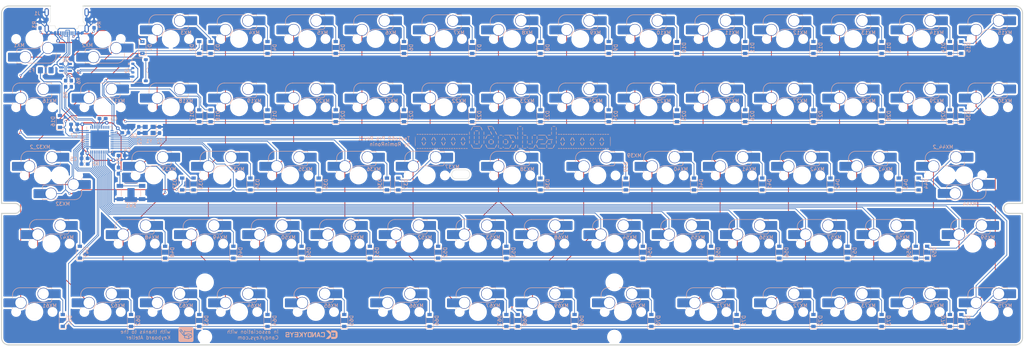
<source format=kicad_pcb>
(kicad_pcb (version 20211014) (generator pcbnew)
  (layers (0 "F.Cu" signal) (31 "B.Cu" signal) (34 "B.Paste" user) (35 "F.Paste" user) (36 "B.SilkS" user "B.Silkscreen") (37 "F.SilkS" user "F.Silkscreen") (38 "B.Mask" user) (39 "F.Mask" user) (44 "Edge.Cuts" user))
  (net 0 "")
  (net 1 "GND")
  (net 2 "XTAL1")
  (net 3 "XTAL2")
  (net 4 "Net-(C3-Pad1)")
  (net 5 "+5V")
  (net 6 "ROW0")
  (net 7 "Net-(D1-Pad2)")
  (net 8 "Net-(D2-Pad2)")
  (net 9 "Net-(D3-Pad2)")
  (net 10 "Net-(D4-Pad2)")
  (net 11 "Net-(D5-Pad2)")
  (net 12 "Net-(D6-Pad2)")
  (net 13 "Net-(D7-Pad2)")
  (net 14 "Net-(D8-Pad2)")
  (net 15 "Net-(D9-Pad2)")
  (net 16 "Net-(D10-Pad2)")
  (net 17 "Net-(D11-Pad2)")
  (net 18 "Net-(D12-Pad2)")
  (net 19 "Net-(D13-Pad2)")
  (net 20 "Net-(D14-Pad2)")
  (net 21 "Net-(D15-Pad2)")
  (net 22 "ROW1")
  (net 23 "Net-(D16-Pad2)")
  (net 24 "Net-(D17-Pad2)")
  (net 25 "Net-(D18-Pad2)")
  (net 26 "Net-(D19-Pad2)")
  (net 27 "Net-(D20-Pad2)")
  (net 28 "Net-(D21-Pad2)")
  (net 29 "Net-(D22-Pad2)")
  (net 30 "Net-(D24-Pad2)")
  (net 31 "Net-(D25-Pad2)")
  (net 32 "Net-(D26-Pad2)")
  (net 33 "Net-(D27-Pad2)")
  (net 34 "Net-(D28-Pad2)")
  (net 35 "Net-(D29-Pad2)")
  (net 36 "Net-(D30-Pad2)")
  (net 37 "ROW2")
  (net 38 "Net-(D23-Pad2)")
  (net 39 "Net-(D33-Pad2)")
  (net 40 "Net-(D34-Pad2)")
  (net 41 "Net-(D35-Pad2)")
  (net 42 "Net-(D36-Pad2)")
  (net 43 "Net-(D40-Pad2)")
  (net 44 "Net-(D41-Pad2)")
  (net 45 "Net-(D42-Pad2)")
  (net 46 "Net-(D43-Pad2)")
  (net 47 "32_2")
  (net 48 "ROW3")
  (net 49 "Net-(D47-Pad2)")
  (net 50 "Net-(D48-Pad2)")
  (net 51 "Net-(D49-Pad2)")
  (net 52 "Net-(D50-Pad2)")
  (net 53 "Net-(D51-Pad2)")
  (net 54 "Net-(D52-Pad2)")
  (net 55 "Net-(D53-Pad2)")
  (net 56 "Net-(D54-Pad2)")
  (net 57 "Net-(D55-Pad2)")
  (net 58 "Net-(D56-Pad2)")
  (net 59 "Net-(D57-Pad2)")
  (net 60 "Net-(D58-Pad2)")
  (net 61 "Net-(D59-Pad2)")
  (net 62 "COL10")
  (net 63 "Net-(D61-Pad2)")
  (net 64 "Net-(D62-Pad2)")
  (net 65 "Net-(D67-Pad2)")
  (net 66 "Net-(D68-Pad2)")
  (net 67 "Net-(D69-Pad2)")
  (net 68 "Net-(D74-Pad2)")
  (net 69 "Net-(D75-Pad2)")
  (net 70 "VCC")
  (net 71 "D-")
  (net 72 "D+")
  (net 73 "unconnected-(J2-PadMP)")
  (net 74 "COL0")
  (net 75 "COL1")
  (net 76 "COL5")
  (net 77 "COL6")
  (net 78 "COL7")
  (net 79 "COL8")
  (net 80 "COL9")
  (net 81 "COL13")
  (net 82 "COL14")
  (net 83 "RESET")
  (net 84 "Net-(R2-Pad1)")
  (net 85 "Net-(J1-PadA5)")
  (net 86 "Net-(J1-PadB5)")
  (net 87 "Net-(R5-Pad2)")
  (net 88 "Net-(R6-Pad2)")
  (net 94 "Net-(D63-Pad2)")
  (net 95 "Net-(D64-Pad2)")
  (net 96 "Net-(D65-Pad2)")
  (net 97 "Net-(D71-Pad2)")
  (net 98 "Net-(D72-Pad2)")
  (net 99 "Net-(D73-Pad2)")
  (net 100 "ROW4")
  (net 101 "COL2")
  (net 102 "COL3")
  (net 103 "COL4")
  (net 104 "COL11")
  (net 105 "COL12")
  (net 107 "Net-(D37-Pad2)")
  (net 108 "Net-(D38-Pad2)")
  (net 109 "Net-(D39-Pad2)")
  (net 110 "44_2")
  (net 111 "Net-(D66-Pad2)")
  (net 112 "Net-(D70-Pad2)")
  (footprint "marbastlib-mx:STAB_MX_7u" (layer "F.Cu") (at 177.8 165.1 180)
    (fp_text reference "S1" hide)
    (fp_text value "MX_stab")
  )
  (footprint "locallib:60_Outline-Modded" (layer "F.Cu") (at 206.375 127)
    (fp_text reference "REF**" hide)
    (fp_text value "60_Outline" hide)
    (fp_line (start -140.5 47.3) (end 140.5 47.3) (layer "Edge.Cuts") (width 0.3))
    (fp_line (start -120.900001 -41.8) (end -119.75 -41.8) (layer "Edge.Cuts") (width 0.08))
    (fp_line (start 142.5 7.8) (end 142.5 -45.3) (layer "Edge.Cuts") (width 0.3))
    (fp_line (start -142.5 45.3) (end -142.5 10.6) (layer "Edge.Cuts") (width 0.3))
    (fp_line (start 138.7 10.6) (end 142.5 10.6) (layer "Edge.Cuts") (width 0.3))
    (fp_line (start -124.3 -41.25) (end -122.206218 -41.25) (layer "Edge.Cuts") (width 0.08))
    (fp_line (start -127.5 -41.4) (end -127.5 -41.6) (layer "Edge.Cuts") (width 0.08))
    (fp_line (start -140.5 -47.3) (end -128.85 -47.3) (layer "Edge.Cuts") (width 0.3))
    (fp_line (start -142.5 10.6) (end -138.7 10.6) (layer "Edge.Cuts") (width 0.3))
    (fp_line (start -142.5 7.8) (end -142.5 -45.3) (layer "Edge.Cuts") (width 0.3))
    (fp_line (start -121.1 -41.4) (end -121.1 -41.6) (layer "Edge.Cuts") (width 0.08))
    (fp_line (start -124.3 -41.25) (end -126.393782 -41.25) (layer "Edge.Cuts") (width 0.08))
    (fp_line (start 142.5 10.6) (end 142.5 45.3) (layer "Edge.Cuts") (width 0.3))
    (fp_line (start -128.85 -42.970821) (end -128.85 -47.3) (layer "Edge.Cuts") (width 0.08))
    (fp_line (start -127.699999 -41.8) (end -128.85 -41.8) (layer "Edge.Cuts") (width 0.08))
    (fp_line (start 140.5 -47.3) (end -119.75 -47.3) (layer "Edge.Cuts") (width 0.3))
    (fp_line (start -119.75 -42.970821) (end -119.75 -47.3) (layer "Edge.Cuts") (width 0.08))
    (fp_line (start -138.7 7.8) (end -142.5 7.8) (layer "Edge.Cuts") (width 0.3))
    (fp_line (start 138.7 7.8) (end 142.5 7.8) (layer "Edge.Cuts") (width 0.3))
    (fp_arc (start -128.85 -41.799999) (mid -129.344765 -42.227814) (end -128.992857 -42.779158) (layer "Edge.Cuts") (width 0.08))
    (fp_arc (start -127.699999 -41.799999) (mid -127.558583 -41.741416) (end -127.5 -41.6) (layer "Edge.Cuts") (width 0.08))
    (fp_arc (start -137.3 9.2) (mid -137.710051 10.189949) (end -138.7 10.6) (layer "Edge.Cuts") (width 0.3))
    (fp_arc (start -119.607143 -42.779157) (mid -119.255239 -42.227815) (end -119.75 -41.8) (layer "Edge.Cuts") (width 0.08))
    (fp_arc (start -121.100001 -41.6) (mid -121.041423 -41.741422) (end -120.900001 -41.8) (layer "Edge.Cuts") (width 0.08))
    (fp_arc (start -140.5 47.3) (mid -141.914214 46.714214) (end -142.5 45.3) (layer "Edge.Cuts") (width 0.3))
    (fp_arc (start 138.7 10.6) (mid 137.710051 10.189949) (end 137.3 9.2) (layer "Edge.Cuts") (width 0.3))
    (fp_arc (start -126.566987 -41.15) (mid -126.4938 -41.223237) (end -126.393782 -41.25) (layer "Edge.Cuts") (width 0.08))
    (fp_arc (start 142.5 45.3) (mid 141.914214 46.714214) (end 140.5 47.3) (layer "Edge.Cuts") (width 0.3))
    (fp_arc (start -138.7 7.8) (mid -137.710051 8.210051) (end -137.3 9.2) (layer "Edge.Cuts") (width 0.3))
    (fp_arc (start -126.566987 -41.15) (mid -127.129407 -40.917046) (end -127.5 -41.4) (layer "Edge.Cuts") (width 0.08))
    (fp_arc (start -142.5 -45.3) (mid -141.914214 -46.714214) (end -140.5 -47.3) (layer "Edge.Cuts") (width 0.3))
    (fp_arc (start -121.1 -41.4) (mid -121.470591 -40.917037) (end -122.033013 -41.15) (layer "Edge.Cuts") (width 0.08))
    (fp_arc (start 140.5 -47.3) (mid 141.914214 -46.714214) (end 142.5 -45.3) (layer "Edge.Cuts") (width 0.3))
    (fp_arc (start -128.85 -42.970821) (mid -128.88966 -42.851311) (end -128.992857 -42.779158) (layer "Edge.Cuts") (width 0.08))
    (fp_arc (start -119.607143 -42.779158) (mid -119.710357 -42.851298) (end -119.75 -42.970821) (layer "Edge.Cuts") (width 0.08))
    (fp_arc (start -122.206218 -41.25) (mid -122.106215 -41.22321) (end -122.033013 -41.15) (layer "Edge.Cuts") (width 0.08))
    (fp_arc (start 137.3 9.2) (mid 137.710051 8.210051) (end 138.7 7.8) (layer "Edge.Cuts") (width 0.3))
  )
  (footprint "marbastlib-mx:SW_MX_HS_1u" (layer "B.Cu") (at 273.05 146.05 180)
    (fp_text reference "MX56")
    (fp_text value "MX-NoLED" hide)
  )
  (footprint "Diode_SMD:D_SOD-123" (layer "B.Cu") (at 85.725 148.43125 90)
    (fp_text reference "D47")
    (fp_text value "D_Small")
  )
  (footprint "marbastlib-mx:SW_MX_HS_1u" (layer "B.Cu") (at 301.625 165.1 180)
    (fp_text reference "MX73")
    (fp_text value "MX-NoLED" hide)
  )
  (footprint "marbastlib-mx:SW_MX_HS_1u" (layer "B.Cu") (at 230.1875 127 180)
    (fp_text reference "MX39")
    (fp_text value "MX-NoLED" hide)
  )
  (footprint "Diode_SMD:D_SOD-123" (layer "B.Cu") (at 185.7375 148.43125 90)
    (fp_text reference "D52")
    (fp_text value "D_Small")
  )
  (footprint "Diode_SMD:D_SOD-123" (layer "B.Cu") (at 261.9375 148.43125 90)
    (fp_text reference "D55")
    (fp_text value "D_Small")
  )
  (footprint "marbastlib-mx:SW_MX_HS_1u" (layer "B.Cu") (at 130.175 107.95 180)
    (fp_text reference "MX19")
    (fp_text value "MX-NoLED" hide)
  )
  (footprint "marbastlib-mx:SW_MX_HS_1u" (layer "B.Cu") (at 149.225 88.9 180)
    (fp_text reference "MX5")
    (fp_text value "MX-NoLED" hide)
  )
  (footprint "Diode_SMD:D_SOD-123" (layer "B.Cu") (at 331.7875 91.28125 90)
    (fp_text reference "D15")
    (fp_text value "D_Small")
  )
  (footprint "Diode_SMD:D_SOD-123" (layer "B.Cu") (at 238.125 129.38125 90)
    (fp_text reference "D39")
    (fp_text value "D_Small")
  )
  (footprint "Capacitor_SMD:C_0603_1608Metric_Pad1.08x0.95mm_HandSolder" (layer "B.Cu") (at 83.35 101.4 -90)
    (fp_text reference "R6")
    (fp_text value "22")
  )
  (footprint "marbastlib-mx:SW_MX_HS_1u" (layer "B.Cu") (at 73.025 107.95 180)
    (fp_text reference "MX16")
    (fp_text value "MX-NoLED" hide)
  )
  (footprint "Diode_SMD:D_SOD-123" (layer "B.Cu") (at 176.2125 91.28125 90)
    (fp_text reference "D6")
    (fp_text value "D_Small")
  )
  (footprint "marbastlib-mx:SW_MX_HS_1u" (layer "B.Cu") (at 158.75 146.05 180)
    (fp_text reference "MX51")
    (fp_text value "MX-NoLED" hide)
  )
  (footprint "Diode_SMD:D_SOD-123" (layer "B.Cu") (at 290.5125 110.33125 90)
    (fp_text reference "D27")
    (fp_text value "D_Small")
  )
  (footprint "Capacitor_SMD:C_0603_1608Metric_Pad1.08x0.95mm_HandSolder" (layer "B.Cu") (at 84.1375 114.3 180)
    (fp_text reference "C7")
    (fp_text value "0.1uF")
  )
  (footprint "marbastlib-mx:SW_MX_HS_1u" (layer "B.Cu") (at 249.2375 127 180)
    (fp_text reference "MX40")
    (fp_text value "MX-NoLED" hide)
  )
  (footprint "Diode_SMD:D_SOD-123" (layer "B.Cu") (at 122.2375 110.33125 90)
    (fp_text reference "D18")
    (fp_text value "D_Small")
  )
  (footprint "Diode_SMD:D_SOD-123" (layer "B.Cu") (at 300.0375 148.43125 90)
    (fp_text reference "D57")
    (fp_text value "D_Small")
  )
  (footprint "Capacitor_SMD:C_0603_1608Metric_Pad1.08x0.95mm_HandSolder" (layer "B.Cu") (at 96.5 125.65 90)
    (fp_text reference "R1")
    (fp_text value "10k")
  )
  (footprint "marbastlib-mx:SW_MX_HS_1u" (layer "B.Cu") (at 206.375 88.9 180)
    (fp_text reference "MX8")
    (fp_text value "MX-NoLED" hide)
  )
  (footprint "marbastlib-mx:SW_MX_HS_1u" (layer "B.Cu") (at 187.325 88.9 180)
    (fp_text reference "MX7")
    (fp_text value "MX-NoLED" hide)
  )
  (footprint "Capacitor_SMD:C_0603_1608Metric_Pad1.08x0.95mm_HandSolder" (layer "B.Cu") (at 102.18125 114.3 90)
    (fp_text reference "C2")
    (fp_text value "22pF")
  )
  (footprint "Diode_SMD:D_SOD-123" (layer "B.Cu") (at 322.2625 148.43125 90)
    (fp_text reference "D59")
    (fp_text value "D_Small")
  )
  (footprint "marbastlib-mx:SW_MX_HS_1u" (layer "B.Cu") (at 263.525 107.95 180)
    (fp_text reference "MX26")
    (fp_text value "MX-NoLED" hide)
  )
  (footprint "marbastlib-mx:SW_MX_HS_1u" (layer "B.Cu") (at 215.9 146.05 180)
    (fp_text reference "MX68")
    (fp_text value "MX-NoLED" hide)
  )
  (footprint "marbastlib-mx:SW_MX_HS_1u" (layer "B.Cu") (at 268.2875 127 180)
    (fp_text reference "MX41")
    (fp_text value "MX-NoLED" hide)
  )
  (footprint "marbastlib-mx:SW_MX_HS_1u" (layer "B.Cu") (at 101.6 146.05 180)
    (fp_text reference "MX48")
    (fp_text value "MX-NoLED" hide)
  )
  (footprint "Capacitor_SMD:C_0603_1608Metric_Pad1.08x0.95mm_HandSolder" (layer "B.Cu") (at 98.425 115.09375)
    (fp_text reference "C6")
    (fp_text value "0.1uF")
  )
  (footprint "Diode_SMD:D_SOD-123" (layer "B.Cu") (at 152.4 129.38125 90)
    (fp_text reference "D35")
    (fp_text value "D_Small")
  )
  (footprint "Diode_SMD:D_SOD-123" (layer "B.Cu") (at 174.625 129.38125 90)
    (fp_text reference "D37")
    (fp_text value "D_Small")
  )
  (footprint "marbastlib-mx:SW_MX_HS_1.25u" (layer "B.Cu") (at 151.60625 165.1 180)
    (fp_text reference "MX65")
    (fp_text value "MX-NoLED" hide)
  )
  (footprint "marbastlib-mx:SW_MX_HS_1u" (layer "B.Cu") (at 187.325 107.95 180)
    (fp_text reference "MX22")
    (fp_text value "MX-NoLED" hide)
  )
  (footprint "Diode_SMD:D_SOD-123" (layer "B.Cu") (at 252.4125 110.33125 90)
    (fp_text reference "D25")
    (fp_text value "D_Small")
  )
  (footprint "Diode_SMD:D_SOD-123" (layer "B.Cu") (at 331.7875 110.33125 90)
    (fp_text reference "D30")
    (fp_text value "D_Small")
  )
  (footprint "Diode_SMD:D_SOD-123" (layer "B.Cu") (at 328.6125 110.33125 90)
    (fp_text reference "D29")
    (fp_text value "D_Small")
  )
  (footprint "marbastlib-mx:SW_MX_HS_1u" (layer "B.Cu") (at 215.9 165.1 180)
    (fp_text reference "MX69")
    (fp_text value "MX-NoLED" hide)
  )
  (footprint "marbastlib-mx:SW_MX_HS_1u" (layer "B.Cu") (at 144.4625 127 180)
    (fp_text reference "MX35")
    (fp_text value "MX-NoLED" hide)
  )
  (footprint "marbastlib-mx:SW_MX_HS_1.75u" (layer "B.Cu") (at 80.16875 127)
    (fp_text reference "MX32")
    (fp_text value "MX-NoLED" hide)
  )
  (footprint "marbastlib-mx:SW_MX_HS_1u" (layer "B.Cu") (at 92.075 88.9)
    (fp_text reference "MX2")
    (fp_text value "MX-NoLED" hide)
  )
  (footprint "marbastlib-mx:SW_MX_HS_1.25u" (layer "B.Cu") (at 175.41875 165.1 180)
    (fp_text reference "MX66")
    (fp_text value "MX-NoLED" hide)
  )
  (footprint "marbastlib-mx:SW_MX_HS_1u" (layer "B.Cu") (at 320.675 88.9 180)
    (fp_text reference "MX14")
    (fp_text value "MX-NoLED" hide)
  )
  (footprint "marbastlib-mx:SW_MX_HS_1u" (layer "B.Cu") (at 196.85 165.1 180)
    (fp_text reference "MX67")
    (fp_text value "MX-NoLED" hide)
  )
  (footprint "Diode_SMD:D_SOD-123" (layer "B.Cu") (at 100.0125 167.48125 90)
    (fp_text reference "D62")
    (fp_text value "D_Small")
  )
  (footprint "Diode_SMD:D_SOD-123" (layer "B.Cu") (at 331.7875 167.48125 90)
    (fp_text reference "D75")
    (fp_text value "D_Small")
  )
  (footprint "Diode_SMD:D_SOD-123" (layer "B.Cu") (at 183.35625 167.48125 90)
    (fp_text reference "D66")
    (fp_text value "D_Small")
  )
  (footprint "marbastlib-mx:SW_MX_HS_1u" (layer "B.Cu") (at 234.95 146.05 180)
    (fp_text reference "MX54")
    (fp_text value "MX-NoLED" hide)
  )
  (footprint "Button_Switch_SMD:SW_SPST_SKQG_WithStem" (layer "B.Cu") (at 100.0125 131.7625)
    (fp_text reference "SW1")
    (fp_text value "SW_Reset")
  )
  (footprint "marbastlib-mx:SW_MX_HS_1u" (layer "B.Cu") (at 244.475 88.9 180)
    (fp_text reference "MX10")
    (fp_text value "MX-NoLED" hide)
  )
  (footprint "marbastlib-mx:SW_MX_HS_1u" (layer "B.Cu") (at 149.225 107.95 180)
    (fp_text reference "MX20")
    (fp_text value "MX-NoLED" hide)
  )
  (footprint "marbastlib-mx:SW_MX_HS_1.75u_stp" (layer "B.Cu") (at 75.40625 127 180)
    (fp_text reference "MX32_2")
    (fp_text value "MX-NoLED" hide)
  )
  (footprint "Capacitor_SMD:C_0603_1608Metric_Pad1.08x0.95mm_HandSolder" (layer "B.Cu") (at 84.1375 112.7125 180)
    (fp_text reference "C8")
    (fp_text value "10uF")
  )
  (footprint "marbastlib-mx:SW_MX_HS_1u" (layer "B.Cu") (at 287.3375 127 180)
    (fp_text reference "MX42")
    (fp_text value "MX-NoLED" hide)
  )
  (footprint "Diode_SMD:D_SOD-123" (layer "B.Cu") (at 309.5625 91.28125 90)
    (fp_text reference "D13")
    (fp_text value "D_Small")
  )
  (footprint "marbastlib-mx:SW_MX_HS_1u" (layer "B.Cu") (at 225.425 107.95 180)
    (fp_text reference "MX24")
    (fp_text value "MX-NoLED" hide)
  )
  (footprint "Diode_SMD:D_SOD-123" (layer "B.Cu") (at 309.5625 167.48125 90)
    (fp_text reference "D73")
    (fp_text value "D_Small")
  )
  (footprint "Diode_SMD:D_SOD-123" (layer "B.Cu") (at 319.0875 148.43125 90)
    (fp_text reference "D58")
    (fp_text value "D_Small")
  )
  (footprint "Diode_SMD:D_SOD-123" (layer "B.Cu") (at 295.275 129.38125 90)
    (fp_text reference "D42")
    (fp_text value "D_Small")
  )
  (footprint "Package_TO_SOT_SMD:SOT-23-6" (layer "B.Cu") (at 81.75625 96.8375 180)
    (fp_text reference "U2")
    (fp_text value "SRV05-4")
  )
  (footprint "Diode_SMD:D_SOD-123" (layer "B.Cu") (at 252.4125 91.28125 90)
    (fp_text reference "D10")
    (fp_text value "D_Small")
  )
  (footprint "Diode_SMD:D_SOD-123" (layer "B.Cu") (at 257.175 129.38125 90)
    (fp_text reference "D40")
    (fp_text value "D_Small")
  )
  (footprint "marbastlib-mx:SW_MX_HS_1u" (layer "B.Cu") (at 282.575 88.9 180)
    (fp_text reference "MX12")
    (fp_text value "MX-NoLED" hide)
  )
  (footprint "Capacitor_SMD:C_0603_1608Metric_Pad1.08x0.95mm_HandSolder" (layer "B.Cu") (at 97.4 121.44375)
    (fp_text reference "C4")
    (fp_text value "0.1uF")
  )
  (footprint "Diode_SMD:D_SOD-123" (layer "B.Cu") (at 207.9625 167.48125 90)
    (fp_text reference "D68")
    (fp_text value "D_Small")
  )
  (footprint "Capacitor_SMD:C_0603_1608Metric_Pad1.08x0.95mm_HandSolder" (layer "B.Cu") (at 87.05 123.825 180)
    (fp_text reference "R2")
    (fp_text value "10k")
  )
  (footprint "Diode_SMD:D_SOD-123" (layer "B.Cu") (at 119.0625 167.48125 90)
    (fp_text reference "D63")
    (fp_text value "D_Small")
  )
  (footprint "Diode_SMD:D_SOD-123" (layer "B.Cu") (at 119.0625 110.33125 90)
    (fp_text reference "D17")
    (fp_text value "D_Small")
  )
  (footprint "marbastlib-various:USB_C_Receptacle_HRO_TYPE-C-31-M-14" (layer "B.Cu") (at 82.06 86.1025)
    (fp_text reference "J1")
    (fp_text value "USB_C_Receptacle_USB2.0")
  )
  (footprint "Diode_SMD:D_SOD-123" (layer "B.Cu") (at 245.26875 167.48125 90)
    (fp_text reference "D70")
    (fp_text value "D_Small")
  )
  (footprint "marbastlib-mx:SW_MX_HS_1u" (layer "B.Cu") (at 339.725 88.9 180)
    (fp_text reference "MX15")
    (fp_text value "MX-NoLED" hide)
  )
  (footprint "marbastlib-mx:SW_MX_HS_1u" (layer "B.Cu") (at 139.7 146.05 180)
    (fp_text reference "MX50")
    (fp_text value "MX-NoLED" hide)
  )
  (footprint "Diode_SMD:D_SOD-123" (layer "B.Cu") (at 138.1125 91.28125 90)
    (fp_text reference "D4")
    (fp_text value "D_Small")
  )
  (footprint "Diode_SMD:D_SOD-123" (layer "B.Cu") (at 80.9625 167.48125 90)
    (fp_text reference "D61")
    (fp_text value "D_Small")
  )
  (footprint "Diode_SMD:D_SOD-123" (layer "B.Cu") (at 204.7875 167.48125 90)
    (fp_text reference "D67")
    (fp_text value "D_Small")
  )
  (footprint "Diode_SMD:D_SOD-123" (layer "B.Cu") (at 290.5125 167.48125 90)
    (fp_text reference "D72")
    (fp_text value "D_Small")
  )
  (footprint "Diode_SMD:D_SOD-123" (layer "B.Cu") (at 319.88125 129.38125 90)
    (fp_text reference "D44")
    (fp_text value "D_Small")
  )
  (footprint "Diode_SMD:D_SOD-123" (layer "B.Cu") (at 214.3125 110.33125 90)
    (fp_text reference "D23")
    (fp_text value "D_Small")
  )
  (footprint "Crystal:Crystal_SMD_3225-4Pin_3.2x2.5mm" (layer "B.Cu") (at 105.08125 114.3 180)
    (fp_text reference "Y1")
    (fp_text value "16MHz")
  )
  (footprint "Diode_SMD:D_SOD-123" (layer "B.Cu") (at 204.7875 148.43125 90)
    (fp_text reference "D53")
    (fp_text value "D_Small")
  )
  (footprint "Diode_SMD:D_SOD-123" (layer "B.Cu") (at 147.6375 148.43125 90)
    (fp_text reference "D50")
    (fp_text value "D_Small")
  )
  (footprint "Diode_SMD:D_SOD-123" (layer "B.Cu") (at 171.45 129.38125 90)
    (fp_text reference "D36")
    (fp_text value "D_Small")
  )
  (footprint "LOGO" (layer "B.Cu") (at 206.4 116.25 180)
    (fp_text reference "G***" hide)
    (fp_text value "LOGO" hide)
  )
  (footprint "Diode_SMD:D_SOD-123" (layer "B.Cu") (at 122.2375 91.28125 90)
    (fp_text reference "D3")
    (fp_text value "D_Small")
  )
  (footprint "Diode_SMD:D_SOD-123" (layer "B.Cu") (at 233.3625 110.33125 90)
    (fp_text reference "D24")
    (fp_text value "D_Small")
  )
  (footprint "Diode_SMD:D_SOD-123" (layer "B.Cu") (at 223.8375 167.48125 90)
    (fp_text reference "D69")
    (fp_text value "D_Small")
  )
  (footprint "marbastlib-mx:SW_MX_HS_1u" (layer "B.Cu") (at 73.025 88.9)
    (fp_text reference "MX1")
    (fp_text value "MX-NoLED" hide)
  )
  (footprint "marbastlib-mx:SW_MX_HS_1.25u" (layer "B.Cu") (at 261.14375 165.1 180)
    (fp_text reference "MX71")
    (fp_text value "MX-NoLED" hide)
  )
  (footprint "marbastlib-mx:SW_MX_HS_1u" (layer "B.Cu") (at 320.675 107.95 180)
    (fp_text reference "MX29")
    (fp_text value "MX-NoLED" hide)
  )
  (footprint "Diode_SMD:D_SOD-123" (layer "B.Cu") (at 128.5875 148.43125 90)
    (fp_text reference "D49")
    (fp_text value "D_Small")
  )
  (footprint "Diode_SMD:D_SOD-123" (layer "B.Cu") (at 157.1625 91.28125 90)
    (fp_text reference "D5")
    (fp_text value "D_Small")
  )
  (footprint "marbastlib-mx:SW_MX_HS_1u" (layer "B.Cu") (at 292.1 146.05 180)
    (fp_text reference "MX57")
    (fp_text value "MX-NoLED" hide)
  )
  (footprint "Diode_SMD:D_SOD-123" (layer "B.Cu") (at 328.6125 91.28125 90)
    (fp_text reference "D14")
    (fp_text value "D_Small")
  )
  (footprint "Diode_SMD:D_SOD-123" (layer "B.Cu") (at 176.2125 110.33125 90)
    (fp_text reference "D21")
    (fp_text value "D_Small")
  )
  (footprint "marbastlib-mx:SW_MX_HS_1u" (layer "B.Cu") (at 111.125 107.95 180)
    (fp_text reference "MX18")
    (fp_text value "MX-NoLED" hide)
  )
  (footprint "Diode_SMD:D_SOD-123" (layer "B.Cu") (at 314.325 129.38125 90)
    (fp_text reference "D43")
    (fp_text value "D_Small")
  )
  (footprint "Diode_SMD:D_SOD-123" (layer "B.Cu") (at 280.9875 148.43125 90)
    (fp_text reference "D56")
    (fp_text value "D_Small")
  )
  (footprint "Diode_SMD:D_SOD-123" (layer "B.Cu") (at 214.3125 91.28125 90)
    (fp_text reference "D8")
    (fp_text value "D_Small")
  )
  (footprint "Diode_SMD:D_SOD-123" (layer "B.Cu") (at 271.4625 110.33125 90)
    (fp_text reference "D26")
    (fp_text value "D_Small")
  )
  (footprint "marbastlib-mx:SW_MX_HS_1.75u" (layer "B.Cu") (at 332.58125 126.9375)
    (fp_text reference "MX44")
    (fp_text value "MX-NoLED" hide)
  )
  (footprint "marbastlib-mx:SW_MX_HS_1u" (layer "B.Cu") (at 168.275 107.95 180)
    (fp_text reference "MX21")
    (fp_text value "MX-NoLED" hide)
  )
  (footprint "Diode_SMD:D_SOD-123" (layer "B.Cu") (at 133.35 129.38125 90)
    (fp_text reference "D34")
    (fp_text value "D_Small")
  )
  (footprint "Diode_SMD:D_SOD-123" (layer "B.Cu") (at 166.6875 148.43125 90)
    (fp_text reference "D51")
    (fp_text value "D_Small")
  )
  (footprint "Diode_SMD:D_SOD-123" (layer "B.Cu") (at 109.5375 148.43125 90)
    (fp_text reference "D48")
    (fp_text value "D_Small")
  )
  (footprint "marbastlib-mx:SW_MX_HS_1.5u" (layer "B.Cu") (at 334.9625 146.05 180)
    (fp_text reference "MX59")
    (fp_text value "MX-NoLED" hide)
  )
  (footprint "Diode_SMD:D_SOD-123" (layer "B.Cu") (at 242.8875 148.43125 90)
    (fp_text reference "D54")
    (fp_text value "D_Small")
  )
  (footprint "Diode_SMD:D_SOD-123" (layer "B.Cu") (at 119.0625 91.28125 90)
    (fp_text reference "D2")
    (fp_text value "D_Small")
  )
  (footprint "Diode_SMD:D_SOD-123" (layer "B.Cu") (at 328.6125 167.48125 90)
    (fp_text reference "D74")
    (fp_text value "D_Small")
  )
  (footprint "Capacitor_SMD:C_0603_1608Metric_Pad1.08x0.95mm_HandSolder" (layer "B.Cu") (at 107.98125 114.3 -90)
    (fp_text reference "C1")
    (fp_text value "22pF")
  )
  (footprint "marbastlib-mx:SW_MX_HS_1u" (layer "B.Cu") (at 306.3875 127 180)
    (fp_text reference "MX43")
    (fp_text value "MX-NoLED" hide)
  )
  (footprint "LOGO" (layer "B.Cu") (at 227.670588 117.188726)
    (fp_text reference "G***" hide)
    (fp_text value "LOGO" hide)
  )
  (footprint "marbastlib-mx:SW_MX_HS_1u" (layer "B.Cu") (at 339.725 165.1 180)
    (fp_text reference "MX75")
    (fp_text value "MX-NoLED" hide)
  )
  (footprint "Capacitor_SMD:C_0603_1608Metric_Pad1.08x0.95mm_HandSolder" (layer "B.Cu") (at 87.05 122.2375 180)
    (fp_text reference "C5")
    (fp_text value "0.1uF")
  )
  (footprint "Diode_SMD:D_SOD-123" (layer "B.Cu") (at 114.3 129.38125 90)
    (fp_text reference "D32")
    (fp_text value "D_Small")
  )
  (footprint "Capacitor_SMD:C_0603_1608Metric_Pad1.08x0.95mm_HandSolder" (layer "B.Cu") (at 89.69375 84.93125 90)
    (fp_text reference "R4")
    (fp_text value "5k")
  )
  (footprint "Package_DFN_QFN:QFN-44-1EP_7x7mm_P0.5mm_EP5.15x5.15mm" (layer "B.Cu") (at 91.28125 117 -90)
    (fp_text reference "U1")
    (fp_text value "ATmega32U4-M")
  )
  (footprint "Diode_SMD:D_SOD-123" (layer "B.Cu") (at 290.5125 91.28125 90)
    (fp_text reference "D12")
    (fp_text value "D_Small")
  )
  (footprint "Capacitor_SMD:C_0603_1608Metric_Pad1.08x0.95mm_HandSolder" (layer "B.Cu") (at 81.75625 101.4 -90)
    (fp_text reference "R5")
    (fp_text value "22")
  )
  (footprint "Diode_SMD:D_SOD-123" (layer "B.Cu") (at 159.54375 167.48125 90)
    (fp_text reference "D65")
    (fp_text value "D_Small")
  )
  (footprint "Diode_SMD:D_SOD-123" (layer "B.Cu") (at 195.2625 91.28125 90)
    (fp_text reference "D7")
    (fp_text value "D_Small")
  )
  (footprint "marbastlib-mx:SW_MX_HS_1.5u" (layer "B.Cu") (at 206.375 127 180)
    (fp_text reference "MX38")
    (fp_text value "MX-NoLED" hide)
  )
  (footprint "Diode_SMD:D_SOD-123" (layer "B.Cu") (at 138.1125 110.33125 90)
    (fp_text reference "D19")
    (fp_text value "D_Small")
  )
  (footprint "marbastlib-mx:SW_MX_HS_1u" (layer "B.Cu") (at 163.5125 127 180)
    (fp_text reference "MX36")
    (fp_text value "MX-NoLED" hide)
  )
  (footprint "marbastlib-mx:SW_MX_HS_1u" (layer "B.Cu") (at 263.525 88.9 180)
    (fp_text reference "MX11")
    (fp_text value "MX-NoLED" hide)
  )
  (footprint "Diode_SMD:D_SOD-123" (layer "B.Cu") (at 157.1625 110.33125 90)
    (fp_text reference "D20")
    (fp_text value "D_Small")
  )
  (footprint "marbastlib-mx:SW_MX_HS_1u" (layer "B.Cu") (at 73.025 165.1 180)
    (fp_text reference "MX61")
    (fp_text value "MX-NoLED" hide)
  )
  (footprint "marbastlib-mx:SW_MX_HS_1u" (layer "B.Cu") (at 282.575 107.95 180)
    (fp_text reference "MX27")
    (fp_text value "MX-NoLED" hide)
  )
  (footprint "Connector_JST:JST_ACH_BM04B-ACHSS-A-GAN-ETF_1x04-1MP_P1.20mm_Vertical" (layer "B.Cu") (at 102.39375 97.63125 -90)
    (fp_text reference "J2")
    (fp_text value "Conn_01x04_MountingPin")
  )
  (footprint "Diode_SMD:D_SOD-123" (layer "B.Cu") (at 103.1875 91.28125 90)
    (fp_text reference "D1")
    (fp_text value "D_Small")
  )
  (footprint "Diode_SMD:D_SOD-123" (layer "B.Cu") (at 276.225 129.38125 90)
    (fp_text reference "D41")
    (fp_text value "D_Small")
  )
  (footprint "marbastlib-mx:SW_MX_HS_1.5u" (layer "B.Cu") (at 77.7875 146.05 180)
    (fp_text reference "MX47")
    (fp_text value "MX-NoLED" hide)
  )
  (footprint "marbastlib-mx:SW_MX_HS_1u" (layer "B.Cu") (at 111.125 88.9 180)
    (fp_text reference "MX3")
    (fp_text value "MX-NoLED" hide)
  )
  (footprint "marbastlib-mx:SW_MX_HS_1u" (layer "B.Cu") (at 106.3625 127 180)
    (fp_text reference "MX33")
    (fp_text value "MX-NoLED" hide)
  )
  (footprint "Diode_SMD:D_SOD-123" (layer "B.Cu") (at 117.475 129.38125 90)
    (fp_text reference "D33")
    (fp_text value "D_Small")
  )
  (footprint "Diode_SMD:D_SOD-123" (layer "B.Cu") (at 269.08125 167.48125 90)
    (fp_text reference "D71")
    (fp_text value "D_Small")
  )
  (footprint "marbastlib-mx:SW_MX_HS_1u" (layer "B.Cu") (at 120.65 146.05 180)
    (fp_text reference "MX49")
    (fp_text value "MX-NoLED" hide)
  )
  (footprint "Diode_SMD:D_SOD-123" (layer "B.Cu") (at 80.16875 111.91875 90)
    (fp_text reference "D16")
    (fp_text value "D_Small")
  )
  (footprint "marbastlib-mx:SW_MX_HS_1u" (layer "B.Cu") (at 130.175 165.1 180)
    (fp_text reference "MX64")
    (fp_text value "MX-NoLED" hide)
  )
  (footprint "Diode_SMD:D_SOD-123" (layer "B.Cu") (at 195.2625 110.33125 90)
    (fp_text reference "D22")
    (fp_text value "D_Small")
  )
  (footprint "LOGO" (layer "B.Cu") (at 185.529413 117.811274 180)
    (fp_text reference "G***" hide)
    (fp_text value "LOGO" hide)
  )
  (footprint "Fuse:Fuse_1206_3216Metric_Pad1.42x1.75mm_HandSolder" (layer "B.Cu") (at 76.2 97.63125 180)
    (fp_text reference "F1")
    (fp_text value "500mA")
  )
  (footprint "marbastlib-mx:SW_MX_HS_1u" (layer "B.Cu") (at 206.375 107.95 180)
    (fp_text reference "MX23")
    (fp_text value "MX-NoLED" hide)
  )
  (footprint "marbastlib-mx:SW_MX_HS_1u" (layer "B.Cu") (at 301.625 88.9 180)
    (fp_text reference "MX13")
    (fp_text value "MX-NoLED" hide)
  )
  (footprint "marbastlib-mx:SW_MX_HS_1u" (layer "B.Cu") (at 225.425 88.9 180)
    (fp_text reference "MX9")
    (fp_text value "MX-NoLED" hide)
  )
  (footprint "marbastlib-mx:SW_MX_HS_1u" (layer "B.Cu") (at 125.4125 127 180)
    (fp_text reference "MX34")
    (fp_text value "MX-NoLED" hide)
  )
  (footprint "marbastlib-mx:SW_MX_HS_1u" (layer "B.Cu") (at 111.125 165.1 180)
    (fp_text reference "MX63")
    (fp_text value "MX-NoLED" hide)
  )
  (footprint "marbastlib-mx:SW_MX_HS_1u" (layer "B.Cu") (at 196.85 146.05 180)
    (fp_text reference "MX53")
    (fp_text value "MX-NoLED" hide)
  )
  (footprint "Diode_SMD:D_SOD-123" (layer "B.Cu") (at 271.4625 91.28125 90)
    (fp_text reference "D11")
    (fp_text value "D_Small")
  )
  (footprint "Capacitor_SMD:C_0603_1608Metric_Pad1.08x0.95mm_HandSolder" (layer "B.Cu") (at 92.075 111.125 180)
    (fp_text reference "C3")
    (fp_text value "1uF")
  )
  (footprint "marbastlib-mx:SW_MX_HS_1u" (layer "B.Cu") (at 320.675 165.1 180)
    (fp_text reference "MX74")
    (fp_text value "MX-NoLED" hide)
  )
  (footprint "marbastlib-mx:SW_MX_HS_1u" (layer "B.Cu") (at 130.175 88.9 180)
    (fp_text reference "MX4")
    (fp_text value "MX-NoLED" hide)
  )
  (footprint "Diode_SMD:D_SOD-123" (layer "B.Cu") (at 309.5625 110.33125 90)
    (fp_text reference "D28")
    (fp_text value "D_Small")
  )
  (footprint "marbastlib-mx:SW_MX_HS_1u" (layer "B.Cu") (at 177.8 146.05 180)
    (fp_text reference "MX52")
    (fp_text value "MX-NoLED" hide)
  )
  (footprint "marbastlib-mx:SW_MX_HS_1u" (layer "B.Cu") (at 254 146.05 180)
    (fp_text reference "MX55")
    (fp_text value "MX-NoLED" hide)
  )
  (footprint "marbastlib-mx:SW_MX_HS_1u" (layer "B.Cu") (at 244.475 107.95 180)
    (fp_text reference "MX25")
    (fp_text value "MX-NoLED" hide)
  )
  (footprint "marbastlib-mx:SW_MX_HS_1u" (layer "B.Cu") (at 282.575 165.1 180)
    (fp_text reference "MX72")
    (fp_text value "MX-NoLED" hide)
  )
  (footprint "marbastlib-mx:SW_MX_HS_1u" (layer "B.Cu") (at 339.725 107.95 180)
    (fp_text reference "MX30")
    (fp_text value "MX-NoLED" hide)
  )
  (footprint "Diode_SMD:D_SOD-123" (layer "B.Cu") (at 138.1125 167.48125 90)
    (fp_text reference "D64")
    (fp_text value "D_Small")
  )
  (footprint "marbastlib-mx:SW_MX_HS_1u" (layer "B.Cu") (at 311.15 146.05 180)
    (fp_text reference "MX58")
    (fp_text value "MX-NoLED" hide)
  )
  (footprint "marbastlib-mx:SW_MX_HS_1u" (layer "B.Cu") (at 92.075 107.95 180)
    (fp_text reference "MX17")
    (fp_text value "MX-NoLED" hide)
  )
  (footprint "marbastlib-mx:SW_MX_HS_1.25u" (layer "B.Cu") (at 237.33125 165.1 180)
    (fp_text reference "MX70")
    (fp_text value "MX-NoLED" hide)
  )
  (footprint "Capacitor_SMD:C_0603_1608Metric_Pad1.08x0.95mm_HandSolder" (layer "B.Cu") (at 74.6125 85 90)
    (fp_text reference "R3")
    (fp_text value "5k")
  )
  (footprint "marbastlib-mx:SW_MX_HS_1u" (layer "B.Cu") (at 301.625 107.95 180)
    (fp_text reference "MX28")
    (fp_text value "MX-NoLED" hide)
  )
  (footprint "marbastlib-mx:SW_MX_HS_1u" (layer "B.Cu") (at 182.5625 127 180)
    (fp_text reference "MX37")
    (fp_text value "MX-NoLED" hide)
  )
  (footprint "marbastlib-mx:SW_MX_HS_1.75u_stp" (layer "B.Cu") (at 327.81875 127 180)
    (fp_text reference "MX44_2")
    (fp_text value "MX-NoLED" hide)
  )
  (footprint "marbastlib-mx:SW_MX_HS_1u" (layer "B.Cu") (at 92.075 165.1 180)
    (fp_text reference "MX62")
    (fp_text value "MX-NoLED" hide)
  )
  (footprint "marbastlib-mx:SW_MX_HS_1u" (layer "B.Cu") (at 168.275 88.9 180)
    (fp_text reference "MX6")
    (fp_text value "MX-NoLED" hide)
  )
  (footprint "Diode_SMD:D_SOD-123" (layer "B.Cu") (at 233.3625 91.28125 90)
    (fp_text reference "D9")
    (fp_text value "D_Small")
  )
  (footprint "Diode_SMD:D_SOD-123" (layer "B.Cu") (at 214.3125 129.38125 90)
    (fp_text reference "D38")
    (fp_text value "D_Small")
  )
  (gr_poly (pts (xy 148.665543 171.203627) (xy 148.368034 170.737337) (xy 148.065431 170.737337) (xy 148.537675 171.478939) (xy 148.537675 172.145532) (xy 148.793392 172.145532) (xy 148.793392 171.478939) (xy 149.265646 170.737337) (xy 148.963015 170.737337)) (layer "B.SilkS") (width 0) (fill solid))
  (gr_poly (pts (xy 116.055362 171.297051) (xy 116.045556 171.298696) (xy 116.033733 171.301303) (xy 116.020121 171.304797) (xy 116.004948 171.309102) (xy 115.970837 171.319841) (xy 115.933228 171.332911) (xy 115.893951 171.347704) (xy 115.854835 171.363615) (xy 115.835909 171.371798) (xy 115.817709 171.380033) (xy 115.78868 171.393287) (xy 115.758616 171.406591) (xy 115.699374 171.431759) (xy 115.647971 171.452364) (xy 115.627704 171.459962) (xy 115.612393 171.465229) (xy 115.598063 171.469916) (xy 115.580105 171.476135) (xy 115.538243 171.491357) (xy 115.496679 171.507273) (xy 115.479093 171.51436) (xy 115.465284 171.520262) (xy 115.443565 171.530191) (xy 115.420214 171.541255) (xy 115.374201 171.563985) (xy 115.35433 171.574249) (xy 115.338408 171.582845) (xy 115.327832 171.589072) (xy 115.324985 171.591078) (xy 115.323997 171.592229) (xy 115.324681 171.593145) (xy 115.326685 171.594391) (xy 115.334367 171.597791) (xy 115.362411 171.607649) (xy 115.403527 171.620497) (xy 115.453113 171.635025) (xy 115.50657 171.649926) (xy 115.559294 171.66389) (xy 115.606685 171.675609) (xy 115.644143 171.683775) (xy 115.674346 171.689348) (xy 115.691535 171.692314) (xy 115.712736 171.695813) (xy 115.775037 171.705652) (xy 115.876976 171.721346) (xy 115.914026 171.727381) (xy 115.952316 171.733913) (xy 115.987332 171.740247) (xy 116.014559 171.745687) (xy 116.025716 171.747813) (xy 116.03714 171.749797) (xy 116.048501 171.751594) (xy 116.059472 171.753162) (xy 116.069724 171.754457) (xy 116.078927 171.755435) (xy 116.086754 171.756055) (xy 116.092876 171.756271) (xy 116.098549 171.75639) (xy 116.104724 171.756734) (xy 116.11121 171.757275) (xy 116.117813 171.75799) (xy 116.124342 171.758854) (xy 116.130604 171.759843) (xy 116.136407 171.76093) (xy 116.141559 171.762092) (xy 116.164843 171.767912) (xy 116.26168 171.712879) (xy 116.294608 171.693781) (xy 116.330439 171.672513) (xy 116.411699 171.622921) (xy 116.507246 171.563009) (xy 116.618867 171.491687) (xy 116.627743 171.486004) (xy 116.635999 171.48055) (xy 116.643461 171.475456) (xy 116.649956 171.470851) (xy 116.65531 171.466867) (xy 116.659349 171.463633) (xy 116.660821 171.462338) (xy 116.6619 171.46128) (xy 116.662563 171.460474) (xy 116.662788 171.459937) (xy 116.662722 171.459581) (xy 116.662505 171.459201) (xy 116.66211 171.458791) (xy 116.661512 171.458341) (xy 116.660683 171.457846) (xy 116.659597 171.457296) (xy 116.658227 171.456683) (xy 116.656546 171.456002) (xy 116.654528 171.455242) (xy 116.652146 171.454397) (xy 116.646185 171.452421) (xy 116.638448 171.450011) (xy 116.628723 171.447105) (xy 116.616797 171.443641) (xy 116.602456 171.439556) (xy 116.585488 171.434789) (xy 116.565678 171.429279) (xy 116.516684 171.415777) (xy 116.453768 171.398554) (xy 116.271205 171.348283) (xy 116.244375 171.341098) (xy 116.212534 171.332871) (xy 116.149497 171.317062) (xy 116.122551 171.310721) (xy 116.098234 171.304825) (xy 116.079175 171.300022) (xy 116.068005 171.296954) (xy 116.065787 171.296556) (xy 116.062921 171.296445)) (layer "B.SilkS") (width 0) (fill solid))
  (gr_poly (pts (xy 153.236738 170.737564) (xy 153.227927 170.738244) (xy 153.21921 170.739377) (xy 153.210587 170.740962) (xy 153.202057 170.743001) (xy 153.193621 170.745493) (xy 153.185278 170.748438) (xy 153.177027 170.751836) (xy 153.16887 170.755686) (xy 153.160805 170.75999) (xy 153.152833 170.764746) (xy 153.144953 170.769955) (xy 153.137164 170.775616) (xy 153.129468 170.781731) (xy 153.121863 170.788297) (xy 153.114349 170.795317) (xy 153.10682 170.802747) (xy 153.099777 170.81033) (xy 153.093218 170.818065) (xy 153.087145 170.825954) (xy 153.081558 170.833996) (xy 153.076456 170.842192) (xy 153.07184 170.85054) (xy 153.067709 170.859041) (xy 153.064065 170.867696) (xy 153.060906 170.876503) (xy 153.058232 170.885464) (xy 153.056045 170.894578) (xy 153.054344 170.903845) (xy 153.053129 170.913265) (xy 153.052399 170.922839) (xy 153.052156 170.932565) (xy 153.052156 171.146518) (xy 153.307865 171.146518) (xy 153.307865 171.049321) (xy 153.307941 171.04647) (xy 153.308171 171.043673) (xy 153.308554 171.04093) (xy 153.30909 171.038239) (xy 153.30978 171.035602) (xy 153.310622 171.033018) (xy 153.311618 171.030488) (xy 153.312767 171.02801) (xy 153.314069 171.025586) (xy 153.315524 171.023215) (xy 153.317132 171.020897) (xy 153.318893 171.018632) (xy 153.320808 171.01642) (xy 153.322875 171.014261) (xy 153.325095 171.012156) (xy 153.327469 171.010103) (xy 153.329955 171.008039) (xy 153.332508 171.006109) (xy 153.335126 171.004313) (xy 153.337811 171.00265) (xy 153.340562 171.00112) (xy 153.343379 170.999724) (xy 153.346263 170.998461) (xy 153.349212 170.997332) (xy 153.352229 170.996335) (xy 153.355311 170.995472) (xy 153.35846 170.994741) (xy 153.361676 170.994144) (xy 153.364959 170.993679) (xy 153.368308 170.993347) (xy 153.371724 170.993148) (xy 153.375206 170.993082) (xy 153.810807 170.993082) (xy 153.814186 170.993148) (xy 153.817504 170.993347) (xy 153.820764 170.993679) (xy 153.823963 170.994144) (xy 153.827102 170.994741) (xy 153.830182 170.995472) (xy 153.833202 170.996335) (xy 153.836162 170.997332) (xy 153.839062 170.998461) (xy 153.841902 170.999724) (xy 153.844683 171.00112) (xy 153.847403 171.00265) (xy 153.850063 171.004313) (xy 153.852663 171.006109) (xy 153.855203 171.008039) (xy 153.857683 171.010103) (xy 153.860057 171.012156) (xy 153.862277 171.014261) (xy 153.864344 171.01642) (xy 153.866257 171.018632) (xy 153.868018 171.020897) (xy 153.869625 171.023215) (xy 153.871079 171.025586) (xy 153.872381 171.02801) (xy 153.873529 171.030488) (xy 153.874523 171.033018) (xy 153.875365 171.035602) (xy 153.876054 171.038239) (xy 153.876589 171.04093) (xy 153.876972 171.043673) (xy 153.877202 171.04647) (xy 153.877278 171.049321) (xy 153.877278 171.833558) (xy 153.877202 171.836408) (xy 153.876972 171.839206) (xy 153.876589 171.84195) (xy 153.876054 171.844642) (xy 153.875365 171.84728) (xy 153.874523 171.849864) (xy 153.873529 171.852396) (xy 153.872381 171.854874) (xy 153.871079 171.857298) (xy 153.869625 171.859669) (xy 153.868018 171.861987) (xy 153.866257 171.86425) (xy 153.864344 171.86646) (xy 153.862277 171.868616) (xy 153.860057 171.870718) (xy 153.857683 171.872766) (xy 153.855203 171.87483) (xy 153.852663 171.876762) (xy 153.850063 171.87856) (xy 153.847403 171.880225) (xy 153.844683 171.881757) (xy 153.841902 171.883157) (xy 153.839062 171.884423) (xy 153.836162 171.885556) (xy 153.833202 171.886556) (xy 153.830182 171.887423) (xy 153.827102 171.888156) (xy 153.823963 171.888756) (xy 153.820764 171.889223) (xy 153.817504 171.889557) (xy 153.814186 171.889757) (xy 153.810807 171.889824) (xy 153.375206 171.889824) (xy 153.371724 171.889757) (xy 153.368308 171.889557) (xy 153.364959 171.889223) (xy 153.361676 171.888756) (xy 153.35846 171.888156) (xy 153.355311 171.887423) (xy 153.352229 171.886556) (xy 153.349212 171.885556) (xy 153.346263 171.884423) (xy 153.343379 171.883157) (xy 153.340562 171.881757) (xy 153.337811 171.880225) (xy 153.335126 171.87856) (xy 153.332508 171.876762) (xy 153.329955 171.87483) (xy 153.327469 171.872766) (xy 153.325095 171.870718) (xy 153.322875 171.868616) (xy 153.320808 171.86646) (xy 153.318893 171.86425) (xy 153.317132 171.861987) (xy 153.315524 171.859669) (xy 153.314069 171.857298) (xy 153.312767 171.854874) (xy 153.311618 171.852396) (xy 153.310622 171.849864) (xy 153.30978 171.84728) (xy 153.30909 171.844642) (xy 153.308554 171.84195) (xy 153.308171 171.839206) (xy 153.307941 171.836408) (xy 153.307865 171.833558) (xy 153.307865 171.735518) (xy 153.052156 171.735518) (xy 153.052156 171.950341) (xy 153.052399 171.960067) (xy 153.053129 171.969641) (xy 153.054344 171.979061) (xy 153.056045 171.988328) (xy 153.058232 171.997441) (xy 153.060906 172.006402) (xy 153.064065 172.015209) (xy 153.067709 172.023863) (xy 153.07184 172.032363) (xy 153.076456 172.04071) (xy 153.081558 172.048904) (xy 153.087145 172.056944) (xy 153.093218 172.064831) (xy 153.099777 172.072564) (xy 153.10682 172.080144) (xy 153.114349 172.087571) (xy 153.121863 172.094593) (xy 153.129468 172.101162) (xy 153.137164 172.107276) (xy 153.144953 172.112938) (xy 153.152833 172.118146) (xy 153.160805 172.1229) (xy 153.16887 172.127201) (xy 153.177027 172.13105) (xy 153.185278 172.134445) (xy 153.193621 172.137387) (xy 153.202057 172.139876) (xy 153.210587 172.141912) (xy 153.21921 172.143496) (xy 153.227927 172.144627) (xy 153.236738 172.145306) (xy 153.245644 172.145532) (xy 153.924154 172.145532) (xy 153.933293 172.145306) (xy 153.942372 172.144627) (xy 153.951389 172.143496) (xy 153.960346 172.141912) (xy 153.969242 172.139876) (xy 153.978077 172.137387) (xy 153.986852 172.134445) (xy 153.995566 172.13105) (xy 154.00422 172.127201) (xy 154.012814 172.1229) (xy 154.021348 172.118146) (xy 154.029821 172.112938) (xy 154.038235 172.107276) (xy 154.046589 172.101162) (xy 154.054882 172.094593) (xy 154.063116 172.087571) (xy 154.071577 172.079941) (xy 154.079493 172.072184) (xy 154.086862 172.064302) (xy 154.093686 172.056293) (xy 154.099964 172.048157) (xy 154.105696 172.039896) (xy 154.110883 172.031508) (xy 154.115523 172.022994) (xy 154.119618 172.014354) (xy 154.123167 172.005588) (xy 154.12617 171.996695) (xy 154.128627 171.987677) (xy 154.130538 171.978532) (xy 154.131903 171.969261) (xy 154.132722 171.959864) (xy 154.132995 171.950341) (xy 154.132995 170.932565) (xy 154.132722 170.923037) (xy 154.131903 170.913636) (xy 154.130538 170.904361) (xy 154.128627 170.895212) (xy 154.12617 170.88619) (xy 154.123167 170.877295) (xy 154.119618 170.868527) (xy 154.115523 170.859885) (xy 154.110883 170.85137) (xy 154.105696 170.842982) (xy 154.099964 170.834721) (xy 154.093686 170.826586) (xy 154.086862 170.818578) (xy 154.079493 170.810698) (xy 154.071577 170.802944) (xy 154.063116 170.795317) (xy 154.054882 170.788297) (xy 154.046589 170.781731) (xy 154.038235 170.775616) (xy 154.029821 170.769955) (xy 154.021348 170.764746) (xy 154.012814 170.75999) (xy 154.00422 170.755686) (xy 153.995566 170.751836) (xy 153.986852 170.748438) (xy 153.978077 170.745493) (xy 153.969242 170.743001) (xy 153.960346 170.740962) (xy 153.951389 170.739377) (xy 153.942372 170.738244) (xy 153.933293 170.737564) (xy 153.924154 170.737337) (xy 153.245644 170.737337)) (layer "B.SilkS") (width 0) (fill solid))
  (gr_poly (pts (xy 113.741288 169.275161) (xy 113.714684 169.277184) (xy 113.688466 169.280515) (xy 113.662668 169.285122) (xy 113.637322 169.290972) (xy 113.612463 169.298031) (xy 113.588121 169.306268) (xy 113.564331 169.315648) (xy 113.541125 169.326139) (xy 113.518537 169.337708) (xy 113.496599 169.350322) (xy 113.475343 169.363949) (xy 113.454804 169.378554) (xy 113.435014 169.394107) (xy 113.416005 169.410572) (xy 113.397811 169.427918) (xy 113.380465 169.446112) (xy 113.363999 169.465121) (xy 113.348447 169.484911) (xy 113.333841 169.50545) (xy 113.320215 169.526706) (xy 113.307601 169.548644) (xy 113.296032 169.571232) (xy 113.285541 169.594438) (xy 113.27616 169.618228) (xy 113.267924 169.64257) (xy 113.260865 169.667429) (xy 113.255015 169.692775) (xy 113.250408 169.718573) (xy 113.247077 169.744791) (xy 113.245054 169.771395) (xy 113.244372 169.798354) (xy 113.244372 172.983937) (xy 113.245054 173.010896) (xy 113.247077 173.0375) (xy 113.250408 173.063718) (xy 113.255015 173.089516) (xy 113.260865 173.114862) (xy 113.267924 173.139721) (xy 113.27616 173.164063) (xy 113.285541 173.187853) (xy 113.296032 173.211059) (xy 113.307601 173.233647) (xy 113.320215 173.255585) (xy 113.333841 173.276841) (xy 113.348447 173.29738) (xy 113.363999 173.31717) (xy 113.380465 173.336179) (xy 113.397811 173.354373) (xy 113.416005 173.371719) (xy 113.435014 173.388185) (xy 113.454804 173.403737) (xy 113.475343 173.418343) (xy 113.496599 173.431969) (xy 113.518537 173.444583) (xy 113.541125 173.456152) (xy 113.564331 173.466643) (xy 113.588121 173.476024) (xy 113.612463 173.48426) (xy 113.637322 173.491319) (xy 113.662668 173.497169) (xy 113.688466 173.501776) (xy 113.714684 173.505107) (xy 113.741288 173.50713) (xy 113.768247 173.507812) (xy 116.95383 173.507812) (xy 116.980789 173.50713) (xy 117.007393 173.505107) (xy 117.033611 173.501776) (xy 117.059409 173.497169) (xy 117.084755 173.491319) (xy 117.109614 173.48426) (xy 117.133956 173.476024) (xy 117.157746 173.466643) (xy 117.180952 173.456152) (xy 117.20354 173.444583) (xy 117.225478 173.431969) (xy 117.246734 173.418343) (xy 117.267273 173.403737) (xy 117.287063 173.388185) (xy 117.306072 173.371719) (xy 117.324266 173.354373) (xy 117.341612 173.336179) (xy 117.358077 173.31717) (xy 117.37363 173.29738) (xy 117.388235 173.276841) (xy 117.401862 173.255585) (xy 117.414476 173.233647) (xy 117.426045 173.211059) (xy 117.436536 173.187853) (xy 117.445916 173.164063) (xy 117.454153 173.139721) (xy 117.461212 173.114862) (xy 117.467062 173.089516) (xy 117.471669 173.063718) (xy 117.475 173.0375) (xy 117.477023 173.010896) (xy 117.477705 172.983937) (xy 117.477705 172.048371) (xy 117.086122 172.048371) (xy 117.086046 172.052084) (xy 117.085806 172.055695) (xy 117.085386 172.059218) (xy 117.084766 172.062668) (xy 117.083929 172.06606) (xy 117.082857 172.069409) (xy 117.081532 172.072729) (xy 117.079937 172.076036) (xy 117.078054 172.079344) (xy 117.075864 172.082669) (xy 117.07335 172.086026) (xy 117.070495 172.089428) (xy 117.06728 172.092892) (xy 117.063687 172.096432) (xy 117.059699 172.100063) (xy 117.055298 172.103801) (xy 117.050466 172.107659) (xy 117.045185 172.111653) (xy 117.039437 172.115797) (xy 117.033205 172.120108) (xy 117.026471 172.124599) (xy 117.019216 172.129285) (xy 117.003076 172.139304) (xy 116.984641 172.150285) (xy 116.963768 172.162346) (xy 116.940317 172.175607) (xy 116.914143 172.190187) (xy 116.800372 172.253687) (xy 116.745148 172.284668) (xy 116.683227 172.318576) (xy 116.613072 172.356155) (xy 116.533143 172.39815) (xy 116.492664 172.419527) (xy 116.453296 172.441078) (xy 116.414313 172.463225) (xy 116.374988 172.486388) (xy 116.334597 172.51099) (xy 116.292413 172.537453) (xy 116.247712 172.566197) (xy 116.199768 172.597646) (xy 116.141559 172.635745) (xy 116.108222 172.6331) (xy 116.099295 172.632458) (xy 116.091876 172.632132) (xy 116.08869 172.632094) (xy 116.085832 172.632142) (xy 116.083287 172.632278) (xy 116.081036 172.632504) (xy 116.079064 172.632824) (xy 116.077355 172.633239) (xy 116.075893 172.633752) (xy 116.074661 172.634365) (xy 116.073643 172.63508) (xy 116.072822 172.6359) (xy 116.072183 172.636826) (xy 116.071709 172.637862) (xy 116.071244 172.638957) (xy 116.070644 172.640054) (xy 116.069917 172.641153) (xy 116.069068 172.642251) (xy 116.068102 172.643344) (xy 116.067026 172.644432) (xy 116.065845 172.64551) (xy 116.064566 172.646577) (xy 116.063193 172.64763) (xy 116.061733 172.648666) (xy 116.058575 172.65068) (xy 116.055138 172.652597) (xy 116.051469 172.654399) (xy 116.047613 172.656063) (xy 116.043618 172.657572) (xy 116.03953 172.658903) (xy 116.035395 172.660038) (xy 116.031261 172.660955) (xy 116.027173 172.661635) (xy 116.023177 172.662058) (xy 116.021229 172.662167) (xy 116.019322 172.662204) (xy 116.017341 172.662131) (xy 116.015179 172.661915) (xy 116.012857 172.661562) (xy 116.010392 172.661079) (xy 116.007803 172.660473) (xy 116.005109 172.659748) (xy 116.002327 172.658912) (xy 115.999478 172.657971) (xy 115.996579 172.65693) (xy 115.993649 172.655796) (xy 115.990706 172.654575) (xy 115.98777 172.653274) (xy 115.984859 172.651899) (xy 115.981991 172.650455) (xy 115.979185 172.648949) (xy 115.976459 172.647387) (xy 115.963868 172.640037) (xy 115.958157 172.636858) (xy 115.952622 172.633927) (xy 115.947103 172.631182) (xy 115.941438 172.628561) (xy 115.935468 172.626002) (xy 115.929033 172.623443) (xy 115.921971 172.620821) (xy 115.914122 172.618076) (xy 115.905326 172.615145) (xy 115.895422 172.611966) (xy 115.87165 172.604616) (xy 115.841522 172.595529) (xy 115.800432 172.583595) (xy 115.759559 172.572486) (xy 115.716888 172.561736) (xy 115.670403 172.550881) (xy 115.618088 172.539455) (xy 115.55793 172.526994) (xy 115.406018 172.497104) (xy 115.360063 172.48805) (xy 115.317382 172.479046) (xy 115.282639 172.471133) (xy 115.269701 172.467912) (xy 115.260497 172.465354) (xy 115.252351 172.463061) (xy 115.242456 172.4606) (xy 115.231196 172.458052) (xy 115.218957 172.455498) (xy 115.206123 172.453019) (xy 115.193078 172.450694) (xy 115.180206 172.448606) (xy 115.167893 172.446833) (xy 115.104428 172.437328) (xy 115.046532 172.427543) (xy 114.994713 172.417598) (xy 114.949479 172.407609) (xy 114.91134 172.397694) (xy 114.880803 172.387972) (xy 114.868545 172.383219) (xy 114.858378 172.378559) (xy 114.850366 172.374006) (xy 114.844572 172.369575) (xy 114.842126 172.367163) (xy 114.839847 172.364687) (xy 114.837736 172.36214) (xy 114.835793 172.359517) (xy 114.834018 172.356811) (xy 114.832412 172.354018) (xy 114.830974 172.35113) (xy 114.829706 172.348144) (xy 114.828606 172.345051) (xy 114.827675 172.341848) (xy 114.826914 172.338527) (xy 114.826322 172.335084) (xy 114.8259 172.331512) (xy 114.825648 172.327805) (xy 114.825566 172.323958) (xy 114.825654 172.319965) (xy 114.825913 172.315821) (xy 114.826343 172.311518) (xy 114.826943 172.307052) (xy 114.827715 172.302416) (xy 114.828658 172.297605) (xy 114.829773 172.292614) (xy 114.832517 172.282064) (xy 114.835949 172.27072) (xy 114.840072 172.258537) (xy 114.844886 172.245466) (xy 114.850393 172.231462) (xy 114.853353 172.223855) (xy 114.85661 172.214752) (xy 114.860067 172.204497) (xy 114.863622 172.193429) (xy 114.867177 172.181889) (xy 114.870633 172.17022) (xy 114.873891 172.158761) (xy 114.876851 172.147854) (xy 114.880021 172.135898) (xy 114.884251 172.121065) (xy 114.895173 172.085148) (xy 114.908179 172.044865) (xy 114.915014 172.024575) (xy 114.92183 172.004979) (xy 114.946064 171.93527) (xy 114.952721 171.914668) (xy 114.954823 171.907196) (xy 114.95616 171.901329) (xy 114.956771 171.896857) (xy 114.956696 171.89357) (xy 114.955975 171.891258) (xy 114.954647 171.889712) (xy 114.952751 171.88872) (xy 114.950328 171.888073) (xy 114.944055 171.886975) (xy 114.942341 171.886543) (xy 114.940388 171.885854) (xy 114.938218 171.884924) (xy 114.935853 171.883767) (xy 114.933314 171.882399) (xy 114.930624 171.880836) (xy 114.927803 171.879093) (xy 114.924873 171.877185) (xy 114.921857 171.875129) (xy 114.918775 171.872939) (xy 114.91565 171.870632) (xy 114.912504 171.868222) (xy 114.909357 171.865726) (xy 114.906232 171.863158) (xy 114.903151 171.860535) (xy 114.900135 171.857871) (xy 114.892405 171.851358) (xy 114.881457 171.842781) (xy 114.867792 171.832505) (xy 114.851914 171.820895) (xy 114.834324 171.808318) (xy 114.815526 171.79514) (xy 114.79602 171.781725) (xy 114.776309 171.768442) (xy 114.754934 171.753948) (xy 114.733893 171.739213) (xy 114.713523 171.724491) (xy 114.694156 171.710035) (xy 114.676129 171.6961) (xy 114.659777 171.68294) (xy 114.645434 171.670809) (xy 114.633434 171.659962) (xy 114.613098 171.641365) (xy 114.590597 171.621614) (xy 114.566545 171.601194) (xy 114.541558 171.580587) (xy 114.516248 171.560279) (xy 114.491229 171.540751) (xy 114.467116 171.522489) (xy 114.444522 171.505975) (xy 114.435494 171.49931) (xy 114.426871 171.492616) (xy 114.418661 171.485899) (xy 114.41087 171.479169) (xy 114.403508 171.472433) (xy 114.396581 171.465698) (xy 114.390097 171.458973) (xy 114.384065 171.452265) (xy 114.378491 171.445581) (xy 114.373384 171.43893) (xy 114.368752 171.432319) (xy 114.364601 171.425757) (xy 114.360941 171.41925) (xy 114.357778 171.412807) (xy 114.35512 171.406435) (xy 114.352976 171.400142) (xy 114.35047 171.392982) (xy 114.346795 171.384509) (xy 114.34206 171.374885) (xy 114.336373 171.364274) (xy 114.329843 171.352838) (xy 114.322578 171.340741) (xy 114.306277 171.31521) (xy 114.288339 171.288986) (xy 114.269632 171.263369) (xy 114.260262 171.251195) (xy 114.251025 171.239662) (xy 114.242029 171.228931) (xy 114.233384 171.219167) (xy 114.216538 171.200434) (xy 114.20051 171.181918) (xy 114.185276 171.163589) (xy 114.17081 171.145414) (xy 114.157089 171.127364) (xy 114.144087 171.109406) (xy 114.13178 171.09151) (xy 114.120143 171.073646) (xy 114.114165 171.064729) (xy 114.106748 171.054497) (xy 114.098191 171.043322) (xy 114.08879 171.031577) (xy 114.078843 171.019634) (xy 114.068648 171.007864) (xy 114.058503 170.99664) (xy 114.048705 170.986333) (xy 114.03318 170.969869) (xy 114.016781 170.951756) (xy 113.998931 170.931286) (xy 113.979054 170.907752) (xy 113.956571 170.880448) (xy 113.930908 170.848667) (xy 113.901486 170.811702) (xy 113.86773 170.768846) (xy 113.860738 170.760226) (xy 113.852277 170.750094) (xy 113.842662 170.73882) (xy 113.83221 170.726777) (xy 113.821237 170.714338) (xy 113.810059 170.701873) (xy 113.798993 170.689756) (xy 113.788355 170.678358) (xy 113.758476 170.645804) (xy 113.733975 170.618744) (xy 113.714322 170.596522) (xy 113.698992 170.578478) (xy 113.687457 170.563957) (xy 113.679189 170.552301) (xy 113.676117 170.547342) (xy 113.673663 170.542852) (xy 113.671763 170.538751) (xy 113.670351 170.534954) (xy 113.669638 170.53299) (xy 113.668895 170.531075) (xy 113.668127 170.529221) (xy 113.667341 170.527438) (xy 113.666542 170.52574) (xy 113.665737 170.524136) (xy 113.664932 170.52264) (xy 113.664133 170.521262) (xy 113.663346 170.520014) (xy 113.662579 170.518909) (xy 113.661835 170.517956) (xy 113.661123 170.517169) (xy 113.660448 170.516559) (xy 113.659817 170.516137) (xy 113.659519 170.516) (xy 113.659235 170.515915) (xy 113.658965 170.515882) (xy 113.658709 170.515904) (xy 113.658209 170.515929) (xy 113.65751 170.515999) (xy 113.655567 170.516268) (xy 113.652979 170.516686) (xy 113.649846 170.517227) (xy 113.633838 170.520138) (xy 113.628979 170.521026) (xy 113.624135 170.521512) (xy 113.619323 170.521605) (xy 113.614557 170.521312) (xy 113.609853 170.52064) (xy 113.605226 170.519598) (xy 113.600692 170.518193) (xy 113.596267 170.516433) (xy 113.591966 170.514326) (xy 113.587805 170.51188) (xy 113.583798 170.509101) (xy 113.579962 170.505999) (xy 113.576313 170.50258) (xy 113.572864 170.498853) (xy 113.569633 170.494825) (xy 113.566634 170.490504) (xy 113.564859 170.487618) (xy 113.563298 170.48485) (xy 113.562595 170.483481) (xy 113.561941 170.482108) (xy 113.561337 170.480718) (xy 113.56078 170.479301) (xy 113.56027 170.477843) (xy 113.559805 170.476335) (xy 113.559384 170.474764) (xy 113.559007 170.473119) (xy 113.558671 170.471389) (xy 113.558376 170.469561) (xy 113.55812 170.467624) (xy 113.557903 170.465567) (xy 113.557723 170.463379) (xy 113.557579 170.461047) (xy 113.557394 170.455907) (xy 113.55734 170.450055) (xy 113.557407 170.4434) (xy 113.557585 170.435849) (xy 113.557866 170.427309) (xy 113.558697 170.406896) (xy 113.560368 170.379501) (xy 113.562641 170.354723) (xy 113.565571 170.332352) (xy 113.5673 170.322002) (xy 113.569214 170.312175) (xy 113.57132 170.302844) (xy 113.573626 170.293983) (xy 113.576138 170.285565) (xy 113.578863 170.277564) (xy 113.581808 170.269954) (xy 113.58498 170.262708) (xy 113.588387 170.255801) (xy 113.592034 170.249204) (xy 113.59757 170.240785) (xy 113.605267 170.230589) (xy 113.614856 170.218889) (xy 113.626066 170.205953) (xy 113.652272 170.17746) (xy 113.681728 170.147274) (xy 113.712275 170.117559) (xy 113.741755 170.090479) (xy 113.755421 170.078604) (xy 113.768011 170.068199) (xy 113.779255 170.059536) (xy 113.788884 170.052883) (xy 113.807188 170.041397) (xy 113.815406 170.036477) (xy 113.823197 170.032031) (xy 113.83071 170.028) (xy 113.83809 170.024327) (xy 113.845487 170.020955) (xy 113.853046 170.017826) (xy 113.860915 170.014883) (xy 113.869241 170.012069) (xy 113.878172 170.009327) (xy 113.887855 170.006598) (xy 113.898437 170.003826) (xy 113.910065 170.000953) (xy 113.937051 169.994675) (xy 113.965177 169.988268) (xy 113.988826 169.983265) (xy 114.008581 169.979587) (xy 114.025025 169.977154) (xy 114.032187 169.976379) (xy 114.03874 169.975885) (xy 114.044756 169.975663) (xy 114.050309 169.975702) (xy 114.055471 169.975992) (xy 114.060316 169.976524) (xy 114.064915 169.977287) (xy 114.069343 169.978271) (xy 114.0728 169.979196) (xy 114.076225 169.980279) (xy 114.079612 169.981514) (xy 114.082956 169.982897) (xy 114.086252 169.984421) (xy 114.089495 169.98608) (xy 114.095801 169.98978) (xy 114.101834 169.993952) (xy 114.107554 169.998549) (xy 114.112921 170.003524) (xy 114.117894 170.00883) (xy 114.122432 170.014422) (xy 114.126497 170.020253) (xy 114.130046 170.026276) (xy 114.131615 170.029345) (xy 114.133041 170.032444) (xy 114.134317 170.035569) (xy 114.13544 170.038712) (xy 114.136404 170.041869) (xy 114.137204 170.045033) (xy 114.137835 170.048198) (xy 114.138292 170.05136) (xy 114.13857 170.054511) (xy 114.138663 170.057646) (xy 114.138728 170.060566) (xy 114.138934 170.063394) (xy 114.139298 170.066164) (xy 114.139837 170.068907) (xy 114.140569 170.071657) (xy 114.14151 170.074445) (xy 114.142677 170.077304) (xy 114.144087 170.080268) (xy 114.145758 170.083368) (xy 114.147707 170.086636) (xy 114.14995 170.090107) (xy 114.152504 170.093811) (xy 114.155388 170.097782) (xy 114.158617 170.102053) (xy 114.162208 170.106655) (xy 114.16618 170.111621) (xy 114.194887 170.147406) (xy 114.210531 170.167208) (xy 114.224388 170.185175) (xy 114.303763 170.287833) (xy 114.314617 170.301837) (xy 114.326302 170.31731) (xy 114.350727 170.350606) (xy 114.374159 170.383604) (xy 114.393722 170.412187) (xy 114.40255 170.425238) (xy 114.41216 170.4391) (xy 114.432483 170.467551) (xy 114.442577 170.481284) (xy 114.452211 170.494117) (xy 114.461077 170.505624) (xy 114.468863 170.515375) (xy 114.485367 170.535343) (xy 114.504053 170.558436) (xy 114.522739 170.581827) (xy 114.539243 170.602687) (xy 114.555448 170.622994) (xy 114.573242 170.644889) (xy 114.590439 170.665791) (xy 114.604859 170.683121) (xy 114.611473 170.690763) (xy 114.618477 170.699211) (xy 114.625667 170.70818) (xy 114.632839 170.717384) (xy 114.639787 170.726539) (xy 114.646308 170.735359) (xy 114.652196 170.743559) (xy 114.657247 170.750854) (xy 114.67194 170.771442) (xy 114.691246 170.79709) (xy 114.713727 170.826012) (xy 114.737945 170.856423) (xy 114.76246 170.886536) (xy 114.785834 170.914565) (xy 114.806629 170.938725) (xy 114.823405 170.957229) (xy 114.837435 170.972308) (xy 114.851112 170.987871) (xy 114.864082 171.003459) (xy 114.875991 171.018612) (xy 114.886486 171.032873) (xy 114.891094 171.039525) (xy 114.895215 171.045782) (xy 114.898806 171.051586) (xy 114.901822 171.05688) (xy 114.90422 171.061606) (xy 114.905955 171.065708) (xy 114.906538 171.06725) (xy 114.907094 171.068889) (xy 114.907622 171.070613) (xy 114.908121 171.072406) (xy 114.908589 171.074254) (xy 114.909025 171.076145) (xy 114.909792 171.079996) (xy 114.91041 171.083847) (xy 114.910866 171.087586) (xy 114.91115 171.091102) (xy 114.911222 171.092741) (xy 114.911247 171.094283) (xy 114.911302 171.095894) (xy 114.911464 171.097544) (xy 114.911728 171.099224) (xy 114.91209 171.100923) (xy 114.912545 171.102631) (xy 114.913089 171.104338) (xy 114.913716 171.106035) (xy 114.914422 171.107711) (xy 114.915202 171.109356) (xy 114.916053 171.110959) (xy 114.916968 171.112512) (xy 114.917944 171.114003) (xy 114.918976 171.115423) (xy 114.920059 171.116761) (xy 114.921188 171.118009) (xy 114.922359 171.119154) (xy 114.925969 171.122499) (xy 114.927655 171.124228) (xy 114.929262 171.125996) (xy 114.930791 171.127806) (xy 114.932243 171.12966) (xy 114.933619 171.13156) (xy 114.934919 171.133508) (xy 114.936143 171.135505) (xy 114.937293 171.137553) (xy 114.938369 171.139656) (xy 114.939372 171.141813) (xy 114.940303 171.144028) (xy 114.941161 171.146302) (xy 114.941949 171.148638) (xy 114.942666 171.151036) (xy 114.943313 171.1535) (xy 114.943892 171.156031) (xy 114.944844 171.161301) (xy 114.945527 171.166863) (xy 114.945948 171.172732) (xy 114.946112 171.178923) (xy 114.946024 171.185453) (xy 114.945689 171.192336) (xy 114.945113 171.199587) (xy 114.944628 171.20668) (xy 114.944359 171.214981) (xy 114.944435 171.234727) (xy 114.945281 171.257872) (xy 114.946833 171.28346) (xy 114.949031 171.310537) (xy 114.951811 171.338146) (xy 114.955112 171.365334) (xy 114.958872 171.391146) (xy 114.960976 171.406052) (xy 114.963304 171.424773) (xy 114.968529 171.472439) (xy 114.97435 171.531714) (xy 114.980568 171.600167) (xy 114.981873 171.614439) (xy 114.983371 171.628816) (xy 114.985005 171.642908) (xy 114.986719 171.656324) (xy 114.988459 171.668674) (xy 114.990167 171.679566) (xy 114.991789 171.688611) (xy 114.993268 171.695416) (xy 115.000081 171.720883) (xy 115.003611 171.734037) (xy 115.006497 171.745158) (xy 115.007707 171.749582) (xy 115.008936 171.753658) (xy 115.010152 171.757288) (xy 115.011326 171.760372) (xy 115.011886 171.761678) (xy 115.012424 171.762811) (xy 115.012936 171.763758) (xy 115.013417 171.764506) (xy 115.013865 171.765043) (xy 115.014274 171.765357) (xy 115.014463 171.765427) (xy 115.014642 171.765436) (xy 115.014809 171.765383) (xy 115.014964 171.765267) (xy 115.015395 171.764739) (xy 115.016084 171.763577) (xy 115.018172 171.759487) (xy 115.021103 171.753277) (xy 115.024753 171.745224) (xy 115.028999 171.735609) (xy 115.033716 171.724711) (xy 115.03878 171.712808) (xy 115.044067 171.700179) (xy 115.050444 171.68477) (xy 115.05609 171.670273) (xy 115.061015 171.656656) (xy 115.065234 171.643889) (xy 115.068759 171.63194) (xy 115.071601 171.620779) (xy 115.073773 171.610375) (xy 115.075288 171.600696) (xy 115.076692 171.590556) (xy 115.07838 171.581315) (xy 115.079357 171.577007) (xy 115.080438 171.572893) (xy 115.081633 171.568963) (xy 115.082953 171.565208) (xy 115.084409 171.561618) (xy 115.086011 171.558181) (xy 115.08777 171.554889) (xy 115.089697 171.551731) (xy 115.091803 171.548697) (xy 115.094098 171.545777) (xy 115.096593 171.542961) (xy 115.099299 171.540238) (xy 115.102227 171.5376) (xy 115.105388 171.535035) (xy 115.108791 171.532533) (xy 115.112449 171.530085) (xy 115.116371 171.52768) (xy 115.120569 171.525309) (xy 115.125053 171.522961) (xy 115.129834 171.520626) (xy 115.14033 171.515956) (xy 115.152143 171.511217) (xy 115.165358 171.506329) (xy 115.180063 171.501212) (xy 115.191062 171.497259) (xy 115.204653 171.491911) (xy 115.220303 171.485409) (xy 115.237478 171.477995) (xy 115.255645 171.469912) (xy 115.274272 171.461401) (xy 115.292823 171.452704) (xy 115.310768 171.444062) (xy 115.346176 171.426981) (xy 115.378038 171.41199) (xy 115.40732 171.398698) (xy 115.434989 171.386714) (xy 115.462014 171.375648) (xy 115.489361 171.365109) (xy 115.517998 171.354707) (xy 115.548893 171.34405) (xy 115.575581 171.334873) (xy 115.601768 171.325405) (xy 115.62819 171.315354) (xy 115.655586 171.304428) (xy 115.684693 171.292337) (xy 115.71625 171.278789) (xy 115.750994 171.263492) (xy 115.789663 171.246154) (xy 115.80617 171.238697) (xy 115.823588 171.231147) (xy 115.84139 171.223709) (xy 115.85905 171.216587) (xy 115.87604 171.209986) (xy 115.891834 171.20411) (xy 115.905903 171.199165) (xy 115.917722 171.195354) (xy 115.928436 171.191803) (xy 115.939343 171.187979) (xy 115.950138 171.184006) (xy 115.960518 171.180008) (xy 115.970178 171.17611) (xy 115.978816 171.172435) (xy 115.986126 171.169107) (xy 115.991805 171.16625) (xy 115.994239 171.164881) (xy 115.996766 171.163555) (xy 115.999367 171.162278) (xy 116.002025 171.161057) (xy 116.004719 171.159899) (xy 116.007432 171.158809) (xy 116.010145 171.157793) (xy 116.012839 171.156857) (xy 116.015497 171.156009) (xy 116.018098 171.155253) (xy 116.020625 171.154597) (xy 116.023059 171.154046) (xy 116.025381 171.153607) (xy 116.027573 171.153285) (xy 116.029617 171.153088) (xy 116.031493 171.153021) (xy 116.039186 171.153616) (xy 116.05075 171.155399) (xy 116.085443 171.162521) (xy 116.135477 171.174368) (xy 116.20076 171.190922) (xy 116.281198 171.212164) (xy 116.376699 171.238076) (xy 116.48717 171.268638) (xy 116.612518 171.303833) (xy 116.68899 171.324975) (xy 116.717023 171.332213) (xy 116.740113 171.337634) (xy 116.759656 171.341541) (xy 116.777047 171.34424) (xy 116.793682 171.346033) (xy 116.810955 171.347225) (xy 116.83243 171.34852) (xy 116.841574 171.349307) (xy 116.849799 171.350243) (xy 116.857212 171.351367) (xy 116.863919 171.352722) (xy 116.870028 171.354348) (xy 116.875646 171.356287) (xy 116.880879 171.358579) (xy 116.885834 171.361265) (xy 116.890619 171.364387) (xy 116.895341 171.367986) (xy 116.900105 171.372103) (xy 116.905021 171.376778) (xy 116.910193 171.382054) (xy 116.91573 171.387971) (xy 116.920439 171.393187) (xy 116.924651 171.398148) (xy 116.92838 171.402896) (xy 116.931638 171.407475) (xy 116.934437 171.411927) (xy 116.935668 171.414119) (xy 116.936789 171.416294) (xy 116.937802 171.41846) (xy 116.938707 171.42062) (xy 116.939508 171.42278) (xy 116.940204 171.424946) (xy 116.940798 171.427123) (xy 116.941291 171.429316) (xy 116.941685 171.43153) (xy 116.941982 171.433771) (xy 116.942182 171.436045) (xy 116.942288 171.438356) (xy 116.9423 171.440709) (xy 116.942221 171.443111) (xy 116.941796 171.448081) (xy 116.941023 171.453307) (xy 116.939915 171.458832) (xy 116.938484 171.4647) (xy 116.937568 171.468634) (xy 116.936811 171.472359) (xy 116.936223 171.475965) (xy 116.935814 171.479541) (xy 116.935594 171.483176) (xy 116.935573 171.486959) (xy 116.935761 171.490979) (xy 116.936169 171.495325) (xy 116.936806 171.500087) (xy 116.937683 171.505354) (xy 116.93881 171.511214) (xy 116.940196 171.517757) (xy 116.941852 171.525072) (xy 116.943787 171.533249) (xy 116.948538 171.552541) (xy 116.96481 171.611477) (xy 116.973095 171.640276) (xy 116.980288 171.663666) (xy 116.983524 171.674243) (xy 116.986829 171.685875) (xy 116.99012 171.698176) (xy 116.993319 171.710762) (xy 116.999115 171.735253) (xy 117.001551 171.746388) (xy 117.003572 171.756271) (xy 117.005343 171.765873) (xy 117.007425 171.775841) (xy 117.009729 171.785897) (xy 117.012171 171.79576) (xy 117.014661 171.805151) (xy 117.017115 171.813793) (xy 117.019445 171.821405) (xy 117.021563 171.827708) (xy 117.023739 171.833476) (xy 117.025871 171.83992) (xy 117.027916 171.846823) (xy 117.029832 171.853968) (xy 117.031573 171.861137) (xy 117.033098 171.868115) (xy 117.034362 171.874683) (xy 117.035322 171.880625) (xy 117.038224 171.899626) (xy 117.041672 171.918535) (xy 117.045516 171.936761) (xy 117.049609 171.953716) (xy 117.053801 171.968811) (xy 117.057944 171.981456) (xy 117.05995 171.986676) (xy 117.061888 171.991062) (xy 117.063739 171.994542) (xy 117.065484 171.997041) (xy 117.068071 172.000292) (xy 117.070473 172.003501) (xy 117.072694 172.006676) (xy 117.074736 172.009824) (xy 117.076602 172.012954) (xy 117.078293 172.016073) (xy 117.079812 172.019189) (xy 117.081161 172.022309) (xy 117.082342 172.025442) (xy 117.083359 172.028595) (xy 117.084213 172.031776) (xy 117.084906 172.034993) (xy 117.085442 172.038253) (xy 117.085821 172.041564) (xy 117.086047 172.044934) (xy 117.086122 172.048371) (xy 117.477705 172.048371) (xy 117.477705 170.973104) (xy 116.959122 170.973104) (xy 116.959032 170.976808) (xy 116.958768 170.980476) (xy 116.958334 170.984102) (xy 116.957734 170.987682) (xy 116.956973 170.991209) (xy 116.956056 170.994678) (xy 116.954987 170.998085) (xy 116.953772 171.001423) (xy 116.952415 171.004687) (xy 116.950921 171.007872) (xy 116.949295 171.010974) (xy 116.947541 171.013985) (xy 116.945664 171.016902) (xy 116.943669 171.019718) (xy 116.941561 171.022429) (xy 116.939344 171.025028) (xy 116.937023 171.027512) (xy 116.934603 171.029874) (xy 116.932089 171.032109) (xy 116.929485 171.034211) (xy 116.926796 171.036176) (xy 116.924028 171.037999) (xy 116.921183 171.039672) (xy 116.918268 171.041193) (xy 116.915287 171.042554) (xy 116.912246 171.043751) (xy 116.909147 171.044779) (xy 116.905997 171.045632) (xy 116.9028 171.046304) (xy 116.899561 171.046791) (xy 116.896285 171.047087) (xy 116.892976 171.047187) (xy 116.89088 171.047135) (xy 116.888764 171.04698) (xy 116.884484 171.046375) (xy 116.880167 171.045394) (xy 116.875844 171.044062) (xy 116.871546 171.042401) (xy 116.867303 171.040434) (xy 116.863147 171.038186) (xy 116.859109 171.035678) (xy 116.85522 171.032935) (xy 116.851511 171.029979) (xy 116.848012 171.026834) (xy 116.844755 171.023524) (xy 116.841772 171.02007) (xy 116.839092 171.016498) (xy 116.836747 171.012829) (xy 116.834767 171.009087) (xy 116.833914 171.006968) (xy 116.832946 171.00421) (xy 116.830716 170.996958) (xy 116.828163 170.987684) (xy 116.825375 170.976742) (xy 116.822437 170.964485) (xy 116.819438 170.951268) (xy 116.816464 170.937442) (xy 116.813601 170.923362) (xy 116.809994 170.903816) (xy 116.807069 170.885957) (xy 116.804764 170.86904) (xy 116.803017 170.852322) (xy 116.801767 170.835058) (xy 116.80095 170.816504) (xy 116.800506 170.795916) (xy 116.800372 170.77255) (xy 116.800277 170.755817) (xy 116.800008 170.739989) (xy 116.79959 170.725427) (xy 116.799049 170.712489) (xy 116.798408 170.701536) (xy 116.797693 170.692927) (xy 116.796928 170.687021) (xy 116.796535 170.685195) (xy 116.796138 170.684179) (xy 116.795861 170.683874) (xy 116.795431 170.683554) (xy 116.794124 170.682874) (xy 116.792251 170.682145) (xy 116.789846 170.681376) (xy 116.786942 170.680573) (xy 116.783572 170.679742) (xy 116.779769 170.678891) (xy 116.775567 170.678027) (xy 116.766099 170.676288) (xy 116.755434 170.67458) (xy 116.743839 170.672958) (xy 116.73158 170.671479) (xy 116.62454 170.666545) (xy 116.426524 170.663558) (xy 115.881804 170.66288) (xy 115.345916 170.668354) (xy 115.158937 170.673056) (xy 115.067351 170.678887) (xy 115.035601 170.684708) (xy 115.031897 170.727042) (xy 115.027994 170.778371) (xy 115.022901 170.8424) (xy 115.021441 170.858439) (xy 115.019858 170.87348) (xy 115.018175 170.887318) (xy 115.016418 170.899748) (xy 115.014612 170.910566) (xy 115.012781 170.919567) (xy 115.010949 170.926547) (xy 115.010041 170.929214) (xy 115.009143 170.9313) (xy 115.007456 170.934259) (xy 115.005578 170.937083) (xy 115.00352 170.939769) (xy 115.001291 170.942316) (xy 114.998902 170.944722) (xy 114.996363 170.946984) (xy 114.993685 170.9491) (xy 114.990878 170.951069) (xy 114.987952 170.952889) (xy 114.984919 170.954556) (xy 114.981787 170.95607) (xy 114.978568 170.957429) (xy 114.975271 170.958629) (xy 114.971908 170.95967) (xy 114.968489 170.960549) (xy 114.965023 170.961264) (xy 114.961522 170.961813) (xy 114.957996 170.962195) (xy 114.954454 170.962406) (xy 114.950908 170.962445) (xy 114.947368 170.962311) (xy 114.943844 170.962) (xy 114.940347 170.961511) (xy 114.936886 170.960842) (xy 114.933473 170.959991) (xy 114.930118 170.958956) (xy 114.92683 170.957735) (xy 114.923621 170.956325) (xy 114.920501 170.954725) (xy 114.917479 170.952932) (xy 114.914568 170.950946) (xy 114.911776 170.948762) (xy 114.909551 170.946815) (xy 114.907439 170.944837) (xy 114.905439 170.942819) (xy 114.90355 170.940752) (xy 114.901769 170.938626) (xy 114.900096 170.936432) (xy 114.898529 170.934161) (xy 114.897067 170.931804) (xy 114.895707 170.929352) (xy 114.894449 170.926795) (xy 114.893292 170.924125) (xy 114.892233 170.921332) (xy 114.891271 170.918406) (xy 114.890405 170.915339) (xy 114.889634 170.912121) (xy 114.888956 170.908744) (xy 114.888369 170.905198) (xy 114.887872 170.901473) (xy 114.887463 170.897562) (xy 114.887142 170.893453) (xy 114.886906 170.889139) (xy 114.886755 170.88461) (xy 114.886698 170.874869) (xy 114.886961 170.864158) (xy 114.887532 170.852403) (xy 114.888399 170.839531) (xy 114.889551 170.825467) (xy 114.895306 170.753566) (xy 114.898257 170.712283) (xy 114.900663 170.674125) (xy 114.903483 170.635777) (xy 114.906947 170.593956) (xy 114.910709 170.553723) (xy 114.914422 170.520137) (xy 114.917646 170.486643) (xy 114.920772 170.446649) (xy 114.9235 170.405168) (xy 114.925534 170.367208) (xy 114.926651 170.341232) (xy 114.927717 170.321022) (xy 114.928883 170.305649) (xy 114.92955 170.299486) (xy 114.930297 170.294183) (xy 114.931143 170.289625) (xy 114.932108 170.285694) (xy 114.933208 170.282275) (xy 114.934464 170.279251) (xy 114.935893 170.276506) (xy 114.937515 170.273924) (xy 114.941409 170.268783) (xy 114.942883 170.267185) (xy 114.944513 170.265573) (xy 114.946285 170.263958) (xy 114.948181 170.262351) (xy 114.950186 170.260762) (xy 114.952283 170.259202) (xy 114.954456 170.257683) (xy 114.956689 170.256216) (xy 114.958965 170.25481) (xy 114.961268 170.253477) (xy 114.963583 170.252227) (xy 114.965891 170.251073) (xy 114.968179 170.250023) (xy 114.970428 170.24909) (xy 114.972622 170.248285) (xy 114.974747 170.247617) (xy 114.977803 170.246693) (xy 114.980642 170.245909) (xy 114.983295 170.245268) (xy 114.985793 170.244772) (xy 114.988167 170.244426) (xy 114.990448 170.244231) (xy 114.992667 170.244191) (xy 114.994855 170.244309) (xy 114.997043 170.244589) (xy 114.999262 170.245033) (xy 115.001543 170.245644) (xy 115.003917 170.246426) (xy 115.006415 170.247381) (xy 115.009068 170.248514) (xy 115.011907 170.249826) (xy 115.014963 170.251321) (xy 115.01902 170.253434) (xy 115.022856 170.25562) (xy 115.026477 170.2579) (xy 115.029885 170.260293) (xy 115.033086 170.26282) (xy 115.036081 170.2655) (xy 115.038875 170.268355) (xy 115.041471 170.271404) (xy 115.043874 170.274668) (xy 115.046087 170.278167) (xy 115.048113 170.281922) (xy 115.049957 170.285951) (xy 115.051621 170.290277) (xy 115.05311 170.294918) (xy 115.054428 170.299896) (xy 115.055577 170.30523) (xy 115.056562 170.31094) (xy 115.057386 170.317048) (xy 115.058054 170.323573) (xy 115.058568 170.330536) (xy 115.058933 170.337956) (xy 115.059151 170.345854) (xy 115.059228 170.35425) (xy 115.059165 170.363165) (xy 115.058968 170.372619) (xy 115.05864 170.382631) (xy 115.057605 170.404414) (xy 115.056089 170.428676) (xy 115.054122 170.455579) (xy 115.051972 170.488545) (xy 115.050418 170.515706) (xy 115.049657 170.534235) (xy 115.049636 170.539379) (xy 115.049727 170.540766) (xy 115.049889 170.541304) (xy 115.068765 170.541221) (xy 115.118746 170.540246) (xy 115.192242 170.538476) (xy 115.281663 170.536012) (xy 115.602181 170.531672) (xy 116.054313 170.529861) (xy 116.474 170.530729) (xy 116.697184 170.534425) (xy 116.723138 170.53626) (xy 116.74686 170.538394) (xy 116.765719 170.540527) (xy 116.772505 170.5415) (xy 116.777088 170.542362) (xy 116.794022 170.545537) (xy 116.799842 170.498971) (xy 116.808838 170.428062) (xy 116.809655 170.421513) (xy 116.810508 170.41208) (xy 116.811387 170.400203) (xy 116.812278 170.386324) (xy 116.814047 170.354318) (xy 116.815717 170.319583) (xy 116.817419 170.287821) (xy 116.818399 170.274307) (xy 116.819504 170.262235) (xy 116.820765 170.251502) (xy 116.82221 170.242006) (xy 116.823869 170.233646) (xy 116.825772 170.226317) (xy 116.827947 170.219919) (xy 116.830424 170.214349) (xy 116.833234 170.209505) (xy 116.836404 170.205283) (xy 116.839966 170.201583) (xy 116.843947 170.198301) (xy 116.848378 170.195335) (xy 116.853288 170.192583) (xy 116.856949 170.190816) (xy 116.860772 170.189285) (xy 116.864733 170.187992) (xy 116.868808 170.186936) (xy 116.872972 170.186119) (xy 116.877203 170.185542) (xy 116.881476 170.185205) (xy 116.885766 170.185109) (xy 116.89005 170.185255) (xy 116.894304 170.185643) (xy 116.898503 170.186275) (xy 116.902625 170.187151) (xy 116.906644 170.188272) (xy 116.910536 170.189639) (xy 116.914279 170.191252) (xy 116.917847 170.193112) (xy 116.92041 170.194516) (xy 116.922843 170.195954) (xy 116.925148 170.197437) (xy 116.927329 170.198977) (xy 116.929389 170.200582) (xy 116.931331 170.202263) (xy 116.933157 170.204031) (xy 116.934871 170.205895) (xy 116.936476 170.207866) (xy 116.937974 170.209955) (xy 116.939369 170.212171) (xy 116.940664 170.214525) (xy 116.941861 170.217027) (xy 116.942965 170.219687) (xy 116.943977 170.222516) (xy 116.9449 170.225524) (xy 116.945739 170.228721) (xy 116.946495 170.232117) (xy 116.947172 170.235723) (xy 116.947772 170.239549) (xy 116.9483 170.243605) (xy 116.948757 170.247901) (xy 116.949147 170.252449) (xy 116.949473 170.257257) (xy 116.949737 170.262337) (xy 116.949943 170.267698) (xy 116.950193 170.279306) (xy 116.950246 170.292164) (xy 116.950126 170.306354) (xy 116.949562 170.322227) (xy 116.948695 170.340072) (xy 116.946223 170.379247) (xy 116.943056 170.419017) (xy 116.939542 170.454521) (xy 116.937031 170.477) (xy 116.935028 170.499119) (xy 116.933496 170.521958) (xy 116.932399 170.546596) (xy 116.931698 170.57411) (xy 116.931357 170.605581) (xy 116.931338 170.642087) (xy 116.931605 170.684708) (xy 116.932953 170.768697) (xy 116.933921 170.798617) (xy 116.935243 170.822821) (xy 116.937036 170.843055) (xy 116.939418 170.861069) (xy 116.942508 170.878613) (xy 116.946422 170.897433) (xy 116.951308 170.921833) (xy 116.955351 170.944198) (xy 116.956917 170.953859) (xy 116.958105 170.962099) (xy 116.958858 170.968615) (xy 116.959122 170.973104) (xy 117.477705 170.973104) (xy 117.477705 169.798354) (xy 117.477023 169.771395) (xy 117.475 169.744791) (xy 117.471669 169.718573) (xy 117.467062 169.692775) (xy 117.461212 169.667429) (xy 117.454153 169.64257) (xy 117.445916 169.618228) (xy 117.436536 169.594438) (xy 117.426045 169.571232) (xy 117.414476 169.548644) (xy 117.401862 169.526706) (xy 117.388235 169.50545) (xy 117.37363 169.484911) (xy 117.358077 169.465121) (xy 117.341612 169.446112) (xy 117.324266 169.427918) (xy 117.306072 169.410572) (xy 117.287063 169.394107) (xy 117.267273 169.378554) (xy 117.246734 169.363949) (xy 117.225478 169.350322) (xy 117.20354 169.337708) (xy 117.180952 169.326139) (xy 117.157746 169.315648) (xy 117.133956 169.306268) (xy 117.109614 169.298031) (xy 117.084755 169.290972) (xy 117.059409 169.285122) (xy 117.033611 169.280515) (xy 117.007393 169.277184) (xy 116.980789 169.275161) (xy 116.95383 169.274479) (xy 113.768247 169.274479)) (layer "B.SilkS") (width 0) (fill solid))
  (gr_poly (pts (xy 116.8 171.548159) (xy 116.797025 171.548628) (xy 116.793661 171.549563) (xy 116.789855 171.550892) (xy 116.785555 171.552541) (xy 116.780811 171.554776) (xy 116.774691 171.557817) (xy 116.767454 171.561527) (xy 116.759361 171.565771) (xy 116.741651 171.575312) (xy 116.732554 171.580337) (xy 116.723643 171.58535) (xy 116.714371 171.590721) (xy 116.704237 171.596768) (xy 116.682698 171.610022) (xy 116.661656 171.623375) (xy 116.643738 171.635091) (xy 116.579461 171.677061) (xy 116.499805 171.727563) (xy 116.425705 171.773502) (xy 116.397281 171.790667) (xy 116.378097 171.801779) (xy 116.353061 171.815835) (xy 116.326635 171.830883) (xy 116.293265 171.850297) (xy 116.247393 171.87745) (xy 116.209822 171.899145) (xy 116.200826 171.958412) (xy 116.197234 171.983253) (xy 116.193922 172.008609) (xy 116.190771 172.035738) (xy 116.187663 172.065899) (xy 116.184481 172.100352) (xy 116.181106 172.140355) (xy 116.173309 172.242046) (xy 116.169415 172.287984) (xy 116.165173 172.334121) (xy 116.161031 172.375098) (xy 116.157434 172.405558) (xy 116.155751 172.416828) (xy 116.154284 172.427452) (xy 116.153053 172.437184) (xy 116.152077 172.445775) (xy 116.151373 172.452976) (xy 116.15096 172.458541) (xy 116.150858 172.46222) (xy 116.150929 172.463275) (xy 116.151084 172.463766) (xy 116.151245 172.463826) (xy 116.151527 172.463806) (xy 116.152439 172.463537) (xy 116.153797 172.462973) (xy 116.155574 172.462129) (xy 116.157745 172.461018) (xy 116.160284 172.459655) (xy 116.166364 172.456226) (xy 116.17361 172.451953) (xy 116.181817 172.446949) (xy 116.190781 172.441324) (xy 116.200297 172.435191) (xy 116.248319 172.404896) (xy 116.274264 172.388459) (xy 116.297134 172.373808) (xy 116.309738 172.365958) (xy 116.326429 172.356155) (xy 116.34648 172.344777) (xy 116.369167 172.332202) (xy 116.419545 172.304975) (xy 116.471759 172.2775) (xy 116.525949 172.249305) (xy 116.581032 172.220217) (xy 116.630559 172.193709) (xy 116.66808 172.173254) (xy 116.773649 172.114582) (xy 116.850643 172.072183) (xy 116.876087 172.058202) (xy 116.895051 172.047445) (xy 116.902373 172.043012) (xy 116.908397 172.039069) (xy 116.913233 172.03551) (xy 116.916987 172.032231) (xy 116.919767 172.029125) (xy 116.920826 172.027605) (xy 116.921682 172.026088) (xy 116.922348 172.024562) (xy 116.922839 172.023013) (xy 116.923166 172.021429) (xy 116.923345 172.019796) (xy 116.923309 172.01633) (xy 116.922838 172.012511) (xy 116.921022 172.003391) (xy 116.906734 171.92825) (xy 116.904463 171.917235) (xy 116.902054 171.906215) (xy 116.899572 171.89548) (xy 116.897077 171.885321) (xy 116.894632 171.876031) (xy 116.892298 171.8679) (xy 116.890138 171.86122) (xy 116.888213 171.856283) (xy 116.887384 171.854162) (xy 116.886488 171.851593) (xy 116.884534 171.845253) (xy 116.882418 171.837549) (xy 116.88021 171.828766) (xy 116.877976 171.81919) (xy 116.875786 171.809105) (xy 116.873708 171.798796) (xy 116.871809 171.78855) (xy 116.869767 171.77775) (xy 116.867278 171.765853) (xy 116.864442 171.75325) (xy 116.861358 171.740329) (xy 116.858125 171.727484) (xy 116.854843 171.715103) (xy 116.85161 171.703578) (xy 116.848526 171.6933) (xy 116.842118 171.672356) (xy 116.835363 171.648784) (xy 116.829104 171.625508) (xy 116.826424 171.614897) (xy 116.824184 171.605458) (xy 116.819725 171.58517) (xy 116.817793 171.576964) (xy 116.81599 171.569954) (xy 116.814266 171.564066) (xy 116.812566 171.559228) (xy 116.810841 171.555367) (xy 116.809952 171.55378) (xy 116.809037 171.552409) (xy 116.808089 171.551246) (xy 116.807103 171.550282) (xy 116.806071 171.549508) (xy 116.804986 171.548914) (xy 116.803844 171.548491) (xy 116.802636 171.54823) (xy 116.801357 171.548123)) (layer "B.SilkS") (width 0) (fill solid))
  (gr_poly (pts (xy 143.335456 170.737564) (xy 143.32655 170.738244) (xy 143.317744 170.739377) (xy 143.309037 170.740962) (xy 143.30043 170.743001) (xy 143.291922 170.745493) (xy 143.283514 170.748438) (xy 143.275206 170.751836) (xy 143.266997 170.755686) (xy 143.258887 170.75999) (xy 143.250878 170.764746) (xy 143.242968 170.769955) (xy 143.235158 170.775616) (xy 143.227447 170.781731) (xy 143.219837 170.788297) (xy 143.212326 170.795317) (xy 143.204793 170.802747) (xy 143.197746 170.81033) (xy 143.191184 170.818065) (xy 143.185108 170.825954) (xy 143.179517 170.833996) (xy 143.174412 170.842192) (xy 143.169793 170.85054) (xy 143.165659 170.859041) (xy 143.162012 170.867696) (xy 143.158851 170.876503) (xy 143.156175 170.885464) (xy 143.153986 170.894578) (xy 143.152284 170.903845) (xy 143.151067 170.913265) (xy 143.150337 170.922839) (xy 143.150094 170.932565) (xy 143.150094 171.146518) (xy 143.405822 171.146518) (xy 143.405822 171.049321) (xy 143.405899 171.04647) (xy 143.40613 171.043673) (xy 143.406513 171.04093) (xy 143.407051 171.038239) (xy 143.407741 171.035602) (xy 143.408585 171.033018) (xy 143.409583 171.030488) (xy 143.410733 171.02801) (xy 143.412037 171.025586) (xy 143.413493 171.023215) (xy 143.415103 171.020897) (xy 143.416865 171.018632) (xy 143.418781 171.01642) (xy 143.420849 171.014261) (xy 143.42307 171.012156) (xy 143.425444 171.010103) (xy 143.427926 171.008039) (xy 143.430475 171.006109) (xy 143.433091 171.004313) (xy 143.435774 171.00265) (xy 143.438525 171.00112) (xy 143.441342 170.999724) (xy 143.444226 170.998461) (xy 143.447177 170.997332) (xy 143.450195 170.996335) (xy 143.453279 170.995472) (xy 143.45643 170.994741) (xy 143.459648 170.994144) (xy 143.462932 170.993679) (xy 143.466282 170.993347) (xy 143.469699 170.993148) (xy 143.473182 170.993082) (xy 143.908745 170.993082) (xy 143.91213 170.993148) (xy 143.915454 170.993347) (xy 143.918717 170.993679) (xy 143.921919 170.994144) (xy 143.92506 170.994741) (xy 143.92814 170.995472) (xy 143.93116 170.996335) (xy 143.934119 170.997332) (xy 143.937018 170.998461) (xy 143.939857 170.999724) (xy 143.942636 171.00112) (xy 143.945354 171.00265) (xy 143.948013 171.004313) (xy 143.950612 171.006109) (xy 143.953152 171.008039) (xy 143.955631 171.010103) (xy 143.958009 171.012156) (xy 143.960232 171.014261) (xy 143.962302 171.01642) (xy 143.964217 171.018632) (xy 143.965978 171.020897) (xy 143.967585 171.023215) (xy 143.969039 171.025586) (xy 143.970339 171.02801) (xy 143.971485 171.030488) (xy 143.972478 171.033018) (xy 143.973319 171.035602) (xy 143.974006 171.038239) (xy 143.97454 171.04093) (xy 143.974921 171.043673) (xy 143.97515 171.04647) (xy 143.975226 171.049321) (xy 143.975226 171.257319) (xy 143.97515 171.260174) (xy 143.974921 171.262983) (xy 143.97454 171.265744) (xy 143.974006 171.268459) (xy 143.973319 171.271127) (xy 143.972478 171.273749) (xy 143.971485 171.276323) (xy 143.970339 171.278851) (xy 143.969039 171.281331) (xy 143.967585 171.283765) (xy 143.965978 171.286153) (xy 143.964217 171.288493) (xy 143.962302 171.290787) (xy 143.960232 171.293034) (xy 143.958009 171.295235) (xy 143.955631 171.297389) (xy 143.953152 171.299351) (xy 143.950612 171.301187) (xy 143.948013 171.302895) (xy 143.945354 171.304476) (xy 143.942636 171.30593) (xy 143.939857 171.307257) (xy 143.937018 171.308457) (xy 143.934119 171.30953) (xy 143.93116 171.310477) (xy 143.92814 171.311297) (xy 143.92506 171.311991) (xy 143.921919 171.312559) (xy 143.918717 171.313) (xy 143.915454 171.313315) (xy 143.91213 171.313504) (xy 143.908745 171.313567) (xy 143.359806 171.313567) (xy 143.350669 171.31379) (xy 143.341586 171.314461) (xy 143.332555 171.315578) (xy 143.323577 171.317142) (xy 143.314652 171.319153) (xy 143.30578 171.32161) (xy 143.296962 171.324513) (xy 143.288196 171.327862) (xy 143.279485 171.331658) (xy 143.270827 171.335899) (xy 143.262222 171.340586) (xy 143.253672 171.345719) (xy 143.245175 171.351297) (xy 143.236733 171.357321) (xy 143.228345 171.36379) (xy 143.220011 171.370703) (xy 143.211548 171.378335) (xy 143.20363 171.386101) (xy 143.196258 171.393999) (xy 143.189432 171.402031) (xy 143.183151 171.410197) (xy 143.177415 171.418495) (xy 143.172225 171.426927) (xy 143.167582 171.435492) (xy 143.163484 171.444189) (xy 143.159932 171.45302) (xy 143.156926 171.461984) (xy 143.154467 171.471081) (xy 143.152554 171.48031) (xy 143.151188 171.489672) (xy 143.150368 171.499167) (xy 143.150094 171.508795) (xy 143.150094 171.950341) (xy 143.150368 171.959864) (xy 143.151188 171.969261) (xy 143.152554 171.978532) (xy 143.154467 171.987677) (xy 143.156926 171.996695) (xy 143.159932 172.005588) (xy 143.163484 172.014354) (xy 143.167582 172.022994) (xy 143.172225 172.031508) (xy 143.177415 172.039896) (xy 143.183151 172.048157) (xy 143.189432 172.056293) (xy 143.196258 172.064302) (xy 143.20363 172.072184) (xy 143.211548 172.079941) (xy 143.220011 172.087571) (xy 143.228345 172.094593) (xy 143.236733 172.101162) (xy 143.245175 172.107276) (xy 143.253672 172.112938) (xy 143.262222 172.118146) (xy 143.270827 172.1229) (xy 143.279485 172.127201) (xy 143.288196 172.13105) (xy 143.296962 172.134445) (xy 143.30578 172.137387) (xy 143.314652 172.139876) (xy 143.323577 172.141912) (xy 143.332555 172.143496) (xy 143.341586 172.144627) (xy 143.350669 172.145306) (xy 143.359806 172.145532) (xy 144.037483 172.145532) (xy 144.046492 172.145306) (xy 144.0554 172.144627) (xy 144.064208 172.143496) (xy 144.072917 172.141912) (xy 144.081525 172.139876) (xy 144.090033 172.137387) (xy 144.098441 172.134445) (xy 144.106749 172.13105) (xy 144.114957 172.127201) (xy 144.123065 172.1229) (xy 144.131073 172.118146) (xy 144.138981 172.112938) (xy 144.146789 172.107276) (xy 144.154497 172.101162) (xy 144.162105 172.094593) (xy 144.169612 172.087571) (xy 144.177146 172.080144) (xy 144.184193 172.072564) (xy 144.190753 172.064831) (xy 144.196827 172.056944) (xy 144.202415 172.048904) (xy 144.207517 172.04071) (xy 144.212132 172.032363) (xy 144.216262 172.023863) (xy 144.219905 172.015209) (xy 144.223062 172.006402) (xy 144.225734 171.997441) (xy 144.227919 171.988328) (xy 144.229619 171.979061) (xy 144.230833 171.969641) (xy 144.231562 171.960067) (xy 144.231804 171.950341) (xy 144.231804 171.736388) (xy 143.975226 171.736388) (xy 143.975226 171.833558) (xy 143.97515 171.836408) (xy 143.974921 171.839206) (xy 143.97454 171.84195) (xy 143.974006 171.844642) (xy 143.973319 171.84728) (xy 143.972478 171.849864) (xy 143.971485 171.852396) (xy 143.970339 171.854874) (xy 143.969039 171.857298) (xy 143.967585 171.859669) (xy 143.965978 171.861987) (xy 143.964217 171.86425) (xy 143.962302 171.86646) (xy 143.960232 171.868616) (xy 143.958009 171.870718) (xy 143.955631 171.872766) (xy 143.953152 171.87483) (xy 143.950612 171.876762) (xy 143.948013 171.87856) (xy 143.945354 171.880225) (xy 143.942636 171.881757) (xy 143.939857 171.883157) (xy 143.937018 171.884423) (xy 143.934119 171.885556) (xy 143.93116 171.886556) (xy 143.92814 171.887423) (xy 143.92506 171.888156) (xy 143.921919 171.888756) (xy 143.918717 171.889223) (xy 143.915454 171.889557) (xy 143.91213 171.889757) (xy 143.908745 171.889824) (xy 143.473182 171.889824) (xy 143.469699 171.889757) (xy 143.466282 171.889557) (xy 143.462932 171.889223) (xy 143.459648 171.888756) (xy 143.45643 171.888156) (xy 143.453279 171.887423) (xy 143.450195 171.886556) (xy 143.447177 171.885556) (xy 143.444226 171.884423) (xy 143.441342 171.883157) (xy 143.438525 171.881757) (xy 143.435774 171.880225) (xy 143.433091 171.87856) (xy 143.430475 171.876762) (xy 143.427926 171.87483) (xy 143.425444 171.872766) (xy 143.42307 171.870718) (xy 143.420849 171.868616) (xy 143.418781 171.86646) (xy 143.416865 171.86425) (xy 143.415103 171.861987) (xy 143.413493 171.859669) (xy 143.412037 171.857298) (xy 143.410733 171.854874) (xy 143.409583 171.852396) (xy 143.408585 171.849864) (xy 143.407741 171.84728) (xy 143.407051 171.844642) (xy 143.406513 171.84195) (xy 143.40613 171.839206) (xy 143.405899 171.836408) (xy 143.405822 171.833558) (xy 143.405822 171.62555) (xy 143.405899 171.622701) (xy 143.40613 171.619898) (xy 143.406513 171.617142) (xy 143.407051 171.614431) (xy 143.407741 171.611766) (xy 143.408585 171.609148) (xy 143.409583 171.606575) (xy 143.410733 171.604049) (xy 143.412037 171.601568) (xy 143.413493 171.599134) (xy 143.415103 171.596746) (xy 143.416865 171.594404) (xy 143.418781 171.592109) (xy 143.420849 171.589859) (xy 143.42307 171.587656) (xy 143.425444 171.585499) (xy 143.427926 171.58354) (xy 143.430475 171.581708) (xy 143.433091 171.580002) (xy 143.435774 171.578422) (xy 143.438525 171.576968) (xy 143.441342 171.57564) (xy 143.444226 171.574438) (xy 143.447177 171.573363) (xy 143.450195 171.572414) (xy 143.453279 171.571591) (xy 143.45643 171.570895) (xy 143.459648 171.570325) (xy 143.462932 171.569882) (xy 143.466282 171.569565) (xy 143.469699 171.569375) (xy 143.473182 171.569312) (xy 144.02213 171.569312) (xy 144.031267 171.569088) (xy 144.040351 171.568419) (xy 144.049381 171.567303) (xy 144.058358 171.565741) (xy 144.06728 171.563732) (xy 144.07615 171.561277) (xy 144.084966 171.558377) (xy 144.093729 171.55503) (xy 144.102439 171.551237) (xy 144.111096 171.546998) (xy 144.119699 171.542313) (xy 144.12825 171.537183) (xy 144.136748 171.531606) (xy 144.145193 171.525584) (xy 144.153585 171.519116) (xy 144.161925 171.512203) (xy 144.170386 171.504571) (xy 144.178301 171.496806) (xy 144.185671 171.488908) (xy 144.192495 171.480876) (xy 144.198773 171.472712) (xy 144.204505 171.464414) (xy 144.209692 171.455983) (xy 144.214332 171.447419) (xy 144.218427 171.438722) (xy 144.221976 171.429892) (xy 144.224979 171.420929) (xy 144.227436 171.411833) (xy 144.229347 171.402604) (xy 144.230712 171.393243) (xy 144.231531 171.383748) (xy 144.231804 171.37412) (xy 144.231804 170.932565) (xy 144.231531 170.923037) (xy 144.230712 170.913636) (xy 144.229347 170.904361) (xy 144.227436 170.895212) (xy 144.224979 170.88619) (xy 144.221976 170.877295) (xy 144.218427 170.868527) (xy 144.214332 170.859885) (xy 144.209692 170.85137) (xy 144.204505 170.842982) (xy 144.198773 170.834721) (xy 144.192495 170.826586) (xy 144.185671 170.818578) (xy 144.178301 170.810698) (xy 144.170386 170.802944) (xy 144.161925 170.795317) (xy 144.153585 170.788297) (xy 144.145193 170.781731) (xy 144.136748 170.775616) (xy 144.12825 170.769955) (xy 144.119699 170.764746) (xy 144.111096 170.75999) (xy 144.102439 170.755686) (xy 144.093729 170.751836) (xy 144.084966 170.748438) (xy 144.07615 170.745493) (xy 144.06728 170.743001) (xy 144.058358 170.740962) (xy 144.049381 170.739377) (xy 144.040351 170.738244) (xy 144.031267 170.737564) (xy 144.02213 170.737337) (xy 143.344461 170.737337)) (layer "B.SilkS") (width 0) (fill solid))
  (gr_poly (pts (xy 115.197096 171.68836) (xy 115.196512 171.688562) (xy 115.195938 171.688868) (xy 115.19537 171.689282) (xy 115.194805 171.689804) (xy 115.19424 171.690438) (xy 115.193671 171.691184) (xy 115.193095 171.692046) (xy 115.192508 171.693025) (xy 115.191908 171.694123) (xy 115.191292 171.695342) (xy 115.190655 171.696685) (xy 115.189994 171.698152) (xy 115.18859 171.701472) (xy 115.187052 171.705317) (xy 115.185355 171.709704) (xy 115.178129 171.727613) (xy 115.16485 171.759313) (xy 115.147404 171.80034) (xy 115.127676 171.846229) (xy 115.106776 171.896055) (xy 115.087377 171.944207) (xy 115.06954 171.990499) (xy 115.053328 172.034745) (xy 115.038803 172.076758) (xy 115.026026 172.116352) (xy 115.015061 172.153342) (xy 115.005968 172.187542) (xy 114.999229 172.212718) (xy 114.992937 172.234968) (xy 114.99016 172.244205) (xy 114.987736 172.251761) (xy 114.985747 172.25732) (xy 114.984272 172.260567) (xy 114.983714 172.261751) (xy 114.98323 172.262919) (xy 114.982821 172.264069) (xy 114.982486 172.265197) (xy 114.982225 172.2663) (xy 114.982039 172.267376) (xy 114.981928 172.26842) (xy 114.981891 172.26943) (xy 114.981928 172.270403) (xy 114.982039 172.271336) (xy 114.982225 172.272225) (xy 114.982486 172.273068) (xy 114.982821 172.273861) (xy 114.98323 172.274602) (xy 114.983714 172.275286) (xy 114.984272 172.275912) (xy 114.985141 172.276584) (xy 114.986448 172.27731) (xy 114.990318 172.278907) (xy 114.995767 172.280682) (xy 115.002677 172.28261) (xy 115.020419 172.286833) (xy 115.042613 172.291391) (xy 115.068329 172.296097) (xy 115.096637 172.300767) (xy 115.126607 172.305213) (xy 115.157309 172.30925) (xy 115.172013 172.311267) (xy 115.187629 172.313682) (xy 115.203679 172.316394) (xy 115.219685 172.319304) (xy 115.23517 172.322314) (xy 115.249657 172.325323) (xy 115.262668 172.328234) (xy 115.273726 172.330946) (xy 115.285642 172.334121) (xy 115.301482 172.33799) (xy 115.342187 172.347217) (xy 115.390333 172.357437) (xy 115.440413 172.367458) (xy 115.575384 172.394288) (xy 115.668087 172.413429) (xy 115.733605 172.428105) (xy 115.787018 172.441541) (xy 115.845209 172.457631) (xy 115.910049 172.476599) (xy 115.96576 172.49378) (xy 115.985263 172.500244) (xy 115.996568 172.504512) (xy 115.997249 172.504786) (xy 115.997903 172.505011) (xy 115.998531 172.505183) (xy 115.999136 172.505301) (xy 115.999718 172.505361) (xy 116.000278 172.50536) (xy 116.000818 172.505296) (xy 116.001338 172.505165) (xy 116.001841 172.504966) (xy 116.002328 172.504695) (xy 116.002799 172.504349) (xy 116.003256 172.503926) (xy 116.0037 172.503423) (xy 116.004132 172.502837) (xy 116.004555 172.502164) (xy 116.004968 172.501403) (xy 116.005374 172.500551) (xy 116.005773 172.499604) (xy 116.006167 172.498561) (xy 116.006557 172.497417) (xy 116.006944 172.496171) (xy 116.00733 172.494819) (xy 116.007715 172.493359) (xy 116.008102 172.491788) (xy 116.008491 172.490102) (xy 116.008883 172.4883) (xy 116.009684 172.484335) (xy 116.010514 172.479869) (xy 116.011384 172.474879) (xy 116.015875 172.446515) (xy 116.020521 172.413463) (xy 116.029707 172.338354) (xy 116.037801 172.259673) (xy 116.041083 172.222156) (xy 116.043663 172.187541) (xy 116.046557 172.146936) (xy 116.050146 172.103206) (xy 116.053933 172.061558) (xy 116.057422 172.027204) (xy 116.06483 171.956825) (xy 116.046838 171.939362) (xy 116.044787 171.937342) (xy 116.042803 171.935255) (xy 116.040891 171.933109) (xy 116.039058 171.930912) (xy 116.037309 171.928672) (xy 116.035648 171.926396) (xy 116.034083 171.924092) (xy 116.032617 171.921767) (xy 116.031257 171.919431) (xy 116.030007 171.91709) (xy 116.028874 171.914752) (xy 116.027863 171.912424) (xy 116.026978 171.910116) (xy 116.026227 171.907833) (xy 116.025613 171.905585) (xy 116.025143 171.903379) (xy 116.024554 171.900187) (xy 116.023959 171.89734) (xy 116.023325 171.894811) (xy 116.022984 171.893657) (xy 116.022621 171.892572) (xy 116.022232 171.891554) (xy 116.021814 171.890597) (xy 116.021362 171.8897) (xy 116.020873 171.888859) (xy 116.020342 171.88807) (xy 116.019766 171.88733) (xy 116.019141 171.886635) (xy 116.018462 171.885983) (xy 116.017726 171.885369) (xy 116.016928 171.88479) (xy 116.016065 171.884244) (xy 116.015133 171.883726) (xy 116.014127 171.883234) (xy 116.013045 171.882763) (xy 116.011881 171.882311) (xy 116.010632 171.881873) (xy 116.007862 171.88103) (xy 116.004705 171.880206) (xy 116.001127 171.879375) (xy 115.997097 171.878508) (xy 115.980002 171.875033) (xy 115.959857 171.871249) (xy 115.906742 171.862104) (xy 115.830409 171.849784) (xy 115.723518 171.833) (xy 115.672915 171.824921) (xy 115.629053 171.817282) (xy 115.588949 171.809383) (xy 115.54962 171.800522) (xy 115.508084 171.79) (xy 115.461357 171.777115) (xy 115.406457 171.761166) (xy 115.340401 171.741454) (xy 115.291602 171.726224) (xy 115.250443 171.712482) (xy 115.234061 171.706634) (xy 115.22119 171.701717) (xy 115.212361 171.697916) (xy 115.20963 171.696492) (xy 115.208109 171.695416) (xy 115.20604 171.693385) (xy 115.20418 171.691668) (xy 115.20332 171.690932) (xy 115.202503 171.690281) (xy 115.201724 171.689716) (xy 115.200982 171.68924) (xy 115.200272 171.688855) (xy 115.199592 171.688562) (xy 115.198937 171.688365) (xy 115.198305 171.688263) (xy 115.197693 171.688261)) (layer "B.SilkS") (width 0) (fill solid))
  (gr_poly (pts (xy 113.984148 170.121195) (xy 113.982776 170.121338) (xy 113.979169 170.12189) (xy 113.974545 170.122764) (xy 113.969065 170.123924) (xy 113.962891 170.125332) (xy 113.956183 170.12695) (xy 113.949104 170.128742) (xy 113.941813 170.130671) (xy 113.931244 170.133821) (xy 113.920934 170.137339) (xy 113.910831 170.141261) (xy 113.900886 170.14562) (xy 113.891045 170.15045) (xy 113.881259 170.155786) (xy 113.871476 170.161661) (xy 113.861645 170.168109) (xy 113.851714 170.175166) (xy 113.841633 170.182864) (xy 113.831351 170.191238) (xy 113.820816 170.200322) (xy 113.809977 170.210151) (xy 113.798783 170.220757) (xy 113.787183 170.232176) (xy 113.775126 170.244442) (xy 113.76299 170.25714) (xy 113.751363 170.269627) (xy 113.740505 170.281593) (xy 113.730676 170.292728) (xy 113.722137 170.302722) (xy 113.715148 170.311266) (xy 113.70997 170.318048) (xy 113.708142 170.320681) (xy 113.706863 170.322758) (xy 113.705214 170.326907) (xy 113.703466 170.333005) (xy 113.701658 170.340755) (xy 113.699827 170.349862) (xy 113.69625 170.37096) (xy 113.693039 170.393931) (xy 113.690497 170.416406) (xy 113.688929 170.436017) (xy 113.688606 170.444007) (xy 113.688639 170.450393) (xy 113.689068 170.454878) (xy 113.689442 170.456316) (xy 113.68993 170.457167) (xy 113.690052 170.457306) (xy 113.69022 170.457428) (xy 113.690431 170.457531) (xy 113.690685 170.457616) (xy 113.690979 170.457684) (xy 113.691314 170.457735) (xy 113.692096 170.457787) (xy 113.693022 170.457773) (xy 113.694079 170.457697) (xy 113.695257 170.45756) (xy 113.696545 170.457365) (xy 113.697932 170.457114) (xy 113.699407 170.45681) (xy 113.700961 170.456455) (xy 113.70258 170.456051) (xy 113.704256 170.4556) (xy 113.705977 170.455105) (xy 113.707731 170.454568) (xy 113.709509 170.453992) (xy 113.713103 170.452796) (xy 113.716646 170.451791) (xy 113.720148 170.450984) (xy 113.723618 170.450379) (xy 113.727064 170.449981) (xy 113.730495 170.449797) (xy 113.73392 170.449831) (xy 113.737348 170.450089) (xy 113.740788 170.450577) (xy 113.744248 170.451299) (xy 113.747737 170.452262) (xy 113.751265 170.453471) (xy 113.754839 170.454931) (xy 113.758469 170.456647) (xy 113.762164 170.458625) (xy 113.765932 170.460871) (xy 113.769782 170.46339) (xy 113.773723 170.466186) (xy 113.777763 170.469267) (xy 113.781913 170.472637) (xy 113.78618 170.476301) (xy 113.790573 170.480265) (xy 113.799773 170.489115) (xy 113.809585 170.49923) (xy 113.820077 170.510654) (xy 113.831321 170.523429) (xy 113.843388 170.5376) (xy 113.850826 170.546476) (xy 113.85794 170.554732) (xy 113.864559 170.562194) (xy 113.870508 170.568689) (xy 113.875614 170.574042) (xy 113.879702 170.578081) (xy 113.8826 170.580632) (xy 113.883549 170.581295) (xy 113.884134 170.581521) (xy 113.884385 170.581498) (xy 113.884642 170.581429) (xy 113.884904 170.581316) (xy 113.88517 170.58116) (xy 113.88544 170.580962) (xy 113.885713 170.580722) (xy 113.885989 170.580442) (xy 113.886267 170.580124) (xy 113.886547 170.579767) (xy 113.886828 170.579373) (xy 113.887109 170.578944) (xy 113.88739 170.578479) (xy 113.88767 170.577981) (xy 113.887949 170.577451) (xy 113.8885 170.576295) (xy 113.889038 170.575023) (xy 113.88956 170.57364) (xy 113.89006 170.572157) (xy 113.890534 170.570582) (xy 113.890976 170.568923) (xy 113.891383 170.567189) (xy 113.89175 170.565388) (xy 113.892072 170.563529) (xy 113.893424 170.557387) (xy 113.895277 170.550903) (xy 113.897596 170.544132) (xy 113.900348 170.537129) (xy 113.903501 170.529949) (xy 113.90702 170.522648) (xy 113.910872 170.51528) (xy 113.915024 170.507901) (xy 113.919443 170.500564) (xy 113.924095 170.493327) (xy 113.928948 170.486243) (xy 113.933967 170.479367) (xy 113.939119 170.472755) (xy 113.944371 170.466461) (xy 113.94969 170.460541) (xy 113.955042 170.45505) (xy 113.965233 170.445465) (xy 113.976268 170.435813) (xy 113.988011 170.426179) (xy 114.000327 170.416644) (xy 114.013081 170.407293) (xy 114.026136 170.398207) (xy 114.039356 170.38947) (xy 114.052607 170.381165) (xy 114.065753 170.373375) (xy 114.078657 170.366182) (xy 114.091185 170.35967) (xy 114.103201 170.353921) (xy 114.114568 170.349019) (xy 114.125152 170.345046) (xy 114.134816 170.342086) (xy 114.143426 170.340221) (xy 114.147852 170.339382) (xy 114.15195 170.338468) (xy 114.155639 170.337505) (xy 114.158838 170.336517) (xy 114.160228 170.336021) (xy 114.161466 170.335529) (xy 114.162541 170.335042) (xy 114.163443 170.334565) (xy 114.164162 170.334101) (xy 114.164688 170.333652) (xy 114.165011 170.333221) (xy 114.165094 170.333014) (xy 114.165121 170.332813) (xy 114.164643 170.33081) (xy 114.163246 170.327825) (xy 114.157933 170.319181) (xy 114.149651 170.307429) (xy 114.13887 170.293117) (xy 114.111683 170.259003) (xy 114.080124 170.221225) (xy 114.047945 170.184165) (xy 114.018898 170.15221) (xy 114.006721 170.139516) (xy 113.996734 170.129742) (xy 113.989406 170.123436) (xy 113.986885 170.121755) (xy 113.985205 170.121146)) (layer "B.SilkS") (width 0) (fill solid))
  (gr_poly (pts (xy 145.648186 170.993082) (xy 146.473317 170.993082) (xy 146.473317 171.313567) (xy 145.648186 171.313567) (xy 145.648186 171.569312) (xy 146.473317 171.569312) (xy 146.473317 171.889824) (xy 145.648186 171.889824) (xy 145.648186 172.145532) (xy 146.729024 172.145532) (xy 146.729024 170.737337) (xy 145.648186 170.737337)) (layer "B.SilkS") (width 0) (fill solid))
  (gr_poly (pts (xy 156.471514 171.176251) (xy 156.457517 171.177315) (xy 156.443724 171.179068) (xy 156.430152 171.181492) (xy 156.416818 171.18457) (xy 156.403739 171.188284) (xy 156.390934 171.192617) (xy 156.378418 171.197552) (xy 156.366209 171.203072) (xy 156.354326 171.209159) (xy 156.342784 171.215796) (xy 156.331602 171.222965) (xy 156.320796 171.230649) (xy 156.310384 171.238832) (xy 156.300384 171.247495) (xy 156.290812 171.256621) (xy 156.281687 171.266193) (xy 156.273024 171.276194) (xy 156.264842 171.286606) (xy 156.257158 171.297412) (xy 156.249989 171.308595) (xy 156.243353 171.320137) (xy 156.237266 171.332021) (xy 156.231747 171.344229) (xy 156.226812 171.356745) (xy 156.222479 171.369552) (xy 156.218765 171.382631) (xy 156.215688 171.395965) (xy 156.213264 171.409537) (xy 156.211511 171.42333) (xy 156.210447 171.437327) (xy 156.210088 171.45151) (xy 156.210447 171.465693) (xy 156.211511 171.479691) (xy 156.213264 171.493484) (xy 156.215688 171.507057) (xy 156.218765 171.520392) (xy 156.222479 171.533471) (xy 156.226812 171.546278) (xy 156.231747 171.558794) (xy 156.237266 171.571003) (xy 156.243353 171.582887) (xy 156.249989 171.594429) (xy 156.257158 171.605612) (xy 156.264842 171.616418) (xy 156.273024 171.62683) (xy 156.281687 171.63683) (xy 156.290812 171.646402) (xy 156.300384 171.655528) (xy 156.310384 171.664191) (xy 156.320796 171.672373) (xy 156.331602 171.680057) (xy 156.342784 171.687226) (xy 156.354326 171.693863) (xy 156.366209 171.699949) (xy 156.378418 171.705469) (xy 156.390934 171.710403) (xy 156.403739 171.714737) (xy 156.416818 171.71845) (xy 156.430152 171.721528) (xy 156.443724 171.723952) (xy 156.457517 171.725705) (xy 156.471514 171.726769) (xy 156.485697 171.727127) (xy 156.499879 171.726769) (xy 156.513876 171.725705) (xy 156.527669 171.723952) (xy 156.541242 171.721528) (xy 156.554576 171.71845) (xy 156.567655 171.714737) (xy 156.580461 171.710403) (xy 156.592977 171.705469) (xy 156.605186 171.699949) (xy 156.61707 171.693863) (xy 156.628612 171.687226) (xy 156.639795 171.680057) (xy 156.650601 171.672373) (xy 156.661013 171.664191) (xy 156.671013 171.655528) (xy 156.680586 171.646402) (xy 156.689712 171.63683) (xy 156.698375 171.62683) (xy 156.706557 171.616418) (xy 156.714242 171.605612) (xy 156.721411 171.594429) (xy 156.728048 171.582887) (xy 156.734135 171.571003) (xy 156.739654 171.558794) (xy 156.744589 171.546278) (xy 156.748923 171.533471) (xy 156.752637 171.520392) (xy 156.755715 171.507057) (xy 156.758139 171.493484) (xy 156.759891 171.479691) (xy 156.760918 171.466187) (xy 156.658181 171.466187) (xy 156.658147 171.467546) (xy 156.658045 171.468886) (xy 156.657877 171.470207) (xy 156.657645 171.471506) (xy 156.657351 171.472783) (xy 156.656995 171.474036) (xy 156.656581 171.475262) (xy 156.656108 171.476461) (xy 156.65558 171.47763) (xy 156.654998 171.478768) (xy 156.654362 171.479873) (xy 156.653676 171.480944) (xy 156.652941 171.481978) (xy 156.652157 171.482975) (xy 156.651328 171.483933) (xy 156.650455 171.48485) (xy 156.649538 171.485724) (xy 156.648581 171.486553) (xy 156.647584 171.487337) (xy 156.646549 171.488072) (xy 156.645478 171.488759) (xy 156.644373 171.489394) (xy 156.643235 171.489977) (xy 156.642066 171.490506) (xy 156.640867 171.490978) (xy 156.639641 171.491393) (xy 156.638388 171.491749) (xy 156.637111 171.492044) (xy 156.63581 171.492276) (xy 156.634489 171.492444) (xy 156.633148 171.492545) (xy 156.631789 171.49258) (xy 156.52585 171.49258) (xy 156.52585 171.598519) (xy 156.525816 171.599876) (xy 156.525714 171.601216) (xy 156.525546 171.602536) (xy 156.525314 171.603835) (xy 156.52502 171.605112) (xy 156.524664 171.606364) (xy 156.52425 171.60759) (xy 156.523777 171.608788) (xy 156.523249 171.609957) (xy 156.522667 171.611095) (xy 156.522032 171.6122) (xy 156.521345 171.613271) (xy 156.52061 171.614306) (xy 156.519827 171.615303) (xy 156.518998 171.616261) (xy 156.518124 171.617178) (xy 156.517208 171.618052) (xy 156.516251 171.618882) (xy 156.515254 171.619665) (xy 156.51422 171.620401) (xy 156.51315 171.621088) (xy 156.512045 171.621724) (xy 156.510907 171.622307) (xy 156.509738 171.622836) (xy 156.50854 171.623309) (xy 156.507314 171.623724) (xy 156.506062 171.62408) (xy 156.504785 171.624375) (xy 156.503486 171.624607) (xy 156.502165 171.624775) (xy 156.500825 171.624877) (xy 156.499467 171.624911) (xy 156.471936 171.624911) (xy 156.470578 171.624877) (xy 156.469237 171.624775) (xy 156.467917 171.624607) (xy 156.466617 171.624375) (xy 156.46534 171.62408) (xy 156.464088 171.623724) (xy 156.462861 171.623309) (xy 156.461663 171.622836) (xy 156.460494 171.622307) (xy 156.459356 171.621724) (xy 156.45825 171.621088) (xy 156.45718 171.620401) (xy 156.456145 171.619665) (xy 156.455148 171.618882) (xy 156.45419 171.618052) (xy 156.453274 171.617178) (xy 156.4524 171.616261) (xy 156.45157 171.615303) (xy 156.450787 171.614306) (xy 156.450051 171.613271) (xy 156.449364 171.6122) (xy 156.448729 171.611095) (xy 156.448146 171.609957) (xy 156.447618 171.608788) (xy 156.447145 171.60759) (xy 156.44673 171.606364) (xy 156.446374 171.605112) (xy 156.44608 171.603835) (xy 156.445848 171.602536) (xy 156.44568 171.601216) (xy 156.445578 171.599876) (xy 156.445543 171.598519) (xy 156.445543 171.49258) (xy 156.339604 171.49258) (xy 156.338246 171.492545) (xy 156.336906 171.492444) (xy 156.335585 171.492276) (xy 156.334286 171.492044) (xy 156.333009 171.491749) (xy 156.331756 171.491393) (xy 156.33053 171.490978) (xy 156.329331 171.490506) (xy 156.328162 171.489977) (xy 156.327024 171.489394) (xy 156.325919 171.488759) (xy 156.324848 171.488072) (xy 156.323814 171.487337) (xy 156.322817 171.486553) (xy 156.321859 171.485724) (xy 156.320942 171.48485) (xy 156.320069 171.483933) (xy 156.319239 171.482975) (xy 156.318455 171.481978) (xy 156.31772 171.480944) (xy 156.317033 171.479873) (xy 156.316398 171.478768) (xy 156.315815 171.47763) (xy 156.315286 171.476461) (xy 156.314814 171.475262) (xy 156.314399 171.474036) (xy 156.314043 171.472783) (xy 156.313748 171.471506) (xy 156.313516 171.470207) (xy 156.313349 171.468886) (xy 156.313247 171.467546) (xy 156.313212 171.466187) (xy 156.313212 171.438656) (xy 156.313247 171.437298) (xy 156.313349 171.435958) (xy 156.313516 171.434637) (xy 156.313748 171.433338) (xy 156.314043 171.432061) (xy 156.314399 171.430809) (xy 156.314814 171.429583) (xy 156.315286 171.428385) (xy 156.315815 171.427216) (xy 156.316398 171.426078) (xy 156.317033 171.424974) (xy 156.31772 171.423903) (xy 156.318455 171.422869) (xy 156.319239 171.421872) (xy 156.320069 171.420915) (xy 156.320942 171.419999) (xy 156.321859 171.419126) (xy 156.322817 171.418296) (xy 156.323814 171.417513) (xy 156.324848 171.416778) (xy 156.325919 171.416092) (xy 156.327024 171.415457) (xy 156.328162 171.414874) (xy 156.329331 171.414346) (xy 156.33053 171.413874) (xy 156.331756 171.413459) (xy 156.333009 171.413104) (xy 156.334286 171.412809) (xy 156.335585 171.412577) (xy 156.336906 171.41241) (xy 156.338246 171.412308) (xy 156.339604 171.412274) (xy 156.445543 171.412274) (xy 156.445543 171.306325) (xy 156.445578 171.304967) (xy 156.44568 171.303627) (xy 156.445848 171.302306) (xy 156.44608 171.301006) (xy 156.446374 171.29973) (xy 156.44673 171.298478) (xy 156.447145 171.297252) (xy 156.447618 171.296053) (xy 156.448146 171.294885) (xy 156.448729 171.293747) (xy 156.449364 171.292642) (xy 156.450051 171.291572) (xy 156.450787 171.290537) (xy 156.45157 171.289541) (xy 156.4524 171.288584) (xy 156.453274 171.287667) (xy 156.45419 171.286794) (xy 156.455148 171.285965) (xy 156.456145 171.285182) (xy 156.45718 171.284446) (xy 156.45825 171.28376) (xy 156.459356 171.283125) (xy 156.460494 171.282543) (xy 156.461663 171.282015) (xy 156.462861 171.281542) (xy 156.464088 171.281128) (xy 156.46534 171.280772) (xy 156.466617 171.280478) (xy 156.467917 171.280246) (xy 156.469237 171.280078) (xy 156.470578 171.279976) (xy 156.471936 171.279942) (xy 156.499467 171.279942) (xy 156.500825 171.279976) (xy 156.502165 171.280078) (xy 156.503486 171.280246) (xy 156.504785 171.280478) (xy 156.506062 171.280772) (xy 156.507314 171.281128) (xy 156.50854 171.281542) (xy 156.509738 171.282015) (xy 156.510907 171.282543) (xy 156.512045 171.283125) (xy 156.51315 171.28376) (xy 156.51422 171.284446) (xy 156.515254 171.285182) (xy 156.516251 171.285965) (xy 156.517208 171.286794) (xy 156.518124 171.287667) (xy 156.518998 171.288584) (xy 156.519827 171.289541) (xy 156.52061 171.290537) (xy 156.521345 171.291572) (xy 156.522032 171.292642) (xy 156.522667 171.293747) (xy 156.523249 171.294885) (xy 156.523777 171.296053) (xy 156.52425 171.297252) (xy 156.524664 171.298478) (xy 156.52502 171.29973) (xy 156.525314 171.301006) (xy 156.525546 171.302306) (xy 156.525714 171.303627) (xy 156.525816 171.304967) (xy 156.52585 171.306325) (xy 156.52585 171.412274) (xy 156.631789 171.412274) (xy 156.633148 171.412308) (xy 156.634489 171.41241) (xy 156.63581 171.412577) (xy 156.637111 171.412809) (xy 156.638388 171.413104) (xy 156.639641 171.413459) (xy 156.640867 171.413874) (xy 156.642066 171.414346) (xy 156.643235 171.414874) (xy 156.644373 171.415457) (xy 156.645478 171.416092) (xy 156.646549 171.416778) (xy 156.647584 171.417513) (xy 156.648581 171.418296) (xy 156.649538 171.419126) (xy 156.650455 171.419999) (xy 156.651328 171.420915) (xy 156.652157 171.421872) (xy 156.652941 171.422869) (xy 156.653676 171.423903) (xy 156.654362 171.424974) (xy 156.654998 171.426078) (xy 156.65558 171.427216) (xy 156.656108 171.428385) (xy 156.656581 171.429583) (xy 156.656995 171.430809) (xy 156.657351 171.432061) (xy 156.657645 171.433338) (xy 156.657877 171.434637) (xy 156.658045 171.435958) (xy 156.658147 171.437298) (xy 156.658181 171.438656) (xy 156.658181 171.466187) (xy 156.760918 171.466187) (xy 156.760956 171.465693) (xy 156.761315 171.45151) (xy 156.760956 171.437327) (xy 156.759891 171.42333) (xy 156.758139 171.409537) (xy 156.755715 171.395965) (xy 156.752637 171.382631) (xy 156.748923 171.369552) (xy 156.744589 171.356745) (xy 156.739654 171.344229) (xy 156.734135 171.332021) (xy 156.728048 171.320137) (xy 156.721411 171.308595) (xy 156.714242 171.297412) (xy 156.706557 171.286606) (xy 156.698375 171.276194) (xy 156.689712 171.266193) (xy 156.680586 171.256621) (xy 156.671013 171.247495) (xy 156.661013 171.238832) (xy 156.650601 171.230649) (xy 156.639795 171.222965) (xy 156.628612 171.215796) (xy 156.61707 171.209159) (xy 156.605186 171.203072) (xy 156.592977 171.197552) (xy 156.580461 171.192617) (xy 156.567655 171.188284) (xy 156.554576 171.18457) (xy 156.541242 171.181492) (xy 156.527669 171.179068) (xy 156.513876 171.177315) (xy 156.499879 171.176251) (xy 156.485697 171.175892)) (layer "B.SilkS") (width 0) (fill solid))
  (gr_poly (pts (xy 150.819896 171.686938) (xy 150.819896 170.737337) (xy 150.565022 170.737337) (xy 150.565022 172.145532) (xy 150.855678 172.145532) (xy 151.390171 171.192524) (xy 151.390171 172.145532) (xy 151.645888 172.145532) (xy 151.645888 170.737337) (xy 151.352657 170.737337)) (layer "B.SilkS") (width 0) (fill solid))
  (gr_poly (pts (xy 149.597896 170.737564) (xy 149.584207 170.738244) (xy 149.570837 170.739376) (xy 149.557786 170.740962) (xy 149.545053 170.743001) (xy 149.53264 170.745493) (xy 149.520545 170.748438) (xy 149.50877 170.751836) (xy 149.497313 170.755686) (xy 149.486176 170.75999) (xy 149.475358 170.764746) (xy 149.464859 170.769955) (xy 149.454679 170.775616) (xy 149.444818 170.78173) (xy 149.435277 170.788297) (xy 149.426056 170.795317) (xy 149.41739 170.802345) (xy 149.409282 170.809579) (xy 149.401733 170.81702) (xy 149.394743 170.824668) (xy 149.388312 170.832522) (xy 149.38244 170.840583) (xy 149.377127 170.848851) (xy 149.372373 170.857326) (xy 149.368178 170.866007) (xy 149.364542 170.874895) (xy 149.361466 170.88399) (xy 149.358948 170.893291) (xy 149.35699 170.9028) (xy 149.355592 170.912515) (xy 149.354753 170.922437) (xy 149.354473 170.932565) (xy 149.354473 171.950341) (xy 149.354766 171.960367) (xy 149.355645 171.9702) (xy 149.35711 171.979841) (xy 149.359161 171.989288) (xy 149.361797 171.998542) (xy 149.36502 172.007602) (xy 149.368829 172.01647) (xy 149.373224 172.025144) (xy 149.378204 172.033625) (xy 149.383771 172.041912) (xy 149.389923 172.050006) (xy 149.396661 172.057906) (xy 149.403986 172.065613) (xy 149.411896 172.073126) (xy 149.420391 172.080445) (xy 149.429473 172.087571) (xy 149.438997 172.094593) (xy 149.448807 172.101162) (xy 149.458902 172.107277) (xy 149.469283 172.112938) (xy 149.479949 172.118146) (xy 149.490902 172.1229) (xy 149.50214 172.127202) (xy 149.513665 172.13105) (xy 149.525476 172.134445) (xy 149.537573 172.137387) (xy 149.549956 172.139876) (xy 149.562626 172.141912) (xy 149.575583 172.143496) (xy 149.588826 172.144627) (xy 149.602356 172.145306) (xy 149.616172 172.145532) (xy 150.43621 172.145532) (xy 150.43621 171.889824) (xy 150.180465 171.889824) (xy 149.67755 171.889824) (xy 149.674169 171.889757) (xy 149.670848 171.889557) (xy 149.667587 171.889223) (xy 149.664387 171.888756) (xy 149.661247 171.888156) (xy 149.658167 171.887423) (xy 149.655148 171.886556) (xy 149.652189 171.885556) (xy 149.649291 171.884423) (xy 149.646452 171.883157) (xy 149.643674 171.881757) (xy 149.640956 171.880225) (xy 149.638298 171.87856) (xy 149.635699 171.876761) (xy 149.633161 171.87483) (xy 149.630683 171.872766) (xy 149.628305 171.870718) (xy 149.62608 171.868616) (xy 149.62401 171.86646) (xy 149.622093 171.86425) (xy 149.620329 171.861986) (xy 149.61872 171.859669) (xy 149.617264 171.857298) (xy 149.615961 171.854874) (xy 149.614812 171.852396) (xy 149.613816 171.849864) (xy 149.612974 171.84728) (xy 149.612285 171.844642) (xy 149.611749 171.84195) (xy 149.611366 171.839206) (xy 149.611137 171.836408) (xy 149.61106 171.833558) (xy 149.61106 171.049321) (xy 149.611137 171.04647) (xy 149.611366 171.043673) (xy 149.611749 171.04093) (xy 149.612285 171.038239) (xy 149.612974 171.035602) (xy 149.613816 171.033018) (xy 149.614812 171.030488) (xy 149.615961 171.02801) (xy 149.617264 171.025586) (xy 149.61872 171.023215) (xy 149.620329 171.020897) (xy 149.622093 171.018632) (xy 149.62401 171.01642) (xy 149.62608 171.014261) (xy 149.628305 171.012156) (xy 149.630683 171.010103) (xy 149.633161 171.008039) (xy 149.635699 171.006109) (xy 149.638298 171.004313) (xy 149.640956 171.00265) (xy 149.643674 171.00112) (xy 149.646452 170.999724) (xy 149.649291 170.998461) (xy 149.652189 170.997332) (xy 149.655148 170.996335) (xy 149.658167 170.995472) (xy 149.661247 170.994741) (xy 149.664387 170.994144) (xy 149.667587 170.993679) (xy 149.670848 170.993347) (xy 149.674169 170.993148) (xy 149.67755 170.993082) (xy 150.180465 170.993082) (xy 150.180465 171.889824) (xy 150.43621 171.889824) (xy 150.43621 170.737337) (xy 149.611903 170.737337)) (layer "B.SilkS") (width 0) (fill solid))
  (gr_poly (pts (xy 114.744626 171.217513) (xy 114.729427 171.218339) (xy 114.714967 171.219704) (xy 114.708237 171.220579) (xy 114.701958 171.221578) (xy 114.696221 171.222696) (xy 114.691113 171.223929) (xy 114.678835 171.22757) (xy 114.666632 171.231927) (xy 114.654542 171.236968) (xy 114.642604 171.242665) (xy 114.630854 171.248988) (xy 114.619332 171.255909) (xy 114.608074 171.263396) (xy 114.59712 171.271422) (xy 114.586507 171.279956) (xy 114.576273 171.288969) (xy 114.566456 171.298432) (xy 114.557094 171.308315) (xy 114.548225 171.318588) (xy 114.539886 171.329223) (xy 114.532117 171.34019) (xy 114.524955 171.351458) (xy 114.506963 171.38215) (xy 114.52178 171.393262) (xy 114.537414 171.405031) (xy 114.559343 171.422028) (xy 114.612731 171.464237) (xy 114.663241 171.504958) (xy 114.681573 171.520094) (xy 114.692172 171.529258) (xy 114.708576 171.545133) (xy 114.731859 171.52185) (xy 114.734961 171.518835) (xy 114.738123 171.515937) (xy 114.741355 171.513149) (xy 114.744667 171.510465) (xy 114.748068 171.507876) (xy 114.75157 171.505377) (xy 114.755181 171.502959) (xy 114.758913 171.500617) (xy 114.762775 171.498343) (xy 114.766777 171.496131) (xy 114.77093 171.493972) (xy 114.775243 171.491861) (xy 114.779726 171.48979) (xy 114.78439 171.487753) (xy 114.789245 171.485742) (xy 114.794301 171.48375) (xy 114.833459 171.468933) (xy 114.830284 171.441946) (xy 114.818643 171.346167) (xy 114.815616 171.317203) (xy 114.813086 171.28948) (xy 114.81135 171.266023) (xy 114.810873 171.25684) (xy 114.810705 171.249858) (xy 114.810616 171.241683) (xy 114.810489 171.238266) (xy 114.810292 171.235257) (xy 114.810014 171.232625) (xy 114.809645 171.230343) (xy 114.809173 171.22838) (xy 114.808589 171.226707) (xy 114.80825 171.22597) (xy 114.80788 171.225295) (xy 114.807476 171.224677) (xy 114.807036 171.224113) (xy 114.80656 171.2236) (xy 114.806047 171.223133) (xy 114.805494 171.222709) (xy 114.804901 171.222325) (xy 114.803588 171.22166) (xy 114.802096 171.221108) (xy 114.800415 171.220639) (xy 114.798534 171.220225) (xy 114.793334 171.219319) (xy 114.787516 171.218583) (xy 114.781169 171.218012) (xy 114.774383 171.217604) (xy 114.759848 171.217258)) (layer "B.SilkS") (width 0) (fill solid))
  (gr_poly (pts (xy 147.682939 171.305908) (xy 147.193646 170.738208) (xy 146.856946 170.738208) (xy 147.463005 171.441453) (xy 146.856946 172.145541) (xy 147.193646 172.145541) (xy 147.682939 171.57697) (xy 147.682939 172.145541) (xy 147.937796 172.145541) (xy 147.937796 170.737337) (xy 147.682939 170.737337)) (layer "B.SilkS") (width 0) (fill solid))
  (gr_poly (pts (xy 144.920066 171.203627) (xy 144.622584 170.737337) (xy 144.319963 170.737337) (xy 144.792199 171.478939) (xy 144.792199 172.145532) (xy 145.047916 172.145532) (xy 145.047916 171.478939) (xy 145.52016 170.737337) (xy 145.217566 170.737337)) (layer "B.SilkS") (width 0) (fill solid))
  (gr_poly (pts (xy 114.18489 170.471354) (xy 114.181195 170.471603) (xy 114.177624 170.472032) (xy 114.174109 170.472663) (xy 114.170582 170.473522) (xy 114.166974 170.474629) (xy 114.163217 170.47601) (xy 114.159243 170.477686) (xy 114.154984 170.479682) (xy 114.150371 170.482021) (xy 114.145337 170.484726) (xy 114.139812 170.487819) (xy 114.127021 170.495267) (xy 114.113158 170.50367) (xy 114.100673 170.511496) (xy 114.089468 170.518862) (xy 114.079446 170.525884) (xy 114.070509 170.53268) (xy 114.06256 170.539366) (xy 114.055501 170.546061) (xy 114.049234 170.55288) (xy 114.043661 170.559941) (xy 114.038686 170.567361) (xy 114.034209 170.575256) (xy 114.030134 170.583745) (xy 114.026363 170.592944) (xy 114.022798 170.60297) (xy 114.019342 170.61394) (xy 114.015897 170.625971) (xy 114.013729 170.63387) (xy 114.011258 170.641937) (xy 114.008576 170.649942) (xy 114.005776 170.657655) (xy 114.002952 170.664847) (xy 114.000195 170.671289) (xy 113.9976 170.676751) (xy 113.996392 170.679043) (xy 113.995259 170.681004) (xy 113.985205 170.698996) (xy 114.002138 170.720692) (xy 114.044695 170.774642) (xy 114.064655 170.799301) (xy 114.083828 170.82249) (xy 114.102282 170.844266) (xy 114.120085 170.864683) (xy 114.137304 170.883798) (xy 114.154009 170.901667) (xy 114.16455 170.913042) (xy 114.175333 170.925099) (xy 114.186054 170.937479) (xy 114.196409 170.949821) (xy 114.206094 170.961766) (xy 114.214806 170.972955) (xy 114.22224 170.983028) (xy 114.228093 170.991625) (xy 114.23956 171.009078) (xy 114.25107 171.02588) (xy 114.262816 171.042273) (xy 114.27499 171.058499) (xy 114.287784 171.074798) (xy 114.301391 171.091414) (xy 114.316002 171.108588) (xy 114.331809 171.126562) (xy 114.339482 171.135266) (xy 114.347651 171.144893) (xy 114.356068 171.155128) (xy 114.364485 171.165655) (xy 114.372654 171.176156) (xy 114.380327 171.186317) (xy 114.387256 171.19582) (xy 114.393193 171.20435) (xy 114.403561 171.2192) (xy 114.412639 171.231867) (xy 114.416416 171.236947) (xy 114.419535 171.240962) (xy 114.421885 171.243736) (xy 114.422737 171.244603) (xy 114.423355 171.245096) (xy 114.423638 171.245201) (xy 114.423991 171.245222) (xy 114.42441 171.24516) (xy 114.424895 171.245016) (xy 114.425442 171.244793) (xy 114.42605 171.244492) (xy 114.42744 171.243665) (xy 114.429046 171.24255) (xy 114.430852 171.241161) (xy 114.432842 171.239513) (xy 114.434997 171.237621) (xy 114.437301 171.2355) (xy 114.439736 171.233164) (xy 114.442287 171.230627) (xy 114.444935 171.227906) (xy 114.447664 171.225014) (xy 114.450456 171.221966) (xy 114.453295 171.218777) (xy 114.456164 171.215462) (xy 114.46689 171.203793) (xy 114.478032 171.192601) (xy 114.489581 171.181892) (xy 114.501531 171.171674) (xy 114.513875 171.161951) (xy 114.526606 171.152731) (xy 114.539716 171.14402) (xy 114.553199 171.135823) (xy 114.567049 171.128147) (xy 114.581257 171.120998) (xy 114.595816 171.114382) (xy 114.610721 171.108306) (xy 114.625964 171.102776) (xy 114.641538 171.097797) (xy 114.657436 171.093377) (xy 114.673651 171.089521) (xy 114.683384 171.087395) (xy 114.692974 171.085411) (xy 114.702179 171.083614) (xy 114.710759 171.082046) (xy 114.71847 171.080751) (xy 114.725071 171.079773) (xy 114.73032 171.079153) (xy 114.733976 171.078937) (xy 114.735345 171.078913) (xy 114.736671 171.078842) (xy 114.737948 171.078728) (xy 114.739168 171.078574) (xy 114.740327 171.078382) (xy 114.741417 171.078156) (xy 114.742433 171.077899) (xy 114.743369 171.077615) (xy 114.744217 171.077305) (xy 114.744973 171.076974) (xy 114.745629 171.076624) (xy 114.74618 171.076259) (xy 114.746619 171.075881) (xy 114.746941 171.075494) (xy 114.747055 171.075298) (xy 114.747138 171.0751) (xy 114.747188 171.074902) (xy 114.747205 171.074704) (xy 114.747173 171.074475) (xy 114.747077 171.074186) (xy 114.746702 171.073435) (xy 114.746092 171.072467) (xy 114.745262 171.071298) (xy 114.744224 171.069942) (xy 114.742991 171.068416) (xy 114.741577 171.066735) (xy 114.739995 171.064914) (xy 114.738258 171.06297) (xy 114.736379 171.060917) (xy 114.734371 171.058771) (xy 114.732248 171.056547) (xy 114.730022 171.054261) (xy 114.727708 171.051929) (xy 114.725317 171.049566) (xy 114.722863 171.047187) (xy 114.708931 171.032199) (xy 114.689294 171.009633) (xy 114.665639 170.981536) (xy 114.639652 170.949953) (xy 114.61302 170.916932) (xy 114.58743 170.884518) (xy 114.564568 170.854759) (xy 114.546122 170.8297) (xy 114.538417 170.819041) (xy 114.527543 170.804556) (xy 114.498298 170.766663) (xy 114.462406 170.72113) (xy 114.423884 170.673066) (xy 114.385354 170.625012) (xy 114.349404 170.579536) (xy 114.320002 170.5418) (xy 114.301117 170.516963) (xy 114.290128 170.50218) (xy 114.285515 170.496242) (xy 114.281265 170.491174) (xy 114.279224 170.488943) (xy 114.277211 170.486903) (xy 114.275205 170.485043) (xy 114.273184 170.483355) (xy 114.271128 170.48183) (xy 114.269016 170.480457) (xy 114.266827 170.479229) (xy 114.264539 170.478135) (xy 114.262132 170.477167) (xy 114.259584 170.476315) (xy 114.256875 170.47557) (xy 114.253983 170.474924) (xy 114.250888 170.474366) (xy 114.247569 170.473888) (xy 114.240172 170.473133) (xy 114.231625 170.472586) (xy 114.22176 170.472173) (xy 114.1974 170.471454) (xy 114.192924 170.471303) (xy 114.188777 170.471262)) (layer "B.SilkS") (width 0) (fill solid))
  (gr_poly (pts (xy 155.884484 170.878392) (xy 157.081003 170.878392) (xy 157.081003 172.024572) (xy 155.884484 172.024572) (xy 155.884484 172.646529) (xy 156.829259 172.646529) (xy 156.874151 172.64539) (xy 156.918462 172.64201) (xy 156.962136 172.636444) (xy 157.005117 172.628747) (xy 157.047351 172.618975) (xy 157.088782 172.607183) (xy 157.129356 172.593426) (xy 157.169015 172.57776) (xy 157.207706 172.56024) (xy 157.245373 172.540922) (xy 157.28196 172.51986) (xy 157.317412 172.49711) (xy 157.351675 172.472727) (xy 157.384692 172.446767) (xy 157.416408 172.419285) (xy 157.446768 172.390337) (xy 157.475717 172.359976) (xy 157.503199 172.32826) (xy 157.529159 172.295243) (xy 157.553541 172.260981) (xy 157.576291 172.225529) (xy 157.597353 172.188941) (xy 157.616672 172.151275) (xy 157.634192 172.112584) (xy 157.649858 172.072924) (xy 157.663614 172.032351) (xy 157.675406 171.99092) (xy 157.685178 171.948686) (xy 157.692875 171.905704) (xy 157.698441 171.86203) (xy 157.701822 171.81772) (xy 157.702961 171.772828) (xy 157.702961 171.130146) (xy 157.701822 171.085253) (xy 157.698441 171.040941) (xy 157.692875 170.997267) (xy 157.685178 170.954285) (xy 157.675406 170.91205) (xy 157.663614 170.870619) (xy 157.649858 170.830045) (xy 157.634192 170.790386) (xy 157.616672 170.751695) (xy 157.597353 170.714028) (xy 157.576291 170.677441) (xy 157.553541 170.641988) (xy 157.529159 170.607726) (xy 157.503199 170.574709) (xy 157.475717 170.542993) (xy 157.446768 170.512633) (xy 157.416408 170.483685) (xy 157.384692 170.456203) (xy 157.351675 170.430243) (xy 157.317412 170.405861) (xy 157.28196 170.383111) (xy 157.245373 170.36205) (xy 157.207706 170.342731) (xy 157.169015 170.325212) (xy 157.129356 170.309546) (xy 157.088782 170.295789) (xy 157.047351 170.283998) (xy 157.005117 170.274226) (xy 156.962136 170.266529) (xy 156.918462 170.260963) (xy 156.874151 170.257583) (xy 156.829259 170.256444) (xy 155.884484 170.256444)) (layer "B.SilkS") (width 0) (fill solid))
  (gr_poly (pts (xy 151.773136 172.145532) (xy 152.04166 172.145532) (xy 152.123476 171.888953) (xy 152.598285 171.888953) (xy 152.68011 172.145532) (xy 152.947764 172.145532) (xy 152.783992 171.634079) (xy 152.516442 171.634079) (xy 152.205292 171.634079) (xy 152.360432 171.149065) (xy 152.516442 171.634079) (xy 152.783992 171.634079) (xy 152.496847 170.737337) (xy 152.224914 170.737337)) (layer "B.SilkS") (width 0) (fill solid))
  (gr_poly (pts (xy 155.575 171.45) (xy 154.37848 172.646529) (xy 155.258062 172.646529) (xy 155.884483 172.020099) (xy 155.884483 170.879901) (xy 155.261016 170.256444) (xy 154.381443 170.256444)) (layer "B.SilkS") (width 0) (fill solid))
  (gr_line (start 193.35 127.95) (end 190.8 127.95) (layer "Edge.Cuts") (width 0.1))
  (gr_line (start 193.35 125.45) (end 190.8 125.45) (layer "Edge.Cuts") (width 0.1))
  (gr_arc (start 193.35 125.45) (mid 194.6 126.7) (end 193.35 127.95) (layer "Edge.Cuts") (width 0.1))
  (gr_arc (start 190.8 127.95) (mid 189.55 126.7) (end 190.8 125.45) (layer "Edge.Cuts") (width 0.1))
  (gr_text "Tsuka60 Pro Rev 1\nby RominRonin\n" (at 177.95 117.5) (layer "B.SilkS") (effects (font (size 1 1)) (justify left mirror)))
  (gr_text "with thanks to the\nKeyboard Atelier" (at 111.125 171.45) (layer "B.SilkS") (effects (font (size 1 1) (thickness 0.12)) (justify left mirror)))
  (gr_text "in association with\nCandyKeys.com" (at 141.2875 171.45) (layer "B.SilkS") (effects (font (size 1 1) (thickness 0.12)) (justify left mirror)))
  (segment (start 79.65 89.45) (end 80.1 89.9) (width 0.25) (layer "F.Cu") (net 1))
  (segment (start 80.1 89.9) (end 84.1 89.9) (width 0.25) (layer "F.Cu") (net 1))
  (segment (start 84.1 89.9) (end 85.1 88.9) (width 0.25) (layer "F.Cu") (net 1))
  (via (at 79.65 89.45) (size 1) (drill 0.5) (layers "F.Cu" "B.Cu") (net 1))
  (via (at 85.1 88.9) (size 1) (drill 0.5) (layers "F.Cu" "B.Cu") (net 1))
  (segment (start 103.1125 133.6125) (end 96.9125 133.6125) (width 0.25) (layer "B.Cu") (net 1))
  (segment (start 91.2125 112.13646) (end 90.78125 112.56771) (width 0.25) (layer "B.Cu") (net 1))
  (segment (start 86.45 119.80625) (end 87.25625 119) (width 0.25) (layer "B.Cu") (net 1))
  (segment (start 85.846751 99.43125) (end 100.51875 99.43125) (width 0.25) (layer "B.Cu") (net 1))
  (segment (start 76.485 81.4425) (end 76.465 81.4225) (width 0.25) (layer "B.Cu") (net 1))
  (segment (start 105.93125 113.45) (end 106.18125 113.45) (width 0.25) (layer "B.Cu") (net 1))
  (segment (start 94.71875 116) (end 98.38125 116) (width 0.25) (layer "B.Cu") (net 1))
  (segment (start 86.45 122.2375) (end 86.45 119.80625) (width 0.25) (layer "B.Cu") (net 1))
  (segment (start 82.89375 96.8375) (end 83.253001 96.8375) (width 0.25) (layer "B.Cu") (net 1))
  (segment (start 104.23125 115.15) (end 105.93125 113.45) (width 0.25) (layer "B.Cu") (net 1))
  (segment (start 97.25625 120.4375) (end 98.2625 121.44375) (width 0.25) (layer "B.Cu") (net 1))
  (segment (start 78.86 87.3025) (end 77.765 87.3025) (width 0.25) (layer "B.Cu") (net 1))
  (segment (start 79.65 88.65) (end 79.65 89.45) (width 0.25) (layer "B.Cu") (net 1))
  (segment (start 87.615 86.0025) (end 87.635 86.0225) (width 0.25) (layer "B.Cu") (net 1))
  (segment (start 102.18125 115.1625) (end 103.96875 115.1625) (width 0.25) (layer "B.Cu") (net 1))
  (segment (start 78.86 87.3025) (end 78.86 87.86) (width 0.25) (layer "B.Cu") (net 1))
  (segment (start 107.98125 113.4375) (end 106.19375 113.4375) (width 0.25) (layer "B.Cu") (net 1))
  (segment (start 93.78125 120.4375) (end 93.78125 119.5) (width 0.25) (layer "B.Cu") (net 1))
  (segment (start 77.765 87.3025) (end 76.485 86.0225) (width 0.25) (layer "B.Cu") (net 1))
  (segment (start 78.86 87.86) (end 79.55 88.55) (width 0.25) (layer "B.Cu") (net 1))
  (segment (start 106.19375 113.4375) (end 106.18125 113.45) (width 0.25) (layer "B.Cu") (net 1))
  (segment (start 85.26 88.74) (end 85.26 87.3025) (width 0.25) (layer "B.Cu") (net 1))
  (segment (start 85.1 88.9) (end 85.26 88.74) (width 0.25) (layer "B.Cu") (net 1))
  (segment (start 86.355 87.3025) (end 85.26 87.3025) (width 0.25) (layer "B.Cu") (net 1))
  (segment (start 103.96875 115.1625) (end 103.98125 115.15) (width 0.25) (layer "B.Cu") (net 1))
  (segment (start 93.78125 119.5) (end 91.28125 117) (width 0.25) (layer "B.Cu") (net 1))
  (segment (start 90.78125 116.5) (end 91.28125 117) (width 0.25) (layer "B.Cu") (net 1))
  (segment (start 94.71875 116) (end 92.28125 116) (width 0.25) (layer "B.Cu") (net 1))
  (segment (start 93.78125 120.4375) (end 97.25625 120.4375) (width 0.25) (layer "B.Cu") (net 1))
  (segment (start 103.98125 115.15) (end 104.23125 115.15) (width 0.25) (layer "B.Cu") (net 1))
  (segment (start 87.84375 115) (end 85.632995 115) (width 0.25) (layer "B.Cu") (net 1))
  (segment (start 90.78125 113.5625) (end 90.78125 116.5) (width 0.25) (layer "B.Cu") (net 1))
  (segment (start 87.84375 115) (end 89.28125 115) (width 0.25) (layer "B.Cu") (net 1))
  (segment (start 83.253001 96.8375) (end 85.846751 99.43125) (width 0.25) (layer "B.Cu") (net 1))
  (segment (start 87.25625 119) (end 87.84375 119) (width 0.25) (layer "B.Cu") (net 1))
  (segment (start 83.275 114.3) (end 83.275 112.7125) (width 0.25) (layer "B.Cu") (net 1))
  (segment (start 87.84375 119) (end 89.28125 119) (width 0.25) (layer "B.Cu") (net 1))
  (segment (start 89.28125 115) (end 91.28125 117) (width 0.25) (layer "B.Cu") (net 1))
  (segment (start 76.485 86.0225) (end 76.485 86.01) (width 0.25) (layer "B.Cu") (net 1))
  (segment (start 76.485 86.0225) (end 76.485 81.4425) (width 0.25) (layer "B.Cu") (net 1))
  (segment (start 90.78125 112.56771) (end 90.78125 113.5625) (width 0.25) (layer "B.Cu") (net 1))
  (segment (start 85.632995 115) (end 85.532995 115.1) (width 0.25) (layer "B.Cu") (net 1))
  (segment (start 86.355 87.3025) (end 87.635 86.0225) (width 0.25) (layer "B.Cu") (net 1))
  (segment (start 84.075 115.1) (end 83.275 114.3) (width 0.25) (layer "B.Cu") (net 1))
  (segment (start 76.485 86.01) (end 74.6125 84.1375) (width 0.25) (layer "B.Cu") (net 1))
  (segment (start 87.615 81.4225) (end 87.615 86.0025) (width 0.25) (layer "B.Cu") (net 1))
  (segment (start 98.38125 116) (end 99.2875 115.09375) (width 0.25) (layer "B.Cu") (net 1))
  (segment (start 87.74 86.0225) (end 89.69375 84.06875) (width 0.25) (layer "B.Cu") (net 1))
  (segment (start 79.55 88.55) (end 79.65 88.65) (width 0.25) (layer "B.Cu") (net 1))
  (segment (start 85.532995 115.1) (end 84.075 115.1) (width 0.25) (layer "B.Cu") (net 1))
  (segment (start 89.28125 119) (end 91.28125 117) (width 0.25) (layer "B.Cu") (net 1))
  (segment (start 92.28125 116) (end 91.28125 117) (width 0.25) (layer "B.Cu") (net 1))
  (segment (start 87.635 86.0225) (end 87.74 86.0225) (width 0.25) (layer "B.Cu") (net 1))
  (segment (start 91.2125 111.125) (end 91.2125 112.13646) (width 0.25) (layer "B.Cu") (net 1))
  (segment (start 99.994577 116.25) (end 106.89375 116.25) (width 0.2) (layer "B.Cu") (net 2))
  (segment (start 106.19375 115.1625) (end 106.18125 115.15) (width 0.2) (layer "B.Cu") (net 2))
  (segment (start 106.89375 116.25) (end 107.98125 115.1625) (width 0.2) (layer "B.Cu") (net 2))
  (segment (start 107.98125 115.1625) (end 106.19375 115.1625) (width 0.2) (layer "B.Cu") (net 2))
  (segment (start 94.71875 117) (end 99.244576 117) (width 0.2) (layer "B.Cu") (net 2))
  (segment (start 99.244576 117) (end 99.994577 116.25) (width 0.2) (layer "B.Cu") (net 2))
  (segment (start 102.19375 113.45) (end 102.18125 113.4375) (width 0.2) (layer "B.Cu") (net 3))
  (segment (start 94.71875 116.5) (end 99.17889 116.5) (width 0.2) (layer "B.Cu") (net 3))
  (segment (start 103.98125 113.45) (end 102.19375 113.45) (width 0.2) (layer "B.Cu") (net 3))
  (segment (start 102.18125 113.49764) (end 102.18125 113.4375) (width 0.2) (layer "B.Cu") (net 3))
  (segment (start 99.17889 116.5) (end 102.18125 113.49764) (width 0.2) (layer "B.Cu") (net 3))
  (segment (start 92.825 111.125) (end 91.2905 112.6595) (width 0.2) (layer "B.Cu") (net 4))
  (segment (start 91.2905 112.6595) (end 91.2905 113.55325) (width 0.2) (layer "B.Cu") (net 4))
  (segment (start 92.9375 111.125) (end 92.825 111.125) (width 0.2) (layer "B.Cu") (net 4))
  (segment (start 91.2905 113.55325) (end 91.28125 113.5625) (width 0.2) (layer "B.Cu") (net 4))
  (segment (start 93.251484 112.299396) (end 94.768146 112.299396) (width 0.25) (layer "F.Cu") (net 5))
  (segment (start 86.4125 119.325) (end 87.84375 120.75625) (width 0.25) (layer "F.Cu") (net 5))
  (segment (start 89.9 122.8) (end 95.05 122.8) (width 0.25) (layer "F.Cu") (net 5))
  (segment (start 86.4125 112.7125) (end 86.4125 119.325) (width 0.25) (layer "F.Cu") (net 5))
  (segment (start 87.84375 120.75625) (end 87.85625 120.75625) (width 0.25) (layer "F.Cu") (net 5))
  (segment (start 87.85625 120.75625) (end 89.9 122.8) (width 0.25) (layer "F.Cu") (net 5))
  (segment (start 86.825604 112.299396) (end 86.4125 112.7125) (width 0.25) (layer "F.Cu") (net 5))
  (segment (start 94.768146 112.299396) (end 96.309375 113.840625) (width 0.25) (layer "F.Cu") (net 5))
  (segment (start 93.251484 112.299396) (end 86.825604 112.299396) (width 0.25) (layer "F.Cu") (net 5))
  (segment (start 95.05 122.8) (end 95.1 122.75) (width 0.25) (layer "F.Cu") (net 5))
  (via (at 93.251484 112.299396) (size 1) (drill 0.5) (layers "F.Cu" "B.Cu") (net 5))
  (via (at 96.309375 113.840625) (size 1) (drill 0.5) (layers "F.Cu" "B.Cu") (net 5))
  (via (at 86.4125 112.7125) (size 1) (drill 0.5) (layers "F.Cu" "B.Cu") (net 5))
  (via (at 95.1 122.75) (size 1) (drill 0.5) (layers "F.Cu" "B.Cu") (net 5))
  (via (at 87.84375 120.75625) (size 1) (drill 0.5) (layers "F.Cu" "B.Cu") (net 5))
  (segment (start 86.4125 112.7125) (end 88.916758 112.7125) (width 0.25) (layer "B.Cu") (net 5))
  (segment (start 95.25 112.78125) (end 96.309375 113.840625) (width 0.25) (layer "B.Cu") (net 5))
  (segment (start 96.5375 122.4) (end 96.1875 122.75) (width 0.25) (layer "B.Cu") (net 5))
  (segment (start 101.9 97.2125) (end 101.9 99.55) (width 0.25) (layer "B.Cu") (net 5))
  (segment (start 95.1 122.75) (end 96.1875 122.75) (width 0.25) (layer "B.Cu") (net 5))
  (segment (start 93.5 100.85) (end 92.45 101.9) (width 0.25) (layer "B.Cu") (net 5))
  (segment (start 87.84375 120.75625) (end 87.84375 121.90625) (width 0.25) (layer "B.Cu") (net 5))
  (segment (start 87.84375 121.90625) (end 88.175 122.2375) (width 0.25) (layer "B.Cu") (net 5))
  (segment (start 92.45 101.9) (end 92.45 104.4) (width 0.25) (layer "B.Cu") (net 5))
  (segment (start 80.715 101.3525) (end 80.715 108.4275) (width 0.25) (layer "B.Cu") (net 5))
  (segment (start 80.715 108.4275) (end 85 112.7125) (width 0.25) (layer "B.Cu") (net 5))
  (segment (start 91.78125 113.5625) (end 91.78125 112.96875) (width 0.25) (layer "B.Cu") (net 5))
  (segment (start 88.916758 112.7125) (end 89.28125 113.076992) (width 0.25) (layer "B.Cu") (net 5))
  (segment (start 74.7125 99.8625) (end 75.7 100.85) (width 0.25) (layer "B.Cu") (net 5))
  (segment (start 100.51875 95.83125) (end 101.9 97.2125) (width 0.25) (layer "B.Cu") (net 5))
  (segment (start 93.28125 120.4375) (end 93.28125 120.923008) (width 0.25) (layer "B.Cu") (net 5))
  (segment (start 96.5375 121.44375) (end 96.5375 122.4) (width 0.25) (layer "B.Cu") (net 5))
  (segment (start 80.2125 100.85) (end 80.715 101.3525) (width 0.25) (layer "B.Cu") (net 5))
  (segment (start 94.71875 115.5) (end 97.15625 115.5) (width 0.25) (layer "B.Cu") (net 5))
  (segment (start 89.28125 113.076992) (end 89.28125 113.5625) (width 0.25) (layer "B.Cu") (net 5))
  (segment (start 95.1 122.741758) (end 95.1 122.75) (width 0.25) (layer "B.Cu") (net 5))
  (segment (start 75.7 100.85) (end 80.2125 100.85) (width 0.25) (layer "B.Cu") (net 5))
  (segment (start 101.9 99.55) (end 100.6 100.85) (width 0.25) (layer "B.Cu") (net 5))
  (segment (start 92.45 104.4) (end 95.25 107.2) (width 0.25) (layer "B.Cu") (net 5))
  (segment (start 92.450604 112.299396) (end 91.78125 112.96875) (width 0.25) (layer "B.Cu") (net 5))
  (segment (start 96.5 123.0625) (end 96.1875 122.75) (width 0.25) (layer "B.Cu") (net 5))
  (segment (start 85.2 114.5) (end 85 114.3) (width 0.25) (layer "B.Cu") (net 5))
  (segment (start 100.6 100.85) (end 93.5 100.85) (width 0.25) (layer "B.Cu") (net 5))
  (segment (start 87.84375 119.5) (end 87.84375 120.75625) (width 0.25) (layer "B.Cu") (net 5))
  (segment (start 87.84375 114.5) (end 85.2 114.5) (width 0.25) (layer "B.Cu") (net 5))
  (segment (start 74.7125 97.63125) (end 74.7125 99.8625) (width 0.25) (layer "B.Cu") (net 5))
  (segment (start 85 112.7125) (end 85 114.3) (width 0.25) (layer "B.Cu") (net 5))
  (segment (start 85 112.7125) (end 86.4125 112.7125) (width 0.25) (layer "B.Cu") (net 5))
  (segment (start 96.309375 113.840625) (end 97.5625 115.09375) (width 0.25) (layer "B.Cu") (net 5))
  (segment (start 96.5 124.7875) (end 96.5 123.0625) (width 0.25) (layer "B.Cu") (net 5))
  (segment (start 93.251484 112.299396) (end 92.450604 112.299396) (width 0.25) (layer "B.Cu") (net 5))
  (segment (start 93.679121 121.320879) (end 95.1 122.741758) (width 0.25) (layer "B.Cu") (net 5))
  (segment (start 93.28125 120.923008) (end 93.679121 121.320879) (width 0.25) (layer "B.Cu") (net 5))
  (segment (start 97.15625 115.5) (end 97.5625 115.09375) (width 0.25) (layer "B.Cu") (net 5))
  (segment (start 95.25 107.2) (end 95.25 112.78125) (width 0.25) (layer "B.Cu") (net 5))
  (segment (start 92.995961 100.470861) (end 100.535572 92.93125) (width 0.2) (layer "F.Cu") (net 6))
  (segment (start 100.535572 92.93125) (end 103.1875 92.93125) (width 0.2) (layer "F.Cu") (net 6))
  (via (at 103.1875 92.93125) (size 0.6) (drill 0.3) (layers "F.Cu" "B.Cu") (net 6))
  (via (at 92.995961 100.470861) (size 0.6) (drill 0.3) (layers "F.Cu" "B.Cu") (net 6))
  (segment (start 94.71875 114.5) (end 94.71875 107.26979) (width 0.2) (layer "B.Cu") (net 6))
  (segment (start 94.675 107.22604) (end 94.133855 106.684895) (width 0.2) (layer "B.Cu") (net 6))
  (segment (start 92.025 104.57604) (end 92.44948 105.00052) (width 0.2) (layer "B.Cu") (net 6))
  (segment (start 93.73698 106.28802) (end 92.44948 105.00052) (width 0.2) (layer "B.Cu") (net 6))
  (segment (start 92.025 101.441822) (end 92.025 104.57604) (width 0.2) (layer "B.Cu") (net 6))
  (segment (start 92.995961 100.470861) (end 92.025 101.441822) (width 0.2) (layer "B.Cu") (net 6))
  (segment (start 119.0625 92.93125) (end 103.1875 92.93125) (width 0.2) (layer "B.Cu") (net 6))
  (segment (start 119.0625 92.93125) (end 331.7875 92.93125) (width 0.2) (layer "B.Cu") (net 6))
  (segment (start 94.71875 107.26979) (end 93.73698 106.28802) (width 0.2) (layer "B.Cu") (net 6))
  (segment (start 94.133855 106.684895) (end 93.73698 106.28802) (width 0.2) (layer "B.Cu") (net 6))
  (segment (start 91.071315 86.556099) (end 100.112349 86.556099) (width 0.2) (layer "F.Cu") (net 7))
  (segment (start 100.112349 86.556099) (end 103.1875 89.63125) (width 0.2) (layer "F.Cu") (net 7))
  (segment (start 70.485 93.98) (end 83.647414 93.98) (width 0.2) (layer "F.Cu") (net 7))
  (segment (start 83.647414 93.98) (end 91.071315 86.556099) (width 0.2) (layer "F.Cu") (net 7))
  (via (at 103.1875 89.63125) (size 0.6) (drill 0.3) (layers "F.Cu" "B.Cu") (net 7))
  (segment (start 99.92 93.98) (end 101.71875 92.18125) (width 0.2) (layer "B.Cu") (net 8))
  (segment (start 119.0625 89.63125) (end 119.0625 91.28125) (width 0.2) (layer "B.Cu") (net 8))
  (segment (start 119.0625 91.28125) (end 118.1625 92.18125) (width 0.2) (layer "B.Cu") (net 8))
  (segment (start 101.71875 92.18125) (end 118.1625 92.18125) (width 0.2) (layer "B.Cu") (net 8))
  (segment (start 89.535 93.98) (end 99.92 93.98) (width 0.2) (layer "B.Cu") (net 8))
  (segment (start 122.2375 88.8425) (end 122.2375 89.63125) (width 0.2) (layer "B.Cu") (net 9))
  (segment (start 117.215 83.82) (end 122.2375 88.8425) (width 0.2) (layer "B.Cu") (net 9))
  (segment (start 138.1125 85.6675) (end 138.1125 89.63125) (width 0.2) (layer "B.Cu") (net 10))
  (segment (start 136.265 83.82) (end 138.1125 85.6675) (width 0.2) (layer "B.Cu") (net 10))
  (segment (start 155.315 83.82) (end 157.1625 85.6675) (width 0.2) (layer "B.Cu") (net 11))
  (segment (start 157.1625 85.6675) (end 157.1625 89.63125) (width 0.2) (layer "B.Cu") (net 11))
  (segment (start 176.2125 85.6675) (end 176.2125 89.63125) (width 0.2) (layer "B.Cu") (net 12))
  (segment (start 174.365 83.82) (end 176.2125 85.6675) (width 0.2) (layer "B.Cu") (net 12))
  (segment (start 193.415 83.82) (end 195.2625 85.6675) (width 0.2) (layer "B.Cu") (net 13))
  (segment (start 195.2625 85.6675) (end 195.2625 89.63125) (width 0.2) (layer "B.Cu") (net 13))
  (segment (start 212.465 83.82) (end 214.3125 85.6675) (width 0.2) (layer "B.Cu") (net 14))
  (segment (start 214.3125 85.6675) (end 214.3125 89.63125) (width 0.2) (layer "B.Cu") (net 14))
  (segment (start 231.515 83.82) (end 233.3625 85.6675) (width 0.2) (layer "B.Cu") (net 15))
  (segment (start 233.3625 85.6675) (end 233.3625 89.63125) (width 0.2) (layer "B.Cu") (net 15))
  (segment (start 250.565 83.82) (end 252.4125 85.6675) (width 0.2) (layer "B.Cu") (net 16))
  (segment (start 252.4125 85.6675) (end 252.4125 89.63125) (width 0.2) (layer "B.Cu") (net 16))
  (segment (start 271.4625 85.6675) (end 271.4625 89.63125) (width 0.2) (layer "B.Cu") (net 17))
  (segment (start 269.615 83.82) (end 271.4625 85.6675) (width 0.2) (layer "B.Cu") (net 17))
  (segment (start 290.5125 85.6675) (end 290.5125 89.63125) (width 0.2) (layer "B.Cu") (net 18))
  (segment (start 288.665 83.82) (end 290.5125 85.6675) (width 0.2) (layer "B.Cu") (net 18))
  (segment (start 309.5625 85.6675) (end 309.5625 89.63125) (width 0.2) (layer "B.Cu") (net 19))
  (segment (start 307.715 83.82) (end 309.5625 85.6675) (width 0.2) (layer "B.Cu") (net 19))
  (segment (start 326.765 83.82) (end 328.6125 85.6675) (width 0.2) (layer "B.Cu") (net 20))
  (segment (start 328.6125 85.6675) (end 328.6125 89.63125) (width 0.2) (layer "B.Cu") (net 20))
  (segment (start 342.265 83.82) (end 341.457414 83.82) (width 0.2) (layer "B.Cu") (net 21))
  (segment (start 332.30625 90.15) (end 331.7875 89.63125) (width 0.2) (layer "B.Cu") (net 21))
  (segment (start 341.457414 83.82) (end 335.127414 90.15) (width 0.2) (layer "B.Cu") (net 21))
  (segment (start 335.127414 90.15) (end 332.30625 90.15) (width 0.2) (layer "B.Cu") (net 21))
  (segment (start 83.381099 110.293901) (end 81.75625 111.91875) (width 0.2) (layer "F.Cu") (net 22))
  (segment (start 96.800151 110.293901) (end 98.4875 111.98125) (width 0.2) (layer "F.Cu") (net 22))
  (segment (start 85.762349 110.293901) (end 96.800151 110.293901) (width 0.2) (layer "F.Cu") (net 22))
  (segment (start 85.762349 110.293901) (end 83.381099 110.293901) (width 0.2) (layer "F.Cu") (net 22))
  (via (at 81.75625 111.91875) (size 0.6) (drill 0.3) (layers "F.Cu" "B.Cu") (net 22))
  (via (at 98.4875 111.98125) (size 0.6) (drill 0.3) (layers "F.Cu" "B.Cu") (net 22))
  (segment (start 331.7875 111.98125) (end 119.0625 111.98125) (width 0.2) (layer "B.Cu") (net 22))
  (segment (start 81.75625 114.04375) (end 81.28125 113.56875) (width 0.2) (layer "B.Cu") (net 22))
  (segment (start 81.75625 114.65625) (end 81.75625 114.04375) (width 0.2) (layer "B.Cu") (net 22))
  (segment (start 82.6625 116) (end 81.75625 115.09375) (width 0.2) (layer "B.Cu") (net 22))
  (segment (start 81.75625 114.65625) (end 81.75625 115.09375) (width 0.2) (layer "B.Cu") (net 22))
  (segment (start 81.28125 113.56875) (end 81.75625 113.09375) (width 0.2) (layer "B.Cu") (net 22))
  (segment (start 119.0625 111.98125) (end 98.4875 111.98125) (width 0.2) (layer "B.Cu") (net 22))
  (segment (start 80.16875 113.56875) (end 81.28125 113.56875) (width 0.2) (layer "B.Cu") (net 22))
  (segment (start 81.75625 113.09375) (end 81.75625 112.44375) (width 0.2) (layer "B.Cu") (net 22))
  (segment (start 81.75625 112.44375) (end 81.75625 111.91875) (width 0.2) (layer "B.Cu") (net 22))
  (segment (start 82.6625 116) (end 87.84375 116) (width 0.2) (layer "B.Cu") (net 22))
  (segment (start 80.16875 103.92375) (end 79.115 102.87) (width 0.2) (layer "B.Cu") (net 23))
  (segment (start 80.16875 110.26875) (end 80.16875 103.92375) (width 0.2) (layer "B.Cu") (net 23))
  (segment (start 118.601926 104.880112) (end 119.085907 105.364093) (width 0.2) (layer "B.Cu") (net 24))
  (segment (start 119.085907 105.364093) (end 119.0625 105.3875) (width 0.2) (layer "B.Cu") (net 24))
  (segment (start 119.0625 105.3875) (end 119.0625 108.68125) (width 0.2) (layer "B.Cu") (net 24))
  (segment (start 110.907282 102.87) (end 112.917395 104.880112) (width 0.2) (layer "B.Cu") (net 24))
  (segment (start 112.917395 104.880112) (end 118.601926 104.880112) (width 0.2) (layer "B.Cu") (net 24))
  (segment (start 98.165 102.87) (end 110.907282 102.87) (width 0.2) (layer "B.Cu") (net 24))
  (segment (start 119.485907 106.476593) (end 119.4625 106.5) (width 0.2) (layer "B.Cu") (net 25))
  (segment (start 119.4625 106.5) (end 119.4625 107.4625) (width 0.2) (layer "B.Cu") (net 25))
  (segment (start 119.4625 107.4625) (end 120.68125 108.68125) (width 0.2) (layer "B.Cu") (net 25))
  (segment (start 120.68125 108.68125) (end 122.2375 108.68125) (width 0.2) (layer "B.Cu") (net 25))
  (segment (start 119.485907 105.198407) (end 119.485907 106.476593) (width 0.2) (layer "B.Cu") (net 25))
  (segment (start 117.215 102.9275) (end 119.485907 105.198407) (width 0.2) (layer "B.Cu") (net 25))
  (segment (start 117.215 102.87) (end 117.215 102.9275) (width 0.2) (layer "B.Cu") (net 25))
  (segment (start 136.265 102.87) (end 138.1125 104.7175) (width 0.2) (layer "B.Cu") (net 26))
  (segment (start 138.1125 104.7175) (end 138.1125 108.68125) (width 0.2) (layer "B.Cu") (net 26))
  (segment (start 157.1625 104.7175) (end 157.1625 108.68125) (width 0.2) (layer "B.Cu") (net 27))
  (segment (start 155.315 102.87) (end 157.1625 104.7175) (width 0.2) (layer "B.Cu") (net 27))
  (segment (start 176.2125 104.7175) (end 176.2125 108.68125) (width 0.2) (layer "B.Cu") (net 28))
  (segment (start 174.365 102.87) (end 176.2125 104.7175) (width 0.2) (layer "B.Cu") (net 28))
  (segment (start 193.415 102.87) (end 195.2625 104.7175) (width 0.2) (layer "B.Cu") (net 29))
  (segment (start 195.2625 104.7175) (end 195.2625 108.68125) (width 0.2) (layer "B.Cu") (net 29))
  (segment (start 231.515 102.87) (end 233.3625 104.7175) (width 0.2) (layer "B.Cu") (net 30))
  (segment (start 233.3625 104.7175) (end 233.3625 108.68125) (width 0.2) (layer "B.Cu") (net 30))
  (segment (start 252.4125 104.7175) (end 252.4125 108.68125) (width 0.2) (layer "B.Cu") (net 31))
  (segment (start 250.565 102.87) (end 252.4125 104.7175) (width 0.2) (layer "B.Cu") (net 31))
  (segment (start 269.615 102.87) (end 271.4625 104.7175) (width 0.2) (layer "B.Cu") (net 32))
  (segment (start 271.4625 104.7175) (end 271.4625 108.68125) (width 0.2) (layer "B.Cu") (net 32))
  (segment (start 288.665 102.87) (end 290.5125 104.7175) (width 0.2) (layer "B.Cu") (net 33))
  (segment (start 290.5125 104.7175) (end 290.5125 108.68125) (width 0.2) (layer "B.Cu") (net 33))
  (segment (start 307.715 102.87) (end 309.5625 104.7175) (width 0.2) (layer "B.Cu") (net 34))
  (segment (start 309.5625 104.7175) (end 309.5625 108.68125) (width 0.2) (layer "B.Cu") (net 34))
  (segment (start 328.6125 104.7175) (end 328.6125 108.68125) (width 0.2) (layer "B.Cu") (net 35))
  (segment (start 326.765 102.87) (end 328.6125 104.7175) (width 0.2) (layer "B.Cu") (net 35))
  (segment (start 335.152413 109.175001) (end 341.457414 102.87) (width 0.2) (layer "B.Cu") (net 36))
  (segment (start 341.457414 102.87) (end 342.265 102.87) (width 0.2) (layer "B.Cu") (net 36))
  (segment (start 332.281251 109.175001) (end 335.152413 109.175001) (width 0.2) (layer "B.Cu") (net 36))
  (segment (start 331.7875 108.68125) (end 332.281251 109.175001) (width 0.2) (layer "B.Cu") (net 36))
  (segment (start 123.825 123.825) (end 126.20625 123.825) (width 0.2) (layer "B.Cu") (net 37))
  (segment (start 129.44375 131.03125) (end 130.1125 131.03125) (width 0.2) (layer "B.Cu") (net 37))
  (segment (start 94.71875 119) (end 99.50732 119) (width 0.2) (layer "B.Cu") (net 37))
  (segment (start 214.3125 131.03125) (end 238.125 131.03125) (width 0.2) (layer "B.Cu") (net 37))
  (segment (start 120.003185 117.85) (end 122.0025 119.849315) (width 0.2) (layer "B.Cu") (net 37))
  (segment (start 171.45 131.03125) (end 174.625 131.03125) (width 0.2) (layer "B.Cu") (net 37))
  (segment (start 276.225 131.03125) (end 295.275 131.03125) (width 0.2) (layer "B.Cu") (net 37))
  (segment (start 117.475 131.03125) (end 114.3 131.03125) (width 0.2) (layer "B.Cu") (net 37))
  (segment (start 117.475 131.03125) (end 127.73125 131.03125) (width 0.2) (layer "B.Cu") (net 37))
  (segment (start 130.1125 131.03125) (end 133.35 131.03125) (width 0.2) (layer "B.Cu") (net 37))
  (segment (start 133.35 131.03125) (end 152.4 131.03125) (width 0.2) (layer "B.Cu") (net 37))
  (segment (start 128.5875 129.38125) (end 128.5875 130.175) (width 0.2) (layer "B.Cu") (net 37))
  (segment (start 126.20625 123.825) (end 128.5875 126.20625) (width 0.2) (layer "B.Cu") (net 37))
  (segment (start 128.5875 130.175) (end 129.44375 131.03125) (width 0.2) (layer "B.Cu") (net 37))
  (segment (start 238.125 131.03125) (end 257.175 131.03125) (width 0.2) (layer "B.Cu") (net 37))
  (segment (start 122.0025 122.0025) (end 123.825 123.825) (width 0.2) (layer "B.Cu") (net 37))
  (segment (start 128.5875 126.20625) (end 128.5875 129.38125) (width 0.2) (layer "B.Cu") (net 37))
  (segment (start 257.175 131.03125) (end 276.225 131.03125) (width 0.2) (layer "B.Cu") (net 37))
  (segment (start 99.50732 119) (end 100.65732 117.85) (width 0.2) (layer "B.Cu") (net 37))
  (segment (start 174.625 131.03125) (end 214.3125 131.03125) (width 0.2) (layer "B.Cu") (net 37))
  (segment (start 100.65732 117.85) (end 120.003185 117.85) (width 0.2) (layer "B.Cu") (net 37))
  (segment (start 295.275 131.03125) (end 314.325 131.03125) (width 0.2) (layer "B.Cu") (net 37))
  (segment (start 314.325 131.03125) (end 319.88125 131.03125) (width 0.2) (layer "B.Cu") (net 37))
  (segment (start 122.0025 119.849315) (end 122.0025 122.0025) (width 0.2) (layer "B.Cu") (net 37))
  (segment (start 128.5875 130.175) (end 127.73125 131.03125) (width 0.2) (layer "B.Cu") (net 37))
  (segment (start 152.4 131.03125) (end 171.45 131.03125) (width 0.2) (layer "B.Cu") (net 37))
  (segment (start 214.3125 104.7175) (end 214.3125 108.68125) (width 0.2) (layer "B.Cu") (net 38))
  (segment (start 212.465 102.87) (end 214.3125 104.7175) (width 0.2) (layer "B.Cu") (net 38))
  (segment (start 117.4125 127.79375) (end 117.475 127.73125) (width 0.2) (layer "B.Cu") (net 39))
  (segment (start 116.68125 127.79375) (end 117.4125 127.79375) (width 0.2) (layer "B.Cu") (net 39))
  (segment (start 112.4525 123.565) (end 116.68125 127.79375) (width 0.2) (layer "B.Cu") (net 39))
  (segment (start 112.4525 121.92) (end 112.4525 123.565) (width 0.2) (layer "B.Cu") (net 39))
  (segment (start 133.35 123.7675) (end 133.35 127.73125) (width 0.2) (layer "B.Cu") (net 40))
  (segment (start 131.5025 121.92) (end 133.35 123.7675) (width 0.2) (layer "B.Cu") (net 40))
  (segment (start 152.4 123.7675) (end 152.4 127.73125) (width 0.2) (layer "B.Cu") (net 41))
  (segment (start 150.5525 121.92) (end 152.4 123.7675) (width 0.2) (layer "B.Cu") (net 41))
  (segment (start 171.45 123.7675) (end 171.45 127.73125) (width 0.2) (layer "B.Cu") (net 42))
  (segment (start 169.6025 121.92) (end 171.45 123.7675) (width 0.2) (layer "B.Cu") (net 42))
  (segment (start 257.175 123.7675) (end 257.175 127.73125) (width 0.2) (layer "B.Cu") (net 43))
  (segment (start 255.3275 121.92) (end 257.175 123.7675) (width 0.2) (layer "B.Cu") (net 43))
  (segment (start 276.225 123.7675) (end 276.225 127.73125) (width 0.2) (layer "B.Cu") (net 44))
  (segment (start 274.3775 121.92) (end 276.225 123.7675) (width 0.2) (layer "B.Cu") (net 44))
  (segment (start 295.275 123.7675) (end 295.275 127.73125) (width 0.2) (layer "B.Cu") (net 45))
  (segment (start 293.4275 121.92) (end 295.275 123.7675) (width 0.2) (layer "B.Cu") (net 45))
  (segment (start 314.325 123.7675) (end 314.325 127.73125) (width 0.2) (layer "B.Cu") (net 46))
  (segment (start 312.4775 121.92) (end 314.325 123.7675) (width 0.2) (layer "B.Cu") (net 46))
  (segment (start 86.36 130.96875) (end 85.24875 132.08) (width 0.2) (layer "F.Cu") (net 47))
  (segment (start 82.8675 132.08) (end 85.24875 132.08) (width 0.2) (layer "F.Cu") (net 47))
  (segment (start 112.7125 130.96875) (end 86.36 130.96875) (width 0.2) (layer "F.Cu") (net 47))
  (via (at 82.8675 132.08) (size 0.6) (drill 0.3) (layers "F.Cu" "B.Cu") (net 47))
  (via (at 112.7125 130.96875) (size 0.6) (drill 0.3) (layers "F.Cu" "B.Cu") (net 47))
  (segment (start 80.645 132.08) (end 77.62875 132.08) (width 0.2) (layer "B.Cu") (net 47))
  (segment (start 81.75625 130.96875) (end 82.8675 132.08) (width 0.2) (layer "B.Cu") (net 47))
  (segment (start 81.75625 129.004784) (end 81.75625 130.96875) (width 0.2) (layer "B.Cu") (net 47))
  (segment (start 83.57875 127.182283) (end 82.361767 128.399267) (width 0.2) (layer "B.Cu") (net 47))
  (segment (start 114.3 129.38125) (end 112.7125 130.96875) (width 0.2) (layer "B.Cu") (net 47))
  (segment (start 81.75625 130.96875) (end 80.645 132.08) (width 0.2) (layer "B.Cu") (net 47))
  (segment (start 83.57875 124.0025) (end 83.57875 127.182283) (width 0.2) (layer "B.Cu") (net 47))
  (segment (start 114.3 127.73125) (end 114.3 129.38125) (width 0.2) (layer "B.Cu") (net 47))
  (segment (start 81.49625 121.92) (end 83.57875 124.0025) (width 0.2) (layer "B.Cu") (net 47))
  (segment (start 82.361767 128.399267) (end 81.75625 129.004784) (width 0.2) (layer "B.Cu") (net 47))
  (segment (start 300.0375 150.08125) (end 280.9875 150.08125) (width 0.2) (layer "B.Cu") (net 48))
  (segment (start 85.290685 125.374999) (end 88.809313 125.374999) (width 0.2) (layer "B.Cu") (net 48))
  (segment (start 87.089524 118) (end 84.77875 120.310774) (width 0.2) (layer "B.Cu") (net 48))
  (segment (start 87.84375 118) (end 87.089524 118) (width 0.2) (layer "B.Cu") (net 48))
  (segment (start 204.7875 150.08125) (end 242.8875 150.08125) (width 0.2) (layer "B.Cu") (net 48))
  (segment (start 91 143.721936) (end 85.725 148.996936) (width 0.2) (layer "B.Cu") (net 48))
  (segment (start 84.77875 120.310774) (end 84.77875 124.863064) (width 0.2) (layer "B.Cu") (net 48))
  (segment (start 91 127.565686) (end 91 143.721936) (width 0.2) (layer "B.Cu") (net 48))
  (segment (start 88.809313 125.374999) (end 91 127.565686) (width 0.2) (layer "B.Cu") (net 48))
  (segment (start 84.77875 124.863064) (end 85.290685 125.374999) (width 0.2) (layer "B.Cu") (net 48))
  (segment (start 319.0875 150.08125) (end 300.0375 150.08125) (width 0.2) (layer "B.Cu") (net 48))
  (segment (start 204.7875 150.08125) (end 85.725 150.08125) (width 0.2) (layer "B.Cu") (net 48))
  (segment (start 280.9875 150.08125) (end 261.9375 150.08125) (width 0.2) (layer "B.Cu") (net 48))
  (segment (start 261.9375 150.08125) (end 242.8875 150.08125) (width 0.2) (layer "B.Cu") (net 48))
  (segment (start 85.725 148.996936) (end 85.725 150.08125) (width 0.2) (layer "B.Cu") (net 48))
  (segment (start 322.2625 150.08125) (end 319.0875 150.08125) (width 0.2) (layer "B.Cu") (net 48))
  (segment (start 85.725 142.8175) (end 85.725 146.78125) (width 0.2) (layer "B.Cu") (net 49))
  (segment (start 83.8775 140.97) (end 85.725 142.8175) (width 0.2) (layer "B.Cu") (net 49))
  (segment (start 109.5375 142.8175) (end 109.5375 146.78125) (width 0.2) (layer "B.Cu") (net 50))
  (segment (start 107.69 140.97) (end 109.5375 142.8175) (width 0.2) (layer "B.Cu") (net 50))
  (segment (start 126.74 140.97) (end 128.5875 142.8175) (width 0.2) (layer "B.Cu") (net 51))
  (segment (start 128.5875 142.8175) (end 128.5875 146.78125) (width 0.2) (layer "B.Cu") (net 51))
  (segment (start 145.79 140.97) (end 147.6375 142.8175) (width 0.2) (layer "B.Cu") (net 52))
  (segment (start 147.6375 142.8175) (end 147.6375 146.78125) (width 0.2) (layer "B.Cu") (net 52))
  (segment (start 164.84 140.97) (end 166.6875 142.8175) (width 0.2) (layer "B.Cu") (net 53))
  (segment (start 166.6875 142.8175) (end 166.6875 146.78125) (width 0.2) (layer "B.Cu") (net 53))
  (segment (start 185.7375 142.8175) (end 185.7375 146.78125) (width 0.2) (layer "B.Cu") (net 54))
  (segment (start 183.89 140.97) (end 185.7375 142.8175) (width 0.2) (layer "B.Cu") (net 54))
  (segment (start 202.94 140.97) (end 204.7875 142.8175) (width 0.2) (layer "B.Cu") (net 55))
  (segment (start 204.7875 142.8175) (end 204.7875 146.78125) (width 0.2) (layer "B.Cu") (net 55))
  (segment (start 241.04 140.97) (end 242.8875 142.8175) (width 0.2) (layer "B.Cu") (net 56))
  (segment (start 242.8875 142.8175) (end 242.8875 146.78125) (width 0.2) (layer "B.Cu") (net 56))
  (segment (start 261.9375 142.8175) (end 261.9375 146.78125) (width 0.2) (layer "B.Cu") (net 57))
  (segment (start 260.09 140.97) (end 261.9375 142.8175) (width 0.2) (layer "B.Cu") (net 57))
  (segment (start 279.14 140.97) (end 280.9875 142.8175) (width 0.2) (layer "B.Cu") (net 58))
  (segment (start 280.9875 142.8175) (end 280.9875 146.78125) (width 0.2) (layer "B.Cu") (net 58))
  (segment (start 300.0375 142.8175) (end 300.0375 146.78125) (width 0.2) (layer "B.Cu") (net 59))
  (segment (start 298.19 140.97) (end 300.0375 142.8175) (width 0.2) (layer "B.Cu") (net 59))
  (segment (start 319.0875 142.8175) (end 319.0875 146.78125) (width 0.2) (layer "B.Cu") (net 60))
  (segment (start 317.24 140.97) (end 319.0875 142.8175) (width 0.2) (layer "B.Cu") (net 60))
  (segment (start 322.7 147.3) (end 322.2625 146.8625) (width 0.2) (layer "B.Cu") (net 61))
  (segment (start 336.727723 140.97) (end 330.397723 147.3) (width 0.2) (layer "B.Cu") (net 61))
  (segment (start 337.5025 140.97) (end 336.727723 140.97) (width 0.2) (layer "B.Cu") (net 61))
  (segment (start 322.2625 146.8625) (end 322.2625 146.78125) (width 0.2) (layer "B.Cu") (net 61))
  (segment (start 330.397723 147.3) (end 322.7 147.3) (width 0.2) (layer "B.Cu") (net 61))
  (segment (start 264.4775 124.46) (end 264.4775 138.7475) (width 0.2) (layer "F.Cu") (net 62))
  (segment (start 259.715 86.36) (end 259.715 105.41) (width 0.2) (layer "F.Cu") (net 62))
  (segment (start 264.4775 138.7475) (end 269.24 143.51) (width 0.2) (layer "F.Cu") (net 62))
  (segment (start 259.715 105.41) (end 259.715 119.6975) (width 0.2) (layer "F.Cu") (net 62))
  (segment (start 269.24 150.65375) (end 257.33375 162.56) (width 0.2) (layer "F.Cu") (net 62))
  (segment (start 259.715 119.6975) (end 264.4775 124.46) (width 0.2) (layer "F.Cu") (net 62))
  (segment (start 269.24 143.51) (end 269.24 150.65375) (width 0.2) (layer "F.Cu") (net 62))
  (segment (start 90.78125 124.518506) (end 93 126.737256) (width 0.2) (layer "B.Cu") (net 62))
  (segment (start 94.397058 136.7) (end 266.875 136.7) (width 0.2) (layer "B.Cu") (net 62))
  (segment (start 90.78125 120.4375) (end 90.78125 124.518506) (width 0.2) (layer "B.Cu") (net 62))
  (segment (start 266.875 136.7) (end 269.24 139.065) (width 0.2) (layer "B.Cu") (net 62))
  (segment (start 269.24 139.065) (end 269.24 143.51) (width 0.2) (layer "B.Cu") (net 62))
  (segment (start 93 126.737256) (end 93 135.302942) (width 0.2) (layer "B.Cu") (net 62))
  (segment (start 93 135.302942) (end 94.397058 136.7) (width 0.2) (layer "B.Cu") (net 62))
  (segment (start 80.9625 161.8675) (end 80.9625 165.83125) (width 0.2) (layer "B.Cu") (net 63))
  (segment (start 79.115 160.02) (end 80.9625 161.8675) (width 0.2) (layer "B.Cu") (net 63))
  (segment (start 98.165 160.02) (end 100.0125 161.8675) (width 0.2) (layer "B.Cu") (net 64))
  (segment (start 100.0125 161.8675) (end 100.0125 165.83125) (width 0.2) (layer "B.Cu") (net 64))
  (segment (start 202.94 160.02) (end 204.7875 161.8675) (width 0.2) (layer "B.Cu") (net 65))
  (segment (start 204.7875 161.8675) (end 204.7875 165.83125) (width 0.2) (layer "B.Cu") (net 65))
  (segment (start 218.44 149.06625) (end 206.375 161.13125) (width 0.2) (layer "F.Cu") (net 66))
  (segment (start 206.375 161.13125) (end 206.375 164.30625) (width 0.2) (layer "F.Cu") (net 66))
  (segment (start 218.44 140.97) (end 218.44 149.06625) (width 0.2) (layer "F.Cu") (net 66))
  (via (at 206.375 164.30625) (size 0.6) (drill 0.3) (layers "F.Cu" "B.Cu") (net 66))
  (segment (start 206.375 164.30625) (end 207.9 165.83125) (width 0.2) (layer "B.Cu") (net 66))
  (segment (start 207.9 165.83125) (end 207.9625 165.83125) (width 0.2) (layer "B.Cu") (net 66))
  (segment (start 223.8375 161.8675) (end 223.8375 165.83125) (width 0.2) (layer "B.Cu") (net 67))
  (segment (start 221.99 160.02) (end 223.8375 161.8675) (width 0.2) (layer "B.Cu") (net 67))
  (segment (start 326.765 160.02) (end 328.6125 161.8675) (width 0.2) (layer "B.Cu") (net 68))
  (segment (start 328.6125 161.8675) (end 328.6125 165.83125) (width 0.2) (layer "B.Cu") (net 68))
  (segment (start 342.265 160.02) (end 341.212717 160.02) (width 0.2) (layer "B.Cu") (net 69))
  (segment (start 336.232717 165.244697) (end 335.152413 166.325001) (width 0.2) (layer "B.Cu") (net 69))
  (segment (start 336.232717 165) (end 336.232717 165.244697) (width 0.2) (layer "B.Cu") (net 69))
  (segment (start 341.212717 160.02) (end 336.232717 165) (width 0.2) (layer "B.Cu") (net 69))
  (segment (start 335.152413 166.325001) (end 332.281251 166.325001) (width 0.2) (layer "B.Cu") (net 69))
  (segment (start 332.281251 166.325001) (end 331.7875 165.83125) (width 0.2) (layer "B.Cu") (net 69))
  (segment (start 82.05 92.7) (end 82.05 90.174196) (width 0.25) (layer "B.Cu") (net 70))
  (segment (start 84.1 85.95) (end 84.51 86.36) (width 0.25) (layer "B.Cu") (net 70))
  (segment (start 79.61 87.3025) (end 79.61 86.3715) (width 0.25) (layer "B.Cu") (net 70))
  (segment (start 78.70625 96.04375) (end 78.64375 96.10625) (width 0.25) (layer "B.Cu") (net 70))
  (segment (start 79.61 87.3025) (end 79.61 87.81) (width 0.25) (layer "B.Cu") (net 70))
  (segment (start 80.770718 88.894914) (end 80.475465 88.894914) (width 0.25) (layer "B.Cu") (net 70))
  (segment (start 79.375 96.04375) (end 78.70625 96.04375) (width 0.25) (layer "B.Cu") (net 70))
  (segment (start 79.375 95.375) (end 82.05 92.7) (width 0.25) (layer "B.Cu") (net 70))
  (segment (start 80.0315 85.95) (end 84.1 85.95) (width 0.25) (layer "B.Cu") (net 70))
  (segment (start 77.6875 97.0625) (end 78.64375 96.10625) (width 0.25) (layer "B.Cu") (net 70))
  (segment (start 80.090275 88.290275) (end 80.090275 88.509725) (width 0.25) (layer "B.Cu") (net 70))
  (segment (start 80.475465 88.894914) (end 80.090275 88.509725) (width 0.25) (layer "B.Cu") (net 70))
  (segment (start 79.61 86.3715) (end 80.0315 85.95) (width 0.25) (layer "B.Cu") (net 70))
  (segment (start 80.16875 96.8375) (end 79.375 96.04375) (width 0.25) (layer "B.Cu") (net 70))
  (segment (start 80.61875 96.8375) (end 80.16875 96.8375) (width 0.25) (layer "B.Cu") (net 70))
  (segment (start 79.375 96.04375) (end 79.375 95.375) (width 0.25) (layer "B.Cu") (net 70))
  (segment (start 77.6875 97.63125) (end 77.6875 97.0625) (width 0.25) (layer "B.Cu") (net 70))
  (segment (start 82.05 90.174196) (end 80.770718 88.894914) (width 0.25) (layer "B.Cu") (net 70))
  (segment (start 84.51 86.36) (end 84.51 87.3025) (width 0.25) (layer "B.Cu") (net 70))
  (segment (start 79.61 87.81) (end 80.090275 88.290275) (width 0.25) (layer "B.Cu") (net 70))
  (segment (start 85.217157 98.1) (end 85.217157 97.817157) (width 0.2) (layer "F.Cu") (net 71))
  (segment (start 82.15 99.37781) (end 82.15 99.046439) (width 0.2) (layer "F.Cu") (net 71))
  (segment (start 84.339347 98.97781) (end 85.217157 98.1) (width 0.2) (layer "F.Cu") (net 71))
  (segment (start 83.681371 98.97781) (end 84.339347 98.97781) (width 0.2) (layer "F.Cu") (net 71))
  (segment (start 82.618629 98.57781) (end 83.281371 98.57781) (width 0.2) (layer "F.Cu") (net 71))
  (segment (start 83.281371 98.57781) (end 83.681371 98.97781) (width 0.2) (layer "F.Cu") (net 71))
  (segment (start 82.15 99.046439) (end 82.618629 98.57781) (width 0.2) (layer "F.Cu") (net 71))
  (via (at 82.15 99.37781) (size 0.6) (drill 0.3) (layers "F.Cu" "B.Cu") (net 71))
  (via (at 85.217157 97.817157) (size 0.6) (drill 0.3) (layers "F.Cu" "B.Cu") (net 71))
  (segment (start 81.55625 98.480787) (end 82.307078 99.231615) (width 0.2) (layer "B.Cu") (net 71))
  (segment (start 82.15 99.37781) (end 82.15 100.14375) (width 0.2) (layer "B.Cu") (net 71))
  (segment (start 81.378125 95.128125) (end 80.61875 95.8875) (width 0.2) (layer "B.Cu") (net 71))
  (segment (start 82.26 88.1525) (end 81.4725 88.1525) (width 0.2) (layer "B.Cu") (net 71))
  (segment (start 82.15 100.14375) (end 81.75625 100.5375) (width 0.2) (layer "B.Cu") (net 71))
  (segment (start 100.51875 97.03125) (end 100.11875 97.43125) (width 0.2) (layer "B.Cu") (net 71))
  (segment (start 100.11875 97.43125) (end 85.885907 97.43125) (width 0.2) (layer "B.Cu") (net 71))
  (segment (start 81.378125 95.128125) (end 81.55 94.95625) (width 0.2) (layer "B.Cu") (net 71))
  (segment (start 81.55 94.95625) (end 81.55 93.9) (width 0.2) (layer "B.Cu") (net 71))
  (segment (start 81.55 93.9) (end 81.878476 93.571524) (width 0.2) (layer "B.Cu") (net 71))
  (segment (start 81.878476 93.571) (end 82.5405 92.908976) (width 0.2) (layer "B.Cu") (net 71))
  (segment (start 80.96875 96.2375) (end 81.292646 96.2375) (width 0.2) (layer "B.Cu") (net 71))
  (segment (start 81.292646 96.2375) (end 81.55625 96.501104) (width 0.2) (layer "B.Cu") (net 71))
  (segment (start 85.5 97.817157) (end 85.217157 97.817157) (width 0.2) (layer "B.Cu") (net 71))
  (segment (start 81.55625 96.501104) (end 81.55625 98.480787) (width 0.2) (layer "B.Cu") (net 71))
  (segment (start 82.31 88.127501) (end 82.31 87.3025) (width 0.2) (layer "B.Cu") (net 71))
  (segment (start 82.36 89.790524) (end 82.36 88.177501) (width 0.2) (layer "B.Cu") (net 71))
  (segment (start 82.31 88.1025) (end 82.26 88.1525) (width 0.2) (layer "B.Cu") (net 71))
  (segment (start 81.31 87.99) (end 81.31 87.3025) (width 0.2) (layer "B.Cu") (net 71))
  (segment (start 81.878476 93.571524) (end 81.878476 93.571) (width 0.2) (layer "B.Cu") (net 71))
  (segment (start 81.4725 88.1525) (end 81.31 87.99) (width 0.2) (layer "B.Cu") (net 71))
  (segment (start 82.5405 89.971024) (end 82.36 89.790524) (width 0.2) (layer "B.Cu") (net 71))
  (segment (start 85.885907 97.43125) (end 85.5 97.817157) (width 0.2) (layer "B.Cu") (net 71))
  (segment (start 80.61875 95.8875) (end 80.96875 96.2375) (width 0.2) (layer "B.Cu") (net 71))
  (segment (start 82.36 88.177501) (end 82.31 88.127501) (width 0.2) (layer "B.Cu") (net 71))
  (segment (start 82.31 87.3025) (end 82.31 88.1025) (width 0.2) (layer "B.Cu") (net 71))
  (segment (start 82.5405 92.908976) (end 82.5405 89.971024) (width 0.2) (layer "B.Cu") (net 71))
  (segment (start 82.95 99.37781) (end 84.505033 99.37781) (width 0.2) (layer "F.Cu") (net 72))
  (segment (start 85.5 98.382843) (end 85.782843 98.382843) (width 0.2) (layer "F.Cu") (net 72))
  (segment (start 84.505033 99.37781) (end 85.5 98.382843) (width 0.2) (layer "F.Cu") (net 72))
  (via (at 85.782843 98.382843) (size 0.6) (drill 0.3) (layers "F.Cu" "B.Cu") (net 72))
  (via (at 82.95 99.37781) (size 0.6) (drill 0.3) (layers "F.Cu" "B.Cu") (net 72))
  (segment (start 100.11875 97.83125) (end 86.051593 97.83125) (width 0.2) (layer "B.Cu") (net 72))
  (segment (start 82.81 86.5025) (end 82.76 86.4525) (width 0.2) (layer "B.Cu") (net 72))
  (segment (start 82.940481 93.074653) (end 81.95 94.065134) (width 0.2) (layer "B.Cu") (net 72))
  (segment (start 81.86 86.4525) (end 81.81 86.5025) (width 0.2) (layer "B.Cu") (net 72))
  (segment (start 82.95 99.37781) (end 82.95 99.308849) (width 0.2) (layer "B.Cu") (net 72))
  (segment (start 82.76 86.4525) (end 81.86 86.4525) (width 0.2) (layer "B.Cu") (net 72))
  (segment (start 82.219854 96.2375) (end 82.54375 96.2375) (width 0.2) (layer "B.Cu") (net 72))
  (segment (start 81.81 86.5025) (end 81.81 87.3025) (width 0.2) (layer "B.Cu") (net 72))
  (segment (start 82.76 88.177501) (end 82.76 89.624865) (width 0.2) (layer "B.Cu") (net 72))
  (segment (start 82.95 99.308849) (end 81.95625 98.315099) (width 0.2) (layer "B.Cu") (net 72))
  (segment (start 81.95 94.065134) (end 81.95 94.94375) (width 0.2) (layer "B.Cu") (net 72))
  (segment (start 100.51875 98.23125) (end 100.11875 97.83125) (width 0.2) (layer "B.Cu") (net 72))
  (segment (start 82.95 99.37781) (end 82.95 100.1375) (width 0.2) (layer "B.Cu") (net 72))
  (segment (start 82.76 89.624865) (end 82.940481 89.805347) (width 0.2) (layer "B.Cu") (net 72))
  (segment (start 81.95 94.94375) (end 82.89375 95.8875) (width 0.2) (layer "B.Cu") (net 72))
  (segment (start 85.782843 98.1) (end 85.782843 98.382843) (width 0.2) (layer "B.Cu") (net 72))
  (segment (start 82.940481 89.805347) (end 82.940481 93.074653) (width 0.2) (layer "B.Cu") (net 72))
  (segment (start 82.81 87.3025) (end 82.81 88.127501) (width 0.2) (layer "B.Cu") (net 72))
  (segment (start 86.051593 97.83125) (end 85.782843 98.1) (width 0.2) (layer "B.Cu") (net 72))
  (segment (start 82.81 88.127501) (end 82.76 88.177501) (width 0.2) (layer "B.Cu") (net 72))
  (segment (start 82.54375 96.2375) (end 82.89375 95.8875) (width 0.2) (layer "B.Cu") (net 72))
  (segment (start 81.95625 98.315099) (end 81.95625 96.501104) (width 0.2) (layer "B.Cu") (net 72))
  (segment (start 82.81 87.3025) (end 82.81 86.5025) (width 0.2) (layer "B.Cu") (net 72))
  (segment (start 81.95625 96.501104) (end 82.219854 96.2375) (width 0.2) (layer "B.Cu") (net 72))
  (segment (start 82.95 100.1375) (end 83.35 100.5375) (width 0.2) (layer "B.Cu") (net 72))
  (segment (start 104.14375 100.60625) (end 104.14375 94.65625) (width 0.2) (layer "B.Cu") (net 73))
  (segment (start 69.215 114.935) (end 65.88125 118.26875) (width 0.2) (layer "F.Cu") (net 74))
  (segment (start 69.215 105.41) (end 69.215 99.06) (width 0.2) (layer "F.Cu") (net 74))
  (segment (start 69.215 129.54) (end 65.88125 126.20625) (width 0.2) (layer "F.Cu") (net 74))
  (segment (start 65.88125 119.0625) (end 65.88125 118.26875) (width 0.2) (layer "F.Cu") (net 74))
  (segment (start 69.215 107.79125) (end 69.215 114.935) (width 0.2) (layer "F.Cu") (net 74))
  (segment (start 69.215 107.79125) (end 69.215 105.41) (width 0.2) (layer "F.Cu") (net 74))
  (segment (start 69.215 162.56) (end 69.215 129.54) (width 0.2) (layer "F.Cu") (net 74))
  (segment (start 65.88125 126.20625) (end 65.88125 119.0625) (width 0.2) (layer "F.Cu") (net 74))
  (via (at 69.215 114.935) (size 0.6) (drill 0.3) (layers "F.Cu" "B.Cu") (net 74))
  (via (at 69.215 99.06) (size 0.6) (drill 0.3) (layers "F.Cu" "B.Cu") (net 74))
  (segment (start 70.78 116.5) (end 69.215 114.935) (width 0.2) (layer "B.Cu") (net 74))
  (segment (start 87.84375 116.5) (end 72.05 116.5) (width 0.2) (layer "B.Cu") (net 74))
  (segment (start 72.05 116.5) (end 70.78 116.5) (width 0.2) (layer "B.Cu") (net 74))
  (segment (start 76.835 91.44) (end 69.215 99.06) (width 0.2) (layer "B.Cu") (net 74))
  (segment (start 71.59625 131.1275) (end 71.59625 141.12875) (width 0.2) (layer "F.Cu") (net 75))
  (segment (start 72.39 129.54) (end 71.59625 128.74625) (width 0.2) (layer "F.Cu") (net 75))
  (segment (start 73.932501 148.227501) (end 88.265 162.56) (width 0.2) (layer "F.Cu") (net 75))
  (segment (start 71.59625 119.745298) (end 71.59625 124.46) (width 0.2) (layer "F.Cu") (net 75))
  (segment (start 71.59625 124.46) (end 71.59625 128.74625) (width 0.2) (layer "F.Cu") (net 75))
  (segment (start 73.932501 143.554999) (end 73.932501 148.227501) (width 0.2) (layer "F.Cu") (net 75))
  (segment (start 71.59625 141.12875) (end 73.9775 143.51) (width 0.2) (layer "F.Cu") (net 75))
  (segment (start 71.59625 130.33375) (end 71.59625 131.1275) (width 0.2) (layer "F.Cu") (net 75))
  (segment (start 88.265 99.06) (end 95.885 91.44) (width 0.2) (layer "F.Cu") (net 75))
  (segment (start 85.931548 105.41) (end 71.59625 119.745298) (width 0.2) (layer "F.Cu") (net 75))
  (segment (start 72.39 129.54) (end 71.59625 130.33375) (width 0.2) (layer "F.Cu") (net 75))
  (segment (start 88.265 105.41) (end 88.265 99.06) (width 0.2) (layer "F.Cu") (net 75))
  (segment (start 88.265 105.41) (end 85.931548 105.41) (width 0.2) (layer "F.Cu") (net 75))
  (segment (start 73.9775 143.51) (end 73.932501 143.554999) (width 0.2) (layer "F.Cu") (net 75))
  (segment (start 83.97875 129.54) (end 72.39 129.54) (width 0.2) (layer "F.Cu") (net 75))
  (segment (start 86.958152 117) (end 87.84375 117) (width 0.2) (layer "B.Cu") (net 75))
  (segment (start 83.97875 129.54) (end 83.97875 119.979402) (width 0.2) (layer "B.Cu") (net 75))
  (segment (start 83.97875 119.979402) (end 86.958152 117) (width 0.2) (layer "B.Cu") (net 75))
  (segment (start 164.465 105.41) (end 164.465 119.6975) (width 0.2) (layer "F.Cu") (net 76))
  (segment (start 164.465 119.6975) (end 159.7025 124.46) (width 0.2) (layer "F.Cu") (net 76))
  (segment (start 164.465 86.36) (end 164.465 105.41) (width 0.2) (layer "F.Cu") (net 76))
  (segment (start 159.7025 138.7475) (end 154.94 143.51) (width 0.2) (layer "F.Cu") (net 76))
  (segment (start 159.7025 124.46) (end 159.7025 138.7475) (width 0.2) (layer "F.Cu") (net 76))
  (segment (start 99.375948 118) (end 94.71875 118) (width 0.2) (layer "B.Cu") (net 76))
  (segment (start 121.9 117.05) (end 156 117.05) (width 0.2) (layer "B.Cu") (net 76))
  (segment (start 121.9 117.05) (end 100.325948 117.05) (width 0.2) (layer "B.Cu") (net 76))
  (segment (start 156.7375 117.05) (end 156 117.05) (width 0.2) (layer "B.Cu") (net 76))
  (segment (start 100.325948 117.05) (end 99.375948 118) (width 0.2) (layer "B.Cu") (net 76))
  (segment (start 159.7025 124.46) (end 159.7025 120.015) (width 0.2) (layer "B.Cu") (net 76))
  (segment (start 159.7025 120.015) (end 156.7375 117.05) (width 0.2) (layer "B.Cu") (net 76))
  (segment (start 178.7525 138.7475) (end 173.99 143.51) (width 0.2) (layer "F.Cu") (net 77))
  (segment (start 173.99 145.843452) (end 190.706548 162.56) (width 0.2) (layer "F.Cu") (net 77))
  (segment (start 183.515 86.36) (end 183.515 105.41) (width 0.2) (layer "F.Cu") (net 77))
  (segment (start 178.7525 124.46) (end 178.7525 138.7475) (width 0.2) (layer "F.Cu") (net 77))
  (segment (start 173.99 143.51) (end 173.99 145.843452) (width 0.2) (layer "F.Cu") (net 77))
  (segment (start 183.515 105.41) (end 183.515 119.6975) (width 0.2) (layer "F.Cu") (net 77))
  (segment (start 190.706548 162.56) (end 193.04 162.56) (width 0.2) (layer "F.Cu") (net 77))
  (segment (start 183.515 119.6975) (end 178.7525 124.46) (width 0.2) (layer "F.Cu") (net 77))
  (segment (start 99.310262 117.5) (end 94.71875 117.5) (width 0.2) (layer "B.Cu") (net 77))
  (segment (start 178.7525 120.015) (end 175.3875 116.65) (width 0.2) (layer "B.Cu") (net 77))
  (segment (start 116.4 116.65) (end 174.65625 116.65) (width 0.2) (layer "B.Cu") (net 77))
  (segment (start 175.3875 116.65) (end 174.65625 116.65) (width 0.2) (layer "B.Cu") (net 77))
  (segment (start 116.4 116.65) (end 100.160262 116.65) (width 0.2) (layer "B.Cu") (net 77))
  (segment (start 178.7525 124.46) (end 178.7525 120.015) (width 0.2) (layer "B.Cu") (net 77))
  (segment (start 100.160262 116.65) (end 99.310262 117.5) (width 0.2) (layer "B.Cu") (net 77))
  (segment (start 193.04 143.51) (end 202.565 133.985) (width 0.2) (layer "F.Cu") (net 78))
  (segment (start 202.565 124.46) (end 202.565 133.985) (width 0.2) (layer "F.Cu") (net 78))
  (segment (start 202.565 86.36) (end 202.565 105.41) (width 0.2) (layer "F.Cu") (net 78))
  (segment (start 202.565 133.985) (end 212.09 143.51) (width 0.2) (layer "F.Cu") (net 78))
  (segment (start 202.565 105.41) (end 202.565 124.46) (width 0.2) (layer "F.Cu") (net 78))
  (segment (start 89.28125 120.4375) (end 89.28125 124.715564) (width 0.2) (layer "B.Cu") (net 78))
  (segment (start 91.8 135.8) (end 93.9 137.9) (width 0.2) (layer "B.Cu") (net 78))
  (segment (start 93.9 137.9) (end 191.875 137.9) (width 0.2) (layer "B.Cu") (net 78))
  (segment (start 193.04 139.065) (end 193.04 143.51) (width 0.2) (layer "B.Cu") (net 78))
  (segment (start 191.875 137.9) (end 193.04 139.065) (width 0.2) (layer "B.Cu") (net 78))
  (segment (start 91.8 127.234314) (end 91.8 135.8) (width 0.2) (layer "B.Cu") (net 78))
  (segment (start 89.28125 124.715564) (end 91.8 127.234314) (width 0.2) (layer "B.Cu") (net 78))
  (segment (start 226.3775 124.46) (end 226.3775 138.7475) (width 0.2) (layer "F.Cu") (net 79))
  (segment (start 221.615 105.41) (end 221.615 119.6975) (width 0.2) (layer "F.Cu") (net 79))
  (segment (start 226.3775 138.7475) (end 231.14 143.51) (width 0.2) (layer "F.Cu") (net 79))
  (segment (start 228.806548 143.51) (end 212.09 160.226548) (width 0.2) (layer "F.Cu") (net 79))
  (segment (start 212.09 160.226548) (end 212.09 162.56) (width 0.2) (layer "F.Cu") (net 79))
  (segment (start 221.615 119.6975) (end 226.3775 124.46) (width 0.2) (layer "F.Cu") (net 79))
  (segment (start 231.14 143.51) (end 228.806548 143.51) (width 0.2) (layer "F.Cu") (net 79))
  (segment (start 221.615 86.36) (end 221.615 105.41) (width 0.2) (layer "F.Cu") (net 79))
  (segment (start 231.14 139.065) (end 231.14 143.51) (width 0.2) (layer "B.Cu") (net 79))
  (segment (start 89.78125 124.649878) (end 92.2 127.068628) (width 0.2) (layer "B.Cu") (net 79))
  (segment (start 92.2 135.634314) (end 94.065686 137.5) (width 0.2) (layer "B.Cu") (net 79))
  (segment (start 89.78125 120.4375) (end 89.78125 124.649878) (width 0.2) (layer "B.Cu") (net 79))
  (segment (start 229.575 137.5) (end 231.14 139.065) (width 0.2) (layer "B.Cu") (net 79))
  (segment (start 92.2 127.068628) (end 92.2 135.634314) (width 0.2) (layer "B.Cu") (net 79))
  (segment (start 94.065686 137.5) (end 229.575 137.5) (width 0.2) (layer "B.Cu") (net 79))
  (segment (start 240.665 86.36) (end 240.665 105.41) (width 0.2) (layer "F.Cu") (net 80))
  (segment (start 240.665 119.6975) (end 245.4275 124.46) (width 0.2) (layer "F.Cu") (net 80))
  (segment (start 245.4275 138.7475) (end 250.19 143.51) (width 0.2) (layer "F.Cu") (net 80))
  (segment (start 240.665 105.41) (end 240.665 119.6975) (width 0.2) (layer "F.Cu") (net 80))
  (segment (start 245.4275 124.46) (end 245.4275 138.7475) (width 0.2) (layer "F.Cu") (net 80))
  (segment (start 250.19 139.065) (end 250.19 143.51) (width 0.2) (layer "B.Cu") (net 80))
  (segment (start 248.225 137.1) (end 250.19 139.065) (width 0.2) (layer "B.Cu") (net 80))
  (segment (start 90.28125 120.4375) (end 90.28125 124.584192) (width 0.2) (layer "B.Cu") (net 80))
  (segment (start 94.231372 137.1) (end 248.225 137.1) (width 0.2) (layer "B.Cu") (net 80))
  (segment (start 92.6 135.468628) (end 94.231372 137.1) (width 0.2) (layer "B.Cu") (net 80))
  (segment (start 90.28125 124.584192) (end 92.6 126.902942) (width 0.2) (layer "B.Cu") (net 80))
  (segment (start 92.6 126.902942) (end 92.6 135.468628) (width 0.2) (layer "B.Cu") (net 80))
  (segment (start 316.865 105.41) (end 316.865 117.31625) (width 0.2) (layer "F.Cu") (net 81))
  (segment (start 336.39125 129.4775) (end 336.39125 138.27125) (width 0.2) (layer "F.Cu") (net 81))
  (segment (start 324.00875 136.36625) (end 331.1525 143.51) (width 0.2) (layer "F.Cu") (net 81))
  (segment (start 331.1525 148.2725) (end 316.865 162.56) (width 0.2) (layer "F.Cu") (net 81))
  (segment (start 324.00875 124.46) (end 324.00875 136.36625) (width 0.2) (layer "F.Cu") (net 81))
  (segment (start 336.39125 138.27125) (end 331.1525 143.51) (width 0.2) (layer "F.Cu") (net 81))
  (segment (start 316.865 117.31625) (end 324.00875 124.46) (width 0.2) (layer "F.Cu") (net 81))
  (segment (start 316.865 86.36) (end 316.865 105.41) (width 0.2) (layer "F.Cu") (net 81))
  (segment (start 331.1525 143.51) (end 331.1525 148.2725) (width 0.2) (layer "F.Cu") (net 81))
  (segment (start 92.28125 120.4375) (end 92.28125 124.321448) (width 0.2) (layer "B.Cu") (net 81))
  (segment (start 94.9 135.5) (end 327.5875 135.5) (width 0.2) (layer "B.Cu") (net 81))
  (segment (start 94.2 134.8) (end 94.9 135.5) (width 0.2) (layer "B.Cu") (net 81))
  (segment (start 94.2 126.240198) (end 94.2 134.8) (width 0.2) (layer "B.Cu") (net 81))
  (segment (start 327.5875 135.5) (end 331.1525 139.065) (width 0.2) (layer "B.Cu") (net 81))
  (segment (start 331.1525 139.065) (end 331.1525 143.51) (width 0.2) (layer "B.Cu") (net 81))
  (segment (start 92.28125 124.321448) (end 94.2 126.240198) (width 0.2) (layer "B.Cu") (net 81))
  (segment (start 335.915 107.743452) (end 341.267501 113.095953) (width 0.2) (layer "F.Cu") (net 82))
  (segment (start 341.267501 113.095953) (end 341.267501 157.207499) (width 0.2) (layer "F.Cu") (net 82))
  (segment (start 341.267501 157.207499) (end 335.915 162.56) (width 0.2) (layer "F.Cu") (net 82))
  (segment (start 335.915 105.41) (end 335.915 107.743452) (width 0.2) (layer "F.Cu") (net 82))
  (segment (start 335.915 86.36) (end 335.915 105.41) (width 0.2) (layer "F.Cu") (net 82))
  (segment (start 335.915 157.7975) (end 335.915 162.56) (width 0.2) (layer "B.Cu") (net 82))
  (segment (start 92.78125 124.255762) (end 94.6 126.074512) (width 0.2) (layer "B.Cu") (net 82))
  (segment (start 339.8875 135.1) (end 344.4875 139.7) (width 0.2) (layer "B.Cu") (net 82))
  (segment (start 94.6 126.074512) (end 94.6 134.634314) (width 0.2) (layer "B.Cu") (net 82))
  (segment (start 94.6 134.634314) (end 95.065686 135.1) (width 0.2) (layer "B.Cu") (net 82))
  (segment (start 344.4875 149.225) (end 335.915 157.7975) (width 0.2) (layer "B.Cu") (net 82))
  (segment (start 95.065686 135.1) (end 339.8875 135.1) (width 0.2) (layer "B.Cu") (net 82))
  (segment (start 92.78125 120.4375) (end 92.78125 124.255762) (width 0.2) (layer "B.Cu") (net 82))
  (segment (start 344.4875 139.7) (end 344.4875 149.225) (width 0.2) (layer "B.Cu") (net 82))
  (segment (start 97.25 123.25) (end 97.25 125.616957) (width 0.2) (layer "F.Cu") (net 83))
  (segment (start 97.25 116.1255) (end 97.25 116.65) (width 0.2) (layer "F.Cu") (net 83))
  (segment (start 96 114.8755) (end 97.25 116.1255) (width 0.2) (layer "F.Cu") (net 83))
  (segment (start 97.25 116.65) (end 97.25 123.25) (width 0.2) (layer "F.Cu") (net 83))
  (segment (start 97.25 125.616957) (end 97.245579 125.621378) (width 0.2) (layer "F.Cu") (net 83))
  (via (at 97.245579 125.621378) (size 0.6) (drill 0.3) (layers "F.Cu" "B.Cu") (net 83))
  (via (at 96 114.8755) (size 0.6) (drill 0.3) (layers "F.Cu" "B.Cu") (net 83))
  (segment (start 103.1125 129.9125) (end 101.06875 129.9125) (width 0.2) (layer "B.Cu") (net 83))
  (segment (start 96.5 126.366957) (end 97.245579 125.621378) (width 0.2) (layer "B.Cu") (net 83))
  (segment (start 101.06875 129.9125) (end 96.9125 129.9125) (width 0.2) (layer "B.Cu") (net 83))
  (segment (start 96.5 126.5125) (end 96.5 126.366957) (width 0.2) (layer "B.Cu") (net 83))
  (segment (start 95.8755 115) (end 96 114.8755) (width 0.2) (layer "B.Cu") (net 83))
  (segment (start 94.71875 115) (end 95.8755 115) (width 0.2) (layer "B.Cu") (net 83))
  (segment (start 96.5 126.5125) (end 96.9125 126.925) (width 0.2) (layer "B.Cu") (net 83))
  (segment (start 96.9125 126.925) (end 96.9125 129.9125) (width 0.2) (layer "B.Cu") (net 83))
  (segment (start 88.78125 120.4375) (end 88.78125 121.36875) (width 0.2) (layer "B.Cu") (net 84))
  (segment (start 88.78125 121.36875) (end 88.78125 122.95625) (width 0.2) (layer "B.Cu") (net 84))
  (segment (start 88.78125 122.95625) (end 87.9125 123.825) (width 0.2) (layer "B.Cu") (net 84))
  (segment (start 75.35 87.55) (end 74.85 87.05) (width 0.2) (layer "F.Cu") (net 85))
  (segment (start 80.734349 88.269914) (end 80.014435 87.55) (width 0.2) (layer "F.Cu") (net 85))
  (segment (start 76.45 87.55) (end 75.35 87.55) (width 0.2) (layer "F.Cu") (net 85))
  (segment (start 80.014435 87.55) (end 76.45 87.55) (width 0.2) (layer "F.Cu") (net 85))
  (via (at 74.85 87.05) (size 0.6) (drill 0.3) (layers "F.Cu" "B.Cu") (net 85))
  (via (at 80.734349 88.269914) (size 0.6) (drill 0.3) (layers "F.Cu" "B.Cu") (net 85))
  (segment (start 74.6125 86.8125) (end 74.85 87.05) (width 0.2) (layer "B.Cu") (net 85))
  (segment (start 74.6125 85.8625) (end 74.6125 86.8125) (width 0.2) (layer "B.Cu") (net 85))
  (segment (start 80.81 87.3025) (end 80.81 88.194263) (width 0.2) (layer "B.Cu") (net 85))
  (segment (start 80.81 88.194263) (end 80.734349 88.269914) (width 0.2) (layer "B.Cu") (net 85))
  (segment (start 83.9 88.3) (end 84.7525 87.4475) (width 0.2) (layer "F.Cu") (net 86))
  (segment (start 84.7525 87.4475) (end 88.9525 87.4475) (width 0.2) (layer "F.Cu") (net 86))
  (segment (start 88.9525 87.4475) (end 89.55 86.85) (width 0.2) (layer "F.Cu") (net 86))
  (via (at 89.55 86.85) (size 0.6) (drill 0.3) (layers "F.Cu" "B.Cu") (net 86))
  (via (at 83.9 88.3) (size 0.6) (drill 0.3) (layers "F.Cu" "B.Cu") (net 86))
  (segment (start 83.81 88.21) (end 83.9 88.3) (width 0.2) (layer "B.Cu") (net 86))
  (segment (start 83.81 87.3025) (end 83.81 88.21) (width 0.2) (layer "B.Cu") (net 86))
  (segment (start 89.69375 86.70625) (end 89.55 86.85) (width 0.2) (layer "B.Cu") (net 86))
  (segment (start 89.69375 85.79375) (end 89.69375 86.70625) (width 0.2) (layer "B.Cu") (net 86))
  (segment (start 88.984314 111.55) (end 89.78125 112.346936) (width 0.2) (layer "B.Cu") (net 87))
  (segment (start 84.8 111.55) (end 88.984314 111.55) (width 0.2) (layer "B.Cu") (net 87))
  (segment (start 81.4 108.15) (end 84.8 111.55) (width 0.2) (layer "B.Cu") (net 87))
  (segment (start 89.78125 112.346936) (end 89.78125 113.5625) (width 0.2) (layer "B.Cu") (net 87))
  (segment (start 81.4 102.61875) (end 81.4 108.15) (width 0.2) (layer "B.Cu") (net 87))
  (segment (start 81.75625 102.2625) (end 81.4 102.61875) (width 0.2) (layer "B.Cu") (net 87))
  (segment (start 84.965686 111.15) (end 89.15 111.15) (width 0.2) (layer "B.Cu") (net 88))
  (segment (start 83.35 102.2625) (end 81.8 103.8125) (width 0.2) (layer "B.Cu") (net 88))
  (segment (start 89.15 111.15) (end 90.28125 112.28125) (width 0.2) (layer "B.Cu") (net 88))
  (segment (start 90.28125 112.28125) (end 90.28125 113.5625) (width 0.2) (layer "B.Cu") (net 88))
  (segment (start 81.8 103.8125) (end 81.8 107.984314) (width 0.2) (layer "B.Cu") (net 88))
  (segment (start 81.8 107.984314) (end 84.965686 111.15) (width 0.2) (layer "B.Cu") (net 88))
  (segment (start 119.0625 161.8675) (end 119.0625 165.76875) (width 0.2) (layer "B.Cu") (net 94))
  (segment (start 117.215 160.02) (end 119.0625 161.8675) (width 0.2) (layer "B.Cu") (net 94))
  (segment (start 138.1125 161.8675) (end 138.1125 165.83125) (width 0.2) (layer "B.Cu") (net 95))
  (segment (start 136.265 160.02) (end 138.1125 161.8675) (width 0.2) (layer "B.Cu") (net 95))
  (segment (start 157.69625 160.02) (end 159.54375 161.8675) (width 0.2) (layer "B.Cu") (net 96))
  (segment (start 159.54375 161.8675) (end 159.54375 165.83125) (width 0.2) (layer "B.Cu") (net 96))
  (segment (start 267.23375 160.02) (end 269.08125 161.8675) (width 0.2) (layer "B.Cu") (net 97))
  (segment (start 269.08125 161.8675) (end 269.08125 165.83125) (width 0.2) (layer "B.Cu") (net 97))
  (segment (start 288.665 160.02) (end 290.5125 161.8675) (width 0.2) (layer "B.Cu") (net 98))
  (segment (start 290.5125 161.8675) (end 290.5125 165.83125) (width 0.2) (layer "B.Cu") (net 98))
  (segment (start 309.5625 161.8675) (end 309.5625 165.83125) (width 0.2) (layer "B.Cu") (net 99))
  (segment (start 307.715 160.02) (end 309.5625 161.8675) (width 0.2) (layer "B.Cu") (net 99))
  (segment (start 82.55 151.60625) (end 82.55 167.54375) (width 0.2) (layer "B.Cu") (net 100))
  (segment (start 223.8375 169.13125) (end 331.7875 169.13125) (width 0.2) (layer "B.Cu") (net 100))
  (segment (start 119.0625 169.13125) (end 223.8375 169.13125) (width 0.2) (layer "B.Cu") (net 100))
  (segment (start 85.124999 125.774999) (end 88.643627 125.774999) (width 0.2) (layer "B.Cu") (net 100))
  (segment (start 88.643627 125.774999) (end 90.6 127.731372) (width 0.2) (layer "B.Cu") (net 100))
  (segment (start 82.55 167.54375) (end 84.1375 169.13125) (width 0.2) (layer "B.Cu") (net 100))
  (segment (start 84.37875 120.145089) (end 84.37875 125.02875) (width 0.2) (layer "B.Cu") (net 100))
  (segment (start 90.6 143.55625) (end 82.55 151.60625) (width 0.2) (layer "B.Cu") (net 100))
  (segment (start 82.55 167.54375) (end 80.9625 169.13125) (width 0.2) (layer "B.Cu") (net 100))
  (segment (start 90.6 127.731372) (end 90.6 143.55625) (width 0.2) (layer "B.Cu") (net 100))
  (segment (start 87.023838 117.5) (end 84.37875 120.145089) (width 0.2) (layer "B.Cu") (net 100))
  (segment (start 84.1375 169.13125) (end 119.0625 169.13125) (width 0.2) (layer "B.Cu") (net 100))
  (segment (start 87.84375 117.5) (end 87.023838 117.5) (width 0.2) (layer "B.Cu") (net 100))
  (segment (start 84.37875 125.02875) (end 85.124999 125.774999) (width 0.2) (layer "B.Cu") (net 100))
  (segment (start 109.8 117.2125) (end 109.8 111.3) (width 0.2) (layer "F.Cu") (net 101))
  (segment (start 101.6 139.7) (end 97.79 143.51) (width 0.2) (layer "F.Cu") (net 101))
  (segment (start 109.8 111.3) (end 107.315 108.815) (width 0.2) (layer "F.Cu") (net 101))
  (segment (start 97.79 143.51) (end 97.79 153.035) (width 0.2) (layer "F.Cu") (net 101))
  (segment (start 107.315 108.815) (end 107.315 105.41) (width 0.2) (layer "F.Cu") (net 101))
  (segment (start 101.6 139.7) (end 109.5375 131.7625) (width 0.2) (layer "F.Cu") (net 101))
  (segment (start 107.315 86.36) (end 107.315 105.41) (width 0.2) (layer "F.Cu") (net 101))
  (segment (start 102.5525 124.46) (end 109.8 117.2125) (width 0.2) (layer "F.Cu") (net 101))
  (segment (start 97.79 153.035) (end 107.315 162.56) (width 0.2) (layer "F.Cu") (net 101))
  (via (at 109.5375 131.7625) (size 0.6) (drill 0.3) (layers "F.Cu" "B.Cu") (net 101))
  (segment (start 107.226139 124.548861) (end 109.5375 126.860223) (width 0.2) (layer "B.Cu") (net 101))
  (segment (start 87.15521 118.5) (end 85.17875 120.47646) (width 0.2) (layer "B.Cu") (net 101))
  (segment (start 102.5525 124.46) (end 107.137277 124.46) (width 0.2) (layer "B.Cu") (net 101))
  (segment (start 97.79 142.355686) (end 97.79 143.51) (width 0.2) (layer "B.Cu") (net 101))
  (segment (start 91.4 135.965686) (end 97.79 142.355686) (width 0.2) (layer "B.Cu") (net 101))
  (segment (start 88.974999 124.974999) (end 91.4 127.4) (width 0.2) (layer "B.Cu") (net 101))
  (segment (start 87.84375 118.5) (end 87.15521 118.5) (width 0.2) (layer "B.Cu") (net 101))
  (segment (start 109.5375 126.860222) (end 109.5375 131.7625) (width 0.2) (layer "B.Cu") (net 101))
  (segment (start 91.4 127.4) (end 91.4 135.965686) (width 0.2) (layer "B.Cu") (net 101))
  (segment (start 85.456371 124.974999) (end 88.974999 124.974999) (width 0.2) (layer "B.Cu") (net 101))
  (segment (start 109.5375 126.860222) (end 107.226139 124.548861) (width 0.2) (layer "B.Cu") (net 101))
  (segment (start 85.17875 120.47646) (end 85.17875 124.697378) (width 0.2) (layer "B.Cu") (net 101))
  (segment (start 107.137277 124.46) (end 107.226139 124.548861) (width 0.2) (layer "B.Cu") (net 101))
  (segment (start 85.17875 124.697378) (end 85.456371 124.974999) (width 0.2) (layer "B.Cu") (net 101))
  (segment (start 126.365 105.41) (end 126.365 119.6975) (width 0.2) (layer "F.Cu") (net 102))
  (segment (start 121.6025 138.7475) (end 116.84 143.51) (width 0.2) (layer "F.Cu") (net 102))
  (segment (start 116.84 146.79) (end 126.365 156.315) (width 0.2) (layer "F.Cu") (net 102))
  (segment (start 121.6025 124.46) (end 121.6025 138.7475) (width 0.2) (layer "F.Cu") (net 102))
  (segment (start 126.365 156.315) (end 126.365 162.56) (width 0.2) (layer "F.Cu") (net 102))
  (segment (start 126.365 86.36) (end 126.365 105.41) (width 0.2) (layer "F.Cu") (net 102))
  (segment (start 116.84 143.51) (end 116.84 146.79) (width 0.2) (layer "F.Cu") (net 102))
  (segment (start 126.365 119.6975) (end 121.6025 124.46) (width 0.2) (layer "F.Cu") (net 102))
  (segment (start 100.823006 118.25) (end 99.573006 119.5) (width 0.2) (layer "B.Cu") (net 102))
  (segment (start 119.8375 118.25) (end 100.823006 118.25) (width 0.2) (layer "B.Cu") (net 102))
  (segment (start 99.573006 119.5) (end 94.71875 119.5) (width 0.2) (layer "B.Cu") (net 102))
  (segment (start 121.6025 124.46) (end 121.6025 120.015) (width 0.2) (layer "B.Cu") (net 102))
  (segment (start 121.6025 120.015) (end 119.8375 118.25) (width 0.2) (layer "B.Cu") (net 102))
  (segment (start 140.6525 124.46) (end 140.6525 138.7475) (width 0.2) (layer "F.Cu") (net 103))
  (segment (start 145.415 105.41) (end 145.415 119.6975) (width 0.2) (layer "F.Cu") (net 103))
  (segment (start 145.415 86.36) (end 145.415 105.41) (width 0.2) (layer "F.Cu") (net 103))
  (segment (start 135.89 143.51) (end 135.89 150.65375) (width 0.2) (layer "F.Cu") (net 103))
  (segment (start 145.415 119.6975) (end 140.6525 124.46) (width 0.2) (layer "F.Cu") (net 103))
  (segment (start 140.6525 138.7475) (end 135.89 143.51) (width 0.2) (layer "F.Cu") (net 103))
  (segment (start 135.89 150.65375) (end 147.79625 162.56) (width 0.2) (layer "F.Cu") (net 103))
  (segment (start 124.6 117.45) (end 100.491634 117.45) (width 0.2) (layer "B.Cu") (net 103))
  (segment (start 140.6525 124.46) (end 140.6525 120.015) (width 0.2) (layer "B.Cu") (net 103))
  (segment (start 138.0875 117.45) (end 136.55 117.45) (width 0.2) (layer "B.Cu") (net 103))
  (segment (start 140.6525 120.015) (end 138.0875 117.45) (width 0.2) (layer "B.Cu") (net 103))
  (segment (start 99.441634 118.5) (end 94.71875 118.5) (width 0.2) (layer "B.Cu") (net 103))
  (segment (start 100.491634 117.45) (end 99.441634 118.5) (width 0.2) (layer "B.Cu") (net 103))
  (segment (start 124.6 117.45) (end 136.55 117.45) (width 0.2) (layer "B.Cu") (net 103))
  (segment (start 278.765 119.6975) (end 283.5275 124.46) (width 0.2) (layer "F.Cu") (net 104))
  (segment (start 283.5275 138.7475) (end 288.29 143.51) (width 0.2) (layer "F.Cu") (net 104))
  (segment (start 278.765 86.36) (end 278.765 105.41) (width 0.2) (layer "F.Cu") (net 104))
  (segment (start 283.5275 124.46) (end 283.5275 138.7475) (width 0.2) (layer "F.Cu") (net 104))
  (segment (start 278.765 105.41) (end 278.765 119.6975) (width 0.2) (layer "F.Cu") (net 104))
  (segment (start 288.29 143.51) (end 288.29 153.035) (width 0.2) (layer "F.Cu") (net 104))
  (segment (start 288.29 153.035) (end 278.765 162.56) (width 0.2) (layer "F.Cu") (net 104))
  (segment (start 285.525 136.3) (end 288.29 139.065) (width 0.2) (layer "B.Cu") (net 104))
  (segment (start 93.4 135.137256) (end 94.562744 136.3) (width 0.2) (layer "B.Cu") (net 104))
  (segment (start 288.29 139.065) (end 288.29 143.51) (width 0.2) (layer "B.Cu") (net 104))
  (segment (start 91.28125 120.4375) (end 91.28125 124.45282) (width 0.2) (layer "B.Cu") (net 104))
  (segment (start 91.28125 124.45282) (end 93.4 126.57157) (width 0.2) (layer "B.Cu") (net 104))
  (segment (start 94.562744 136.3) (end 285.525 136.3) (width 0.2) (layer "B.Cu") (net 104))
  (segment (start 93.4 126.57157) (end 93.4 135.137256) (width 0.2) (layer "B.Cu") (net 104))
  (segment (start 307.34 143.51) (end 307.34 153.035) (width 0.2) (layer "F.Cu") (net 105))
  (segment (start 302.5775 124.46) (end 302.5775 138.7475) (width 0.2) (layer "F.Cu") (net 105))
  (segment (start 297.815 86.36) (end 297.815 105.41) (width 0.2) (layer "F.Cu") (net 105))
  (segment (start 307.34 153.035) (end 297.815 162.56) (width 0.2) (layer "F.Cu") (net 105))
  (segment (start 297.815 105.41) (end 297.815 119.6975) (width 0.2) (layer "F.Cu") (net 105))
  (segment (start 302.5775 138.7475) (end 307.34 143.51) (width 0.2) (layer "F.Cu") (net 105))
  (segment (start 297.815 119.6975) (end 302.5775 124.46) (width 0.2) (layer "F.Cu") (net 105))
  (segment (start 93.8 134.97157) (end 94.72843 135.9) (width 0.2) (layer "B.Cu") (net 105))
  (segment (start 93.8 126.405884) (end 93.8 134.97157) (width 0.2) (layer "B.Cu") (net 105))
  (segment (start 307.34 139.065) (end 307.34 143.51) (width 0.2) (layer "B.Cu") (net 105))
  (segment (start 304.175 135.9) (end 307.34 139.065) (width 0.2) (layer "B.Cu") (net 105))
  (segment (start 94.72843 135.9) (end 304.175 135.9) (width 0.2) (layer "B.Cu") (net 105))
  (segment (start 91.78125 124.387134) (end 93.8 126.405884) (width 0.2) (layer "B.Cu") (net 105))
  (segment (start 91.78125 120.4375) (end 91.78125 124.387134) (width 0.2) (layer "B.Cu") (net 105))
  (segment (start 177.997723 128.25) (end 175.14375 128.25) (width 0.2) (layer "B.Cu") (net 107))
  (segment (start 185.1025 121.92) (end 184.327723 121.92) (width 0.2) (layer "B.Cu") (net 107))
  (segment (start 175.14375 128.25) (end 174.625 127.73125) (width 0.2) (layer "B.Cu") (net 107))
  (segment (start 184.327723 121.92) (end 177.997723 128.25) (width 0.2) (layer "B.Cu") (net 107))
  (segment (start 214.3125 123.7675) (end 214.3125 127.73125) (width 0.2) (layer "B.Cu") (net 108))
  (segment (start 212.465 121.92) (end 214.3125 123.7675) (width 0.2) (layer "B.Cu") (net 108))
  (segment (start 236.2775 121.92) (end 238.125 123.7675) (width 0.2) (layer "B.Cu") (net 109))
  (segment (start 238.125 123.7675) (end 238.125 127.73125) (width 0.2) (layer "B.Cu") (net 109))
  (segment (start 329.583973 121.92) (end 323.278972 128.225001) (width 0.2) (layer "B.Cu") (net 110))
  (segment (start 327.071471 132.0175) (end 323.278972 128.225001) (width 0.2) (layer "B.Cu") (net 110))
  (segment (start 330.35875 121.92) (end 329.583973 121.92) (width 0.2) (layer "B.Cu") (net 110))
  (segment (start 330.04125 132.0175) (end 327.071471 132.0175) (width 0.2) (layer "B.Cu") (net 110))
  (segment (start 323.278972 128.225001) (end 320.375001 128.225001) (width 0.2) (layer "B.Cu") (net 110))
  (segment (start 320.375001 128.225001) (end 319.88125 127.73125) (width 0.2) (layer "B.Cu") (net 110))
  (segment (start 183.35625 161.8675) (end 183.35625 165.83125) (width 0.2) (layer "B.Cu") (net 111))
  (segment (start 181.50875 160.02) (end 183.35625 161.8675) (width 0.2) (layer "B.Cu") (net 111))
  (segment (start 243.42125 160.02) (end 245.26875 161.8675) (width 0.2) (layer "B.Cu") (net 112))
  (segment (start 245.26875 161.8675) (end 245.26875 165.83125) (width 0.2) (layer "B.Cu") (net 112))
  (zone (net 1) (net_name "GND") (layer "B.Cu") (connect_pads (clearance 0.508)) (min_thickness 0.254) (fill yes (thermal_gap 0.508) (thermal_bridge_width 0.508))
    (polygon (pts (xy 348.975 173.83125) (xy 64.29375 173.83125) (xy 64.29375 80.16875) (xy 348.45625 80.16875)))
  )
)
</source>
